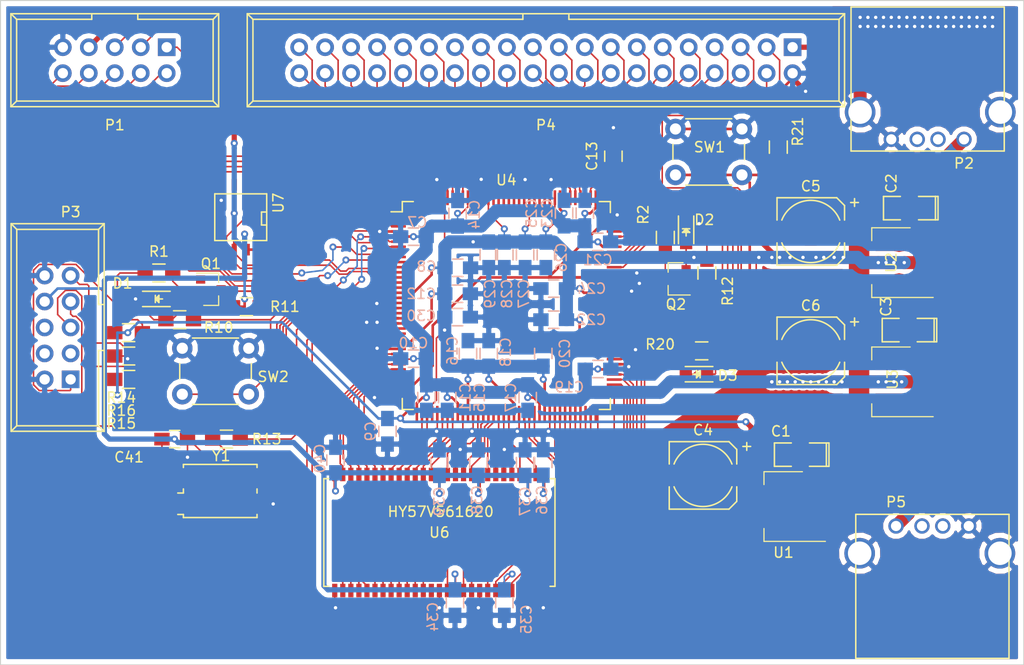
<source format=kicad_pcb>
(kicad_pcb (version 4) (host pcbnew 4.0.5+dfsg1-4)
  (layers (0 F.Cu signal) (31 B.Cu signal) (34 B.Paste user) (35 F.Paste user) (36 B.SilkS user) (37 F.SilkS user) (38 B.Mask user) (39 F.Mask user) (44 Edge.Cuts user))
  (net 0 "")
  (net 1 VCC)
  (net 2 GND)
  (net 3 VCC2p5)
  (net 4 VCC3p3)
  (net 5 VCC1p2)
  (net 6 "/FPGA IO Circuitry/SDRAM1")
  (net 7 "/FPGA IO Circuitry/SDRAM2")
  (net 8 "/FPGA IO Circuitry/SDRAM3")
  (net 9 "/FPGA IO Circuitry/SDRAM4")
  (net 10 "/FPGA IO Circuitry/SDRAM5")
  (net 11 "/FPGA IO Circuitry/SDRAM6")
  (net 12 "/FPGA IO Circuitry/SDRAM7")
  (net 13 "/FPGA IO Circuitry/SDRAM8")
  (net 14 "/FPGA IO Circuitry/SDRAM9")
  (net 15 "/FPGA IO Circuitry/SDRAM10")
  (net 16 "/FPGA IO Circuitry/SDRAM11")
  (net 17 "/FPGA IO Circuitry/SDRAM12")
  (net 18 "/FPGA IO Circuitry/SDRAM13")
  (net 19 "/FPGA IO Circuitry/SDRAM14")
  (net 20 "/FPGA IO Circuitry/SDRAM15")
  (net 21 "/FPGA IO Circuitry/SDRAM16")
  (net 22 "/FPGA IO Circuitry/SDRAM17")
  (net 23 "/FPGA IO Circuitry/SDRAM18")
  (net 24 "/FPGA IO Circuitry/SDRAM19")
  (net 25 "/FPGA IO Circuitry/SDRAM20")
  (net 26 "/FPGA IO Circuitry/SDRAM21")
  (net 27 "/FPGA IO Circuitry/SDRAM22")
  (net 28 "/FPGA IO Circuitry/SDRAM23")
  (net 29 "/FPGA IO Circuitry/SDRAM24")
  (net 30 "/FPGA IO Circuitry/SDRAM25")
  (net 31 "/FPGA IO Circuitry/SDRAM26")
  (net 32 "/FPGA IO Circuitry/SDRAM27")
  (net 33 "/FPGA IO Circuitry/SDRAM28")
  (net 34 "/FPGA IO Circuitry/SDRAM29")
  (net 35 "/FPGA IO Circuitry/SDRAM30")
  (net 36 "/FPGA IO Circuitry/SDRAM31")
  (net 37 "/FPGA IO Circuitry/SDRAM32")
  (net 38 "/FPGA IO Circuitry/SDRAM33")
  (net 39 "/FPGA IO Circuitry/SDRAM34")
  (net 40 "/FPGA IO Circuitry/SDRAM35")
  (net 41 "/FPGA IO Circuitry/SDRAM36")
  (net 42 "/FPGA IO Circuitry/SDRAM37")
  (net 43 "/FPGA IO Circuitry/SDRAM38")
  (net 44 "/FPGA IO Circuitry/SDRAM39")
  (net 45 "Net-(R10-Pad1)")
  (net 46 "Net-(R13-Pad1)")
  (net 47 "/FPGA Configuration Circuitry/FLASH_MOSI")
  (net 48 "/FPGA Configuration Circuitry/FLASH_nCE")
  (net 49 "/FPGA Configuration Circuitry/FLASH_SCK")
  (net 50 "/FPGA Configuration Circuitry/FLASH_MISO")
  (net 51 "/FPGA Configuration Circuitry/JTAG_TDI")
  (net 52 "/FPGA Configuration Circuitry/JTAG_TMS")
  (net 53 "/FPGA Configuration Circuitry/JTAG_TDO")
  (net 54 "/FPGA Configuration Circuitry/JTAG_TCK")
  (net 55 "/FPGA Configuration Circuitry/F_CLK1")
  (net 56 "Net-(Q1-Pad1)")
  (net 57 "Net-(D1-Pad2)")
  (net 58 "Net-(Q1-Pad3)")
  (net 59 "Net-(Q2-Pad1)")
  (net 60 "Net-(D2-Pad2)")
  (net 61 "Net-(Q2-Pad3)")
  (net 62 "Net-(P1-Pad1)")
  (net 63 "Net-(P1-Pad2)")
  (net 64 "Net-(P1-Pad3)")
  (net 65 "Net-(P1-Pad4)")
  (net 66 F_CLK3)
  (net 67 "Net-(P1-Pad6)")
  (net 68 F_CLK2)
  (net 69 "Net-(P1-Pad5)")
  (net 70 PIN87)
  (net 71 PIN98)
  (net 72 PIN99)
  (net 73 PIN100)
  (net 74 PIN101)
  (net 75 PIN103)
  (net 76 PIN104)
  (net 77 PIN105)
  (net 78 PIN106)
  (net 79 PIN110)
  (net 80 PIN111)
  (net 81 PIN112)
  (net 82 PIN113)
  (net 83 PIN114)
  (net 84 PIN115)
  (net 85 PIN119)
  (net 86 PIN120)
  (net 87 PIN121)
  (net 88 PIN124)
  (net 89 PIN125)
  (net 90 PIN126)
  (net 91 PIN127)
  (net 92 PIN128)
  (net 93 PIN129)
  (net 94 PIN132)
  (net 95 PIN133)
  (net 96 PIN135)
  (net 97 PIN136)
  (net 98 PIN137)
  (net 99 PIN138)
  (net 100 PIN141)
  (net 101 PIN142)
  (net 102 PIN143)
  (net 103 PIN144)
  (net 104 F_CLK7)
  (net 105 F_CLK6)
  (net 106 F_CLK5)
  (net 107 F_CLK4)
  (net 108 "Net-(D3-Pad1)")
  (net 109 PIN85)
  (net 110 "Net-(R21-Pad1)")
  (module Housings_QFP:TQFP-144_20x20mm_Pitch0.5mm (layer F.Cu) (at 89.348 99.958)
    (fp_text reference U4 (at 0 -12.275) (layer F.SilkS))
    (fp_text value EP4CE10E22C8N)
    (pad 1 smd rect (at -10.55 -8.75) (size 1.45 0.25) (layers F.Cu F.Paste F.Mask) (net 69 "Net-(P1-Pad5)"))
    (pad 2 smd rect (at -10.55 -8.25) (size 1.45 0.25) (layers F.Cu F.Paste F.Mask) (net 64 "Net-(P1-Pad3)"))
    (pad 3 smd rect (at -10.55 -7.75) (size 1.45 0.25) (layers F.Cu F.Paste F.Mask) (net 62 "Net-(P1-Pad1)"))
    (pad 4 smd rect (at -10.55 -7.25) (size 1.45 0.25) (layers F.Cu F.Paste F.Mask) (net 2 GND))
    (pad 5 smd rect (at -10.55 -6.75) (size 1.45 0.25) (layers F.Cu F.Paste F.Mask) (net 5 VCC1p2))
    (pad 6 smd rect (at -10.55 -6.25) (size 1.45 0.25) (layers F.Cu F.Paste F.Mask) (net 47 "/FPGA Configuration Circuitry/FLASH_MOSI"))
    (pad 7 smd rect (at -10.55 -5.75) (size 1.45 0.25) (layers F.Cu F.Paste F.Mask) (net 67 "Net-(P1-Pad6)"))
    (pad 8 smd rect (at -10.55 -5.25) (size 1.45 0.25) (layers F.Cu F.Paste F.Mask) (net 48 "/FPGA Configuration Circuitry/FLASH_nCE"))
    (pad 9 smd rect (at -10.55 -4.75) (size 1.45 0.25) (layers F.Cu F.Paste F.Mask) (net 56 "Net-(Q1-Pad1)"))
    (pad 10 smd rect (at -10.55 -4.25) (size 1.45 0.25) (layers F.Cu F.Paste F.Mask) (net 63 "Net-(P1-Pad2)"))
    (pad 11 smd rect (at -10.55 -3.75) (size 1.45 0.25) (layers F.Cu F.Paste F.Mask) (net 65 "Net-(P1-Pad4)"))
    (pad 12 smd rect (at -10.55 -3.25) (size 1.45 0.25) (layers F.Cu F.Paste F.Mask) (net 49 "/FPGA Configuration Circuitry/FLASH_SCK"))
    (pad 13 smd rect (at -10.55 -2.75) (size 1.45 0.25) (layers F.Cu F.Paste F.Mask) (net 50 "/FPGA Configuration Circuitry/FLASH_MISO"))
    (pad 14 smd rect (at -10.55 -2.25) (size 1.45 0.25) (layers F.Cu F.Paste F.Mask) (net 45 "Net-(R10-Pad1)"))
    (pad 15 smd rect (at -10.55 -1.75) (size 1.45 0.25) (layers F.Cu F.Paste F.Mask) (net 51 "/FPGA Configuration Circuitry/JTAG_TDI"))
    (pad 16 smd rect (at -10.55 -1.25) (size 1.45 0.25) (layers F.Cu F.Paste F.Mask) (net 54 "/FPGA Configuration Circuitry/JTAG_TCK"))
    (pad 17 smd rect (at -10.55 -0.75) (size 1.45 0.25) (layers F.Cu F.Paste F.Mask) (net 4 VCC3p3))
    (pad 18 smd rect (at -10.55 -0.25) (size 1.45 0.25) (layers F.Cu F.Paste F.Mask) (net 52 "/FPGA Configuration Circuitry/JTAG_TMS"))
    (pad 19 smd rect (at -10.55 0.25) (size 1.45 0.25) (layers F.Cu F.Paste F.Mask) (net 2 GND))
    (pad 20 smd rect (at -10.55 0.75) (size 1.45 0.25) (layers F.Cu F.Paste F.Mask) (net 53 "/FPGA Configuration Circuitry/JTAG_TDO"))
    (pad 21 smd rect (at -10.55 1.25) (size 1.45 0.25) (layers F.Cu F.Paste F.Mask) (net 2 GND))
    (pad 22 smd rect (at -10.55 1.75) (size 1.45 0.25) (layers F.Cu F.Paste F.Mask) (net 2 GND))
    (pad 23 smd rect (at -10.55 2.25) (size 1.45 0.25) (layers F.Cu F.Paste F.Mask) (net 55 "/FPGA Configuration Circuitry/F_CLK1"))
    (pad 24 smd rect (at -10.55 2.75) (size 1.45 0.25) (layers F.Cu F.Paste F.Mask) (net 68 F_CLK2))
    (pad 25 smd rect (at -10.55 3.25) (size 1.45 0.25) (layers F.Cu F.Paste F.Mask) (net 66 F_CLK3))
    (pad 26 smd rect (at -10.55 3.75) (size 1.45 0.25) (layers F.Cu F.Paste F.Mask) (net 4 VCC3p3))
    (pad 27 smd rect (at -10.55 4.25) (size 1.45 0.25) (layers F.Cu F.Paste F.Mask) (net 2 GND))
    (pad 28 smd rect (at -10.55 4.75) (size 1.45 0.25) (layers F.Cu F.Paste F.Mask) (net 6 "/FPGA IO Circuitry/SDRAM1"))
    (pad 29 smd rect (at -10.55 5.25) (size 1.45 0.25) (layers F.Cu F.Paste F.Mask) (net 5 VCC1p2))
    (pad 30 smd rect (at -10.55 5.75) (size 1.45 0.25) (layers F.Cu F.Paste F.Mask) (net 7 "/FPGA IO Circuitry/SDRAM2"))
    (pad 31 smd rect (at -10.55 6.25) (size 1.45 0.25) (layers F.Cu F.Paste F.Mask) (net 8 "/FPGA IO Circuitry/SDRAM3"))
    (pad 32 smd rect (at -10.55 6.75) (size 1.45 0.25) (layers F.Cu F.Paste F.Mask) (net 9 "/FPGA IO Circuitry/SDRAM4"))
    (pad 33 smd rect (at -10.55 7.25) (size 1.45 0.25) (layers F.Cu F.Paste F.Mask) (net 10 "/FPGA IO Circuitry/SDRAM5"))
    (pad 34 smd rect (at -10.55 7.75) (size 1.45 0.25) (layers F.Cu F.Paste F.Mask) (net 11 "/FPGA IO Circuitry/SDRAM6"))
    (pad 35 smd rect (at -10.55 8.25) (size 1.45 0.25) (layers F.Cu F.Paste F.Mask) (net 3 VCC2p5))
    (pad 36 smd rect (at -10.55 8.75) (size 1.45 0.25) (layers F.Cu F.Paste F.Mask) (net 2 GND))
    (pad 37 smd rect (at -8.75 10.55 90) (size 1.45 0.25) (layers F.Cu F.Paste F.Mask) (net 5 VCC1p2))
    (pad 38 smd rect (at -8.25 10.55 90) (size 1.45 0.25) (layers F.Cu F.Paste F.Mask) (net 12 "/FPGA IO Circuitry/SDRAM7"))
    (pad 39 smd rect (at -7.75 10.55 90) (size 1.45 0.25) (layers F.Cu F.Paste F.Mask) (net 13 "/FPGA IO Circuitry/SDRAM8"))
    (pad 40 smd rect (at -7.25 10.55 90) (size 1.45 0.25) (layers F.Cu F.Paste F.Mask) (net 4 VCC3p3))
    (pad 41 smd rect (at -6.75 10.55 90) (size 1.45 0.25) (layers F.Cu F.Paste F.Mask) (net 2 GND))
    (pad 42 smd rect (at -6.25 10.55 90) (size 1.45 0.25) (layers F.Cu F.Paste F.Mask) (net 14 "/FPGA IO Circuitry/SDRAM9"))
    (pad 43 smd rect (at -5.75 10.55 90) (size 1.45 0.25) (layers F.Cu F.Paste F.Mask) (net 15 "/FPGA IO Circuitry/SDRAM10"))
    (pad 44 smd rect (at -5.25 10.55 90) (size 1.45 0.25) (layers F.Cu F.Paste F.Mask) (net 16 "/FPGA IO Circuitry/SDRAM11"))
    (pad 45 smd rect (at -4.75 10.55 90) (size 1.45 0.25) (layers F.Cu F.Paste F.Mask) (net 5 VCC1p2))
    (pad 46 smd rect (at -4.25 10.55 90) (size 1.45 0.25) (layers F.Cu F.Paste F.Mask) (net 17 "/FPGA IO Circuitry/SDRAM12"))
    (pad 47 smd rect (at -3.75 10.55 90) (size 1.45 0.25) (layers F.Cu F.Paste F.Mask) (net 4 VCC3p3))
    (pad 48 smd rect (at -3.25 10.55 90) (size 1.45 0.25) (layers F.Cu F.Paste F.Mask) (net 2 GND))
    (pad 49 smd rect (at -2.75 10.55 90) (size 1.45 0.25) (layers F.Cu F.Paste F.Mask) (net 18 "/FPGA IO Circuitry/SDRAM13"))
    (pad 50 smd rect (at -2.25 10.55 90) (size 1.45 0.25) (layers F.Cu F.Paste F.Mask) (net 19 "/FPGA IO Circuitry/SDRAM14"))
    (pad 51 smd rect (at -1.75 10.55 90) (size 1.45 0.25) (layers F.Cu F.Paste F.Mask) (net 20 "/FPGA IO Circuitry/SDRAM15"))
    (pad 52 smd rect (at -1.25 10.55 90) (size 1.45 0.25) (layers F.Cu F.Paste F.Mask) (net 21 "/FPGA IO Circuitry/SDRAM16"))
    (pad 53 smd rect (at -0.75 10.55 90) (size 1.45 0.25) (layers F.Cu F.Paste F.Mask) (net 22 "/FPGA IO Circuitry/SDRAM17"))
    (pad 54 smd rect (at -0.25 10.55 90) (size 1.45 0.25) (layers F.Cu F.Paste F.Mask) (net 23 "/FPGA IO Circuitry/SDRAM18"))
    (pad 55 smd rect (at 0.25 10.55 90) (size 1.45 0.25) (layers F.Cu F.Paste F.Mask) (net 24 "/FPGA IO Circuitry/SDRAM19"))
    (pad 56 smd rect (at 0.75 10.55 90) (size 1.45 0.25) (layers F.Cu F.Paste F.Mask) (net 4 VCC3p3))
    (pad 57 smd rect (at 1.25 10.55 90) (size 1.45 0.25) (layers F.Cu F.Paste F.Mask) (net 2 GND))
    (pad 58 smd rect (at 1.75 10.55 90) (size 1.45 0.25) (layers F.Cu F.Paste F.Mask) (net 25 "/FPGA IO Circuitry/SDRAM20"))
    (pad 59 smd rect (at 2.25 10.55 90) (size 1.45 0.25) (layers F.Cu F.Paste F.Mask) (net 26 "/FPGA IO Circuitry/SDRAM21"))
    (pad 60 smd rect (at 2.75 10.55 90) (size 1.45 0.25) (layers F.Cu F.Paste F.Mask) (net 27 "/FPGA IO Circuitry/SDRAM22"))
    (pad 61 smd rect (at 3.25 10.55 90) (size 1.45 0.25) (layers F.Cu F.Paste F.Mask) (net 5 VCC1p2))
    (pad 62 smd rect (at 3.75 10.55 90) (size 1.45 0.25) (layers F.Cu F.Paste F.Mask) (net 4 VCC3p3))
    (pad 63 smd rect (at 4.25 10.55 90) (size 1.45 0.25) (layers F.Cu F.Paste F.Mask) (net 2 GND))
    (pad 64 smd rect (at 4.75 10.55 90) (size 1.45 0.25) (layers F.Cu F.Paste F.Mask) (net 28 "/FPGA IO Circuitry/SDRAM23"))
    (pad 65 smd rect (at 5.25 10.55 90) (size 1.45 0.25) (layers F.Cu F.Paste F.Mask) (net 29 "/FPGA IO Circuitry/SDRAM24"))
    (pad 66 smd rect (at 5.75 10.55 90) (size 1.45 0.25) (layers F.Cu F.Paste F.Mask) (net 30 "/FPGA IO Circuitry/SDRAM25"))
    (pad 67 smd rect (at 6.25 10.55 90) (size 1.45 0.25) (layers F.Cu F.Paste F.Mask) (net 31 "/FPGA IO Circuitry/SDRAM26"))
    (pad 68 smd rect (at 6.75 10.55 90) (size 1.45 0.25) (layers F.Cu F.Paste F.Mask) (net 32 "/FPGA IO Circuitry/SDRAM27"))
    (pad 69 smd rect (at 7.25 10.55 90) (size 1.45 0.25) (layers F.Cu F.Paste F.Mask) (net 33 "/FPGA IO Circuitry/SDRAM28"))
    (pad 70 smd rect (at 7.75 10.55 90) (size 1.45 0.25) (layers F.Cu F.Paste F.Mask) (net 34 "/FPGA IO Circuitry/SDRAM29"))
    (pad 71 smd rect (at 8.25 10.55 90) (size 1.45 0.25) (layers F.Cu F.Paste F.Mask) (net 35 "/FPGA IO Circuitry/SDRAM30"))
    (pad 72 smd rect (at 8.75 10.55 90) (size 1.45 0.25) (layers F.Cu F.Paste F.Mask) (net 36 "/FPGA IO Circuitry/SDRAM31"))
    (pad 73 smd rect (at 10.55 8.75) (size 1.45 0.25) (layers F.Cu F.Paste F.Mask) (net 37 "/FPGA IO Circuitry/SDRAM32"))
    (pad 74 smd rect (at 10.55 8.25) (size 1.45 0.25) (layers F.Cu F.Paste F.Mask) (net 38 "/FPGA IO Circuitry/SDRAM33"))
    (pad 75 smd rect (at 10.55 7.75) (size 1.45 0.25) (layers F.Cu F.Paste F.Mask) (net 39 "/FPGA IO Circuitry/SDRAM34"))
    (pad 76 smd rect (at 10.55 7.25) (size 1.45 0.25) (layers F.Cu F.Paste F.Mask) (net 40 "/FPGA IO Circuitry/SDRAM35"))
    (pad 77 smd rect (at 10.55 6.75) (size 1.45 0.25) (layers F.Cu F.Paste F.Mask) (net 41 "/FPGA IO Circuitry/SDRAM36"))
    (pad 78 smd rect (at 10.55 6.25) (size 1.45 0.25) (layers F.Cu F.Paste F.Mask) (net 5 VCC1p2))
    (pad 79 smd rect (at 10.55 5.75) (size 1.45 0.25) (layers F.Cu F.Paste F.Mask) (net 2 GND))
    (pad 80 smd rect (at 10.55 5.25) (size 1.45 0.25) (layers F.Cu F.Paste F.Mask) (net 42 "/FPGA IO Circuitry/SDRAM37"))
    (pad 81 smd rect (at 10.55 4.75) (size 1.45 0.25) (layers F.Cu F.Paste F.Mask) (net 4 VCC3p3))
    (pad 82 smd rect (at 10.55 4.25) (size 1.45 0.25) (layers F.Cu F.Paste F.Mask) (net 2 GND))
    (pad 83 smd rect (at 10.55 3.75) (size 1.45 0.25) (layers F.Cu F.Paste F.Mask) (net 43 "/FPGA IO Circuitry/SDRAM38"))
    (pad 84 smd rect (at 10.55 3.25) (size 1.45 0.25) (layers F.Cu F.Paste F.Mask) (net 44 "/FPGA IO Circuitry/SDRAM39"))
    (pad 85 smd rect (at 10.55 2.75) (size 1.45 0.25) (layers F.Cu F.Paste F.Mask) (net 109 PIN85))
    (pad 86 smd rect (at 10.55 2.25) (size 1.45 0.25) (layers F.Cu F.Paste F.Mask) (net 110 "Net-(R21-Pad1)"))
    (pad 87 smd rect (at 10.55 1.75) (size 1.45 0.25) (layers F.Cu F.Paste F.Mask) (net 70 PIN87))
    (pad 88 smd rect (at 10.55 1.25) (size 1.45 0.25) (layers F.Cu F.Paste F.Mask) (net 104 F_CLK7))
    (pad 89 smd rect (at 10.55 0.75) (size 1.45 0.25) (layers F.Cu F.Paste F.Mask) (net 105 F_CLK6))
    (pad 90 smd rect (at 10.55 0.25) (size 1.45 0.25) (layers F.Cu F.Paste F.Mask) (net 106 F_CLK5))
    (pad 91 smd rect (at 10.55 -0.25) (size 1.45 0.25) (layers F.Cu F.Paste F.Mask) (net 107 F_CLK4))
    (pad 92 smd rect (at 10.55 -0.75) (size 1.45 0.25) (layers F.Cu F.Paste F.Mask) (net 59 "Net-(Q2-Pad1)"))
    (pad 93 smd rect (at 10.55 -1.25) (size 1.45 0.25) (layers F.Cu F.Paste F.Mask) (net 4 VCC3p3))
    (pad 94 smd rect (at 10.55 -1.75) (size 1.45 0.25) (layers F.Cu F.Paste F.Mask) (net 2 GND))
    (pad 95 smd rect (at 10.55 -2.25) (size 1.45 0.25) (layers F.Cu F.Paste F.Mask) (net 2 GND))
    (pad 96 smd rect (at 10.55 -2.75) (size 1.45 0.25) (layers F.Cu F.Paste F.Mask) (net 3 VCC2p5))
    (pad 97 smd rect (at 10.55 -3.25) (size 1.45 0.25) (layers F.Cu F.Paste F.Mask) (net 2 GND))
    (pad 98 smd rect (at 10.55 -3.75) (size 1.45 0.25) (layers F.Cu F.Paste F.Mask) (net 71 PIN98))
    (pad 99 smd rect (at 10.55 -4.25) (size 1.45 0.25) (layers F.Cu F.Paste F.Mask) (net 72 PIN99))
    (pad 100 smd rect (at 10.55 -4.75) (size 1.45 0.25) (layers F.Cu F.Paste F.Mask) (net 73 PIN100))
    (pad 101 smd rect (at 10.55 -5.25) (size 1.45 0.25) (layers F.Cu F.Paste F.Mask) (net 74 PIN101))
    (pad 102 smd rect (at 10.55 -5.75) (size 1.45 0.25) (layers F.Cu F.Paste F.Mask) (net 5 VCC1p2))
    (pad 103 smd rect (at 10.55 -6.25) (size 1.45 0.25) (layers F.Cu F.Paste F.Mask) (net 75 PIN103))
    (pad 104 smd rect (at 10.55 -6.75) (size 1.45 0.25) (layers F.Cu F.Paste F.Mask) (net 76 PIN104))
    (pad 105 smd rect (at 10.55 -7.25) (size 1.45 0.25) (layers F.Cu F.Paste F.Mask) (net 77 PIN105))
    (pad 106 smd rect (at 10.55 -7.75) (size 1.45 0.25) (layers F.Cu F.Paste F.Mask) (net 78 PIN106))
    (pad 107 smd rect (at 10.55 -8.25) (size 1.45 0.25) (layers F.Cu F.Paste F.Mask) (net 3 VCC2p5))
    (pad 108 smd rect (at 10.55 -8.75) (size 1.45 0.25) (layers F.Cu F.Paste F.Mask) (net 2 GND))
    (pad 109 smd rect (at 8.75 -10.55 90) (size 1.45 0.25) (layers F.Cu F.Paste F.Mask) (net 5 VCC1p2))
    (pad 110 smd rect (at 8.25 -10.55 90) (size 1.45 0.25) (layers F.Cu F.Paste F.Mask) (net 79 PIN110))
    (pad 111 smd rect (at 7.75 -10.55 90) (size 1.45 0.25) (layers F.Cu F.Paste F.Mask) (net 80 PIN111))
    (pad 112 smd rect (at 7.25 -10.55 90) (size 1.45 0.25) (layers F.Cu F.Paste F.Mask) (net 81 PIN112))
    (pad 113 smd rect (at 6.75 -10.55 90) (size 1.45 0.25) (layers F.Cu F.Paste F.Mask) (net 82 PIN113))
    (pad 114 smd rect (at 6.25 -10.55 90) (size 1.45 0.25) (layers F.Cu F.Paste F.Mask) (net 83 PIN114))
    (pad 115 smd rect (at 5.75 -10.55 90) (size 1.45 0.25) (layers F.Cu F.Paste F.Mask) (net 84 PIN115))
    (pad 116 smd rect (at 5.25 -10.55 90) (size 1.45 0.25) (layers F.Cu F.Paste F.Mask) (net 5 VCC1p2))
    (pad 117 smd rect (at 4.75 -10.55 90) (size 1.45 0.25) (layers F.Cu F.Paste F.Mask) (net 4 VCC3p3))
    (pad 118 smd rect (at 4.25 -10.55 90) (size 1.45 0.25) (layers F.Cu F.Paste F.Mask) (net 2 GND))
    (pad 119 smd rect (at 3.75 -10.55 90) (size 1.45 0.25) (layers F.Cu F.Paste F.Mask) (net 85 PIN119))
    (pad 120 smd rect (at 3.25 -10.55 90) (size 1.45 0.25) (layers F.Cu F.Paste F.Mask) (net 86 PIN120))
    (pad 121 smd rect (at 2.75 -10.55 90) (size 1.45 0.25) (layers F.Cu F.Paste F.Mask) (net 87 PIN121))
    (pad 122 smd rect (at 2.25 -10.55 90) (size 1.45 0.25) (layers F.Cu F.Paste F.Mask) (net 4 VCC3p3))
    (pad 123 smd rect (at 1.75 -10.55 90) (size 1.45 0.25) (layers F.Cu F.Paste F.Mask) (net 2 GND))
    (pad 124 smd rect (at 1.25 -10.55 90) (size 1.45 0.25) (layers F.Cu F.Paste F.Mask) (net 88 PIN124))
    (pad 125 smd rect (at 0.75 -10.55 90) (size 1.45 0.25) (layers F.Cu F.Paste F.Mask) (net 89 PIN125))
    (pad 126 smd rect (at 0.25 -10.55 90) (size 1.45 0.25) (layers F.Cu F.Paste F.Mask) (net 90 PIN126))
    (pad 127 smd rect (at -0.25 -10.55 90) (size 1.45 0.25) (layers F.Cu F.Paste F.Mask) (net 91 PIN127))
    (pad 128 smd rect (at -0.75 -10.55 90) (size 1.45 0.25) (layers F.Cu F.Paste F.Mask) (net 92 PIN128))
    (pad 129 smd rect (at -1.25 -10.55 90) (size 1.45 0.25) (layers F.Cu F.Paste F.Mask) (net 93 PIN129))
    (pad 130 smd rect (at -1.75 -10.55 90) (size 1.45 0.25) (layers F.Cu F.Paste F.Mask) (net 4 VCC3p3))
    (pad 131 smd rect (at -2.25 -10.55 90) (size 1.45 0.25) (layers F.Cu F.Paste F.Mask) (net 2 GND))
    (pad 132 smd rect (at -2.75 -10.55 90) (size 1.45 0.25) (layers F.Cu F.Paste F.Mask) (net 94 PIN132))
    (pad 133 smd rect (at -3.25 -10.55 90) (size 1.45 0.25) (layers F.Cu F.Paste F.Mask) (net 95 PIN133))
    (pad 134 smd rect (at -3.75 -10.55 90) (size 1.45 0.25) (layers F.Cu F.Paste F.Mask) (net 5 VCC1p2))
    (pad 135 smd rect (at -4.25 -10.55 90) (size 1.45 0.25) (layers F.Cu F.Paste F.Mask) (net 96 PIN135))
    (pad 136 smd rect (at -4.75 -10.55 90) (size 1.45 0.25) (layers F.Cu F.Paste F.Mask) (net 97 PIN136))
    (pad 137 smd rect (at -5.25 -10.55 90) (size 1.45 0.25) (layers F.Cu F.Paste F.Mask) (net 98 PIN137))
    (pad 138 smd rect (at -5.75 -10.55 90) (size 1.45 0.25) (layers F.Cu F.Paste F.Mask) (net 99 PIN138))
    (pad 139 smd rect (at -6.25 -10.55 90) (size 1.45 0.25) (layers F.Cu F.Paste F.Mask) (net 4 VCC3p3))
    (pad 140 smd rect (at -6.75 -10.55 90) (size 1.45 0.25) (layers F.Cu F.Paste F.Mask) (net 2 GND))
    (pad 141 smd rect (at -7.25 -10.55 90) (size 1.45 0.25) (layers F.Cu F.Paste F.Mask) (net 100 PIN141))
    (pad 142 smd rect (at -7.75 -10.55 90) (size 1.45 0.25) (layers F.Cu F.Paste F.Mask) (net 101 PIN142))
    (pad 143 smd rect (at -8.25 -10.55 90) (size 1.45 0.25) (layers F.Cu F.Paste F.Mask) (net 102 PIN143))
    (pad 144 smd rect (at -8.75 -10.55 90) (size 1.45 0.25) (layers F.Cu F.Paste F.Mask) (net 103 PIN144))
  )
  (module Connectors:IDC_Header_Straight_10pins (layer F.Cu) (at 56.134 74.676 180)
    (fp_text reference P1 (at 5.08 -7.62 180) (layer F.SilkS))
    (fp_text value CONN_02X05)
    (pad 1 thru_hole rect (at 0 0 180) (size 1.7272 1.7272) (drill 1.016) (layers *.Cu *.Mask) (net 62 "Net-(P1-Pad1)"))
    (pad 2 thru_hole oval (at 0 -2.54 180) (size 1.7272 1.7272) (drill 1.016) (layers *.Cu *.Mask) (net 63 "Net-(P1-Pad2)"))
    (pad 3 thru_hole oval (at 2.54 0 180) (size 1.7272 1.7272) (drill 1.016) (layers *.Cu *.Mask) (net 64 "Net-(P1-Pad3)"))
    (pad 4 thru_hole oval (at 2.54 -2.54 180) (size 1.7272 1.7272) (drill 1.016) (layers *.Cu *.Mask) (net 65 "Net-(P1-Pad4)"))
    (pad 5 thru_hole oval (at 5.08 0 180) (size 1.7272 1.7272) (drill 1.016) (layers *.Cu *.Mask) (net 69 "Net-(P1-Pad5)"))
    (pad 6 thru_hole oval (at 5.08 -2.54 180) (size 1.7272 1.7272) (drill 1.016) (layers *.Cu *.Mask) (net 67 "Net-(P1-Pad6)"))
    (pad 7 thru_hole oval (at 7.62 0 180) (size 1.7272 1.7272) (drill 1.016) (layers *.Cu *.Mask) (net 4 VCC3p3))
    (pad 8 thru_hole oval (at 7.62 -2.54 180) (size 1.7272 1.7272) (drill 1.016) (layers *.Cu *.Mask) (net 68 F_CLK2))
    (pad 9 thru_hole oval (at 10.16 0 180) (size 1.7272 1.7272) (drill 1.016) (layers *.Cu *.Mask) (net 2 GND))
    (pad 10 thru_hole oval (at 10.16 -2.54 180) (size 1.7272 1.7272) (drill 1.016) (layers *.Cu *.Mask) (net 66 F_CLK3))
  )
  (module SMD_Packages:SOIC-8-N (layer F.Cu) (at 63.373 91.313 180)
    (fp_text reference U7 (at -3.683 1.397 270) (layer F.SilkS))
    (fp_text value W25Q32FVSSIQ)
    (pad 8 smd rect (at -1.905 -3.175 180) (size 0.508 1.143) (layers F.Cu F.Paste F.Mask) (net 4 VCC3p3))
    (pad 7 smd rect (at -0.635 -3.175 180) (size 0.508 1.143) (layers F.Cu F.Paste F.Mask) (net 4 VCC3p3))
    (pad 6 smd rect (at 0.635 -3.175 180) (size 0.508 1.143) (layers F.Cu F.Paste F.Mask) (net 49 "/FPGA Configuration Circuitry/FLASH_SCK"))
    (pad 5 smd rect (at 1.905 -3.175 180) (size 0.508 1.143) (layers F.Cu F.Paste F.Mask) (net 47 "/FPGA Configuration Circuitry/FLASH_MOSI"))
    (pad 4 smd rect (at 1.905 3.175 180) (size 0.508 1.143) (layers F.Cu F.Paste F.Mask) (net 2 GND))
    (pad 3 smd rect (at 0.635 3.175 180) (size 0.508 1.143) (layers F.Cu F.Paste F.Mask) (net 4 VCC3p3))
    (pad 2 smd rect (at -0.635 3.175 180) (size 0.508 1.143) (layers F.Cu F.Paste F.Mask) (net 50 "/FPGA Configuration Circuitry/FLASH_MISO"))
    (pad 1 smd rect (at -1.905 3.175 180) (size 0.508 1.143) (layers F.Cu F.Paste F.Mask) (net 48 "/FPGA Configuration Circuitry/FLASH_nCE"))
  )
  (module SMD_Packages:SMD-1206_Pol (layer F.Cu) (at 118.11 114.554 180)
    (fp_text reference C1 (at 1.905 2.286 360) (layer F.SilkS))
    (fp_text value 10uF)
    (pad 1 smd rect (at -1.651 0 180) (size 1.524 2.032) (layers F.Cu F.Paste F.Mask) (net 1 VCC))
    (pad 2 smd rect (at 1.651 0 180) (size 1.524 2.032) (layers F.Cu F.Paste F.Mask) (net 2 GND))
  )
  (module SMD_Packages:SMD-1206_Pol (layer F.Cu) (at 128.778 90.424 180)
    (fp_text reference C2 (at 1.778 2.413 270) (layer F.SilkS))
    (fp_text value 10uF)
    (pad 1 smd rect (at -1.651 0 180) (size 1.524 2.032) (layers F.Cu F.Paste F.Mask) (net 1 VCC))
    (pad 2 smd rect (at 1.651 0 180) (size 1.524 2.032) (layers F.Cu F.Paste F.Mask) (net 2 GND))
  )
  (module SMD_Packages:SMD-1206_Pol (layer F.Cu) (at 128.651 102.362 180)
    (fp_text reference C3 (at 2.159 2.286 270) (layer F.SilkS))
    (fp_text value 10uF)
    (pad 1 smd rect (at -1.651 0 180) (size 1.524 2.032) (layers F.Cu F.Paste F.Mask) (net 1 VCC))
    (pad 2 smd rect (at 1.651 0 180) (size 1.524 2.032) (layers F.Cu F.Paste F.Mask) (net 2 GND))
  )
  (module Capacitors_SMD:c_elec_6.3x7.7 (layer F.Cu) (at 108.585 116.586 180)
    (fp_text reference C4 (at 0 4.4323 180) (layer F.SilkS))
    (fp_text value 100uF)
    (fp_text user + (at -4.2799 2.9083 180) (layer F.SilkS))
    (pad 1 smd rect (at -2.7 0) (size 3.5 1.6) (layers F.Cu F.Paste F.Mask) (net 3 VCC2p5))
    (pad 2 smd rect (at 2.7 0) (size 3.5 1.6) (layers F.Cu F.Paste F.Mask) (net 2 GND))
  )
  (module Capacitors_SMD:c_elec_6.3x7.7 (layer F.Cu) (at 119.126 92.71 180)
    (fp_text reference C5 (at 0 4.4323 180) (layer F.SilkS))
    (fp_text value 100uF)
    (fp_text user + (at -4.2799 2.9083 180) (layer F.SilkS))
    (pad 1 smd rect (at -2.7 0) (size 3.5 1.6) (layers F.Cu F.Paste F.Mask) (net 4 VCC3p3))
    (pad 2 smd rect (at 2.7 0) (size 3.5 1.6) (layers F.Cu F.Paste F.Mask) (net 2 GND))
  )
  (module Capacitors_SMD:c_elec_6.3x7.7 (layer F.Cu) (at 119.126 104.394 180)
    (fp_text reference C6 (at 0 4.4323 180) (layer F.SilkS))
    (fp_text value 100uF)
    (fp_text user + (at -4.2799 2.9083 180) (layer F.SilkS))
    (pad 1 smd rect (at -2.7 0) (size 3.5 1.6) (layers F.Cu F.Paste F.Mask) (net 5 VCC1p2))
    (pad 2 smd rect (at 2.7 0) (size 3.5 1.6) (layers F.Cu F.Paste F.Mask) (net 2 GND))
  )
  (module Capacitors_SMD:C_0805_HandSoldering (layer B.Cu) (at 77.724 112.268 270)
    (fp_text reference C9 (at 0 1.651 270) (layer B.SilkS) (effects (justify mirror)))
    (fp_text value 100nF)
    (pad 1 smd rect (at -1.25 0 270) (size 1.5 1.25) (layers B.Cu B.Paste B.Mask) (net 3 VCC2p5))
    (pad 2 smd rect (at 1.25 0 270) (size 1.5 1.25) (layers B.Cu B.Paste B.Mask) (net 2 GND))
  )
  (module Capacitors_SMD:C_0805_HandSoldering (layer B.Cu) (at 80.264 105.156 180)
    (fp_text reference C10 (at 0 1.524 180) (layer B.SilkS) (effects (justify mirror)))
    (fp_text value 100nF)
    (pad 1 smd rect (at -1.25 0 180) (size 1.5 1.25) (layers B.Cu B.Paste B.Mask) (net 5 VCC1p2))
    (pad 2 smd rect (at 1.25 0 180) (size 1.5 1.25) (layers B.Cu B.Paste B.Mask) (net 2 GND))
  )
  (module Capacitors_SMD:C_0805_HandSoldering (layer B.Cu) (at 84.582 90.932 90)
    (fp_text reference C14 (at -0.127 1.651 90) (layer B.SilkS) (effects (justify mirror)))
    (fp_text value 100nF)
    (pad 1 smd rect (at -1.25 0 90) (size 1.5 1.25) (layers B.Cu B.Paste B.Mask) (net 5 VCC1p2))
    (pad 2 smd rect (at 1.25 0 90) (size 1.5 1.25) (layers B.Cu B.Paste B.Mask) (net 2 GND))
  )
  (module Capacitors_SMD:C_0805_HandSoldering (layer B.Cu) (at 98.318 106.172)
    (fp_text reference C19 (at -2.814 1.778) (layer B.SilkS) (effects (justify mirror)))
    (fp_text value 100nF)
    (pad 1 smd rect (at -1.25 0) (size 1.5 1.25) (layers B.Cu B.Paste B.Mask) (net 5 VCC1p2))
    (pad 2 smd rect (at 1.25 0) (size 1.5 1.25) (layers B.Cu B.Paste B.Mask) (net 2 GND))
  )
  (module Capacitors_SMD:C_0805_HandSoldering (layer B.Cu) (at 98.298 93.726)
    (fp_text reference C21 (at 0 1.778) (layer B.SilkS) (effects (justify mirror)))
    (fp_text value 100nF)
    (pad 1 smd rect (at -1.25 0) (size 1.5 1.25) (layers B.Cu B.Paste B.Mask) (net 5 VCC1p2))
    (pad 2 smd rect (at 1.25 0) (size 1.5 1.25) (layers B.Cu B.Paste B.Mask) (net 2 GND))
  )
  (module Capacitors_SMD:C_0805_HandSoldering (layer B.Cu) (at 93.98 101.346 180)
    (fp_text reference C22 (at -3.683 0 180) (layer B.SilkS) (effects (justify mirror)))
    (fp_text value 100nF)
    (pad 1 smd rect (at -1.25 0 180) (size 1.5 1.25) (layers B.Cu B.Paste B.Mask) (net 4 VCC3p3))
    (pad 2 smd rect (at 1.25 0 180) (size 1.5 1.25) (layers B.Cu B.Paste B.Mask) (net 2 GND))
  )
  (module Capacitors_SMD:C_0805_HandSoldering (layer B.Cu) (at 97.028 90.912 90)
    (fp_text reference C23 (at -0.02 -3.683 270) (layer B.SilkS) (effects (justify mirror)))
    (fp_text value 100nF)
    (pad 1 smd rect (at -1.25 0 90) (size 1.5 1.25) (layers B.Cu B.Paste B.Mask) (net 5 VCC1p2))
    (pad 2 smd rect (at 1.25 0 90) (size 1.5 1.25) (layers B.Cu B.Paste B.Mask) (net 2 GND))
  )
  (module Capacitors_SMD:C_0805_HandSoldering (layer B.Cu) (at 93.98 98.298 180)
    (fp_text reference C24 (at -3.683 0 180) (layer B.SilkS) (effects (justify mirror)))
    (fp_text value 100nF)
    (pad 1 smd rect (at -1.25 0 180) (size 1.5 1.25) (layers B.Cu B.Paste B.Mask) (net 4 VCC3p3))
    (pad 2 smd rect (at 1.25 0 180) (size 1.5 1.25) (layers B.Cu B.Paste B.Mask) (net 2 GND))
  )
  (module Capacitors_SMD:C_0805_HandSoldering (layer B.Cu) (at 94.996 90.912 90)
    (fp_text reference C25 (at -0.02 -3.175 90) (layer B.SilkS) (effects (justify mirror)))
    (fp_text value 100nF)
    (pad 1 smd rect (at -1.25 0 90) (size 1.5 1.25) (layers B.Cu B.Paste B.Mask) (net 5 VCC1p2))
    (pad 2 smd rect (at 1.25 0 90) (size 1.5 1.25) (layers B.Cu B.Paste B.Mask) (net 2 GND))
  )
  (module Capacitors_SMD:C_0805_HandSoldering (layer B.Cu) (at 93.218 94.996 270)
    (fp_text reference C26 (at 0.254 -1.524 270) (layer B.SilkS) (effects (justify mirror)))
    (fp_text value 100nF)
    (pad 1 smd rect (at -1.25 0 270) (size 1.5 1.25) (layers B.Cu B.Paste B.Mask) (net 4 VCC3p3))
    (pad 2 smd rect (at 1.25 0 270) (size 1.5 1.25) (layers B.Cu B.Paste B.Mask) (net 2 GND))
  )
  (module Capacitors_SMD:C_0805_HandSoldering (layer B.Cu) (at 91.186 94.996 270)
    (fp_text reference C27 (at 3.81 0.127 270) (layer B.SilkS) (effects (justify mirror)))
    (fp_text value 100nF)
    (pad 1 smd rect (at -1.25 0 270) (size 1.5 1.25) (layers B.Cu B.Paste B.Mask) (net 4 VCC3p3))
    (pad 2 smd rect (at 1.25 0 270) (size 1.5 1.25) (layers B.Cu B.Paste B.Mask) (net 2 GND))
  )
  (module Capacitors_SMD:C_0805_HandSoldering (layer B.Cu) (at 89.154 94.996 270)
    (fp_text reference C28 (at 3.81 -0.254 270) (layer B.SilkS) (effects (justify mirror)))
    (fp_text value 100nF)
    (pad 1 smd rect (at -1.25 0 270) (size 1.5 1.25) (layers B.Cu B.Paste B.Mask) (net 4 VCC3p3))
    (pad 2 smd rect (at 1.25 0 270) (size 1.5 1.25) (layers B.Cu B.Paste B.Mask) (net 2 GND))
  )
  (module Capacitors_SMD:C_0805_HandSoldering (layer B.Cu) (at 87.63 94.996 270)
    (fp_text reference C29 (at 3.81 -0.127 450) (layer B.SilkS) (effects (justify mirror)))
    (fp_text value 100nF)
    (pad 1 smd rect (at -1.25 0 270) (size 1.5 1.25) (layers B.Cu B.Paste B.Mask) (net 4 VCC3p3))
    (pad 2 smd rect (at 1.25 0 270) (size 1.5 1.25) (layers B.Cu B.Paste B.Mask) (net 2 GND))
  )
  (module Capacitors_SMD:C_0805_HandSoldering (layer B.Cu) (at 84.582 101.092)
    (fp_text reference C30 (at -3.556 -0.127) (layer B.SilkS) (effects (justify mirror)))
    (fp_text value 100nF)
    (pad 1 smd rect (at -1.25 0) (size 1.5 1.25) (layers B.Cu B.Paste B.Mask) (net 4 VCC3p3))
    (pad 2 smd rect (at 1.25 0) (size 1.5 1.25) (layers B.Cu B.Paste B.Mask) (net 2 GND))
  )
  (module Capacitors_SMD:C_0805_HandSoldering (layer B.Cu) (at 84.328 129.032 270)
    (fp_text reference C34 (at 1.397 2.159 270) (layer B.SilkS) (effects (justify mirror)))
    (fp_text value 100nF)
    (pad 1 smd rect (at -1.25 0 270) (size 1.5 1.25) (layers B.Cu B.Paste B.Mask) (net 4 VCC3p3))
    (pad 2 smd rect (at 1.25 0 270) (size 1.5 1.25) (layers B.Cu B.Paste B.Mask) (net 2 GND))
  )
  (module Capacitors_SMD:C_0805_HandSoldering (layer B.Cu) (at 89.154 129.032 270)
    (fp_text reference C35 (at 1.651 -2.159 270) (layer B.SilkS) (effects (justify mirror)))
    (fp_text value 100nF)
    (pad 1 smd rect (at -1.25 0 270) (size 1.5 1.25) (layers B.Cu B.Paste B.Mask) (net 4 VCC3p3))
    (pad 2 smd rect (at 1.25 0 270) (size 1.5 1.25) (layers B.Cu B.Paste B.Mask) (net 2 GND))
  )
  (module Capacitors_SMD:C_0805_HandSoldering (layer B.Cu) (at 92.964 115.316 90)
    (fp_text reference C36 (at -3.683 -0.127 90) (layer B.SilkS) (effects (justify mirror)))
    (fp_text value 100nF)
    (pad 1 smd rect (at -1.25 0 90) (size 1.5 1.25) (layers B.Cu B.Paste B.Mask) (net 4 VCC3p3))
    (pad 2 smd rect (at 1.25 0 90) (size 1.5 1.25) (layers B.Cu B.Paste B.Mask) (net 2 GND))
  )
  (module Capacitors_SMD:C_0805_HandSoldering (layer B.Cu) (at 91.186 115.336 90)
    (fp_text reference C37 (at -3.79 0 90) (layer B.SilkS) (effects (justify mirror)))
    (fp_text value 100nF)
    (pad 1 smd rect (at -1.25 0 90) (size 1.5 1.25) (layers B.Cu B.Paste B.Mask) (net 4 VCC3p3))
    (pad 2 smd rect (at 1.25 0 90) (size 1.5 1.25) (layers B.Cu B.Paste B.Mask) (net 2 GND))
  )
  (module Capacitors_SMD:C_0805_HandSoldering (layer B.Cu) (at 86.614 115.336 90)
    (fp_text reference C38 (at -3.663 -0.127 90) (layer B.SilkS) (effects (justify mirror)))
    (fp_text value 100nF)
    (pad 1 smd rect (at -1.25 0 90) (size 1.5 1.25) (layers B.Cu B.Paste B.Mask) (net 4 VCC3p3))
    (pad 2 smd rect (at 1.25 0 90) (size 1.5 1.25) (layers B.Cu B.Paste B.Mask) (net 2 GND))
  )
  (module Capacitors_SMD:C_0805_HandSoldering (layer B.Cu) (at 82.804 115.336 90)
    (fp_text reference C39 (at -3.79 0 90) (layer B.SilkS) (effects (justify mirror)))
    (fp_text value 100nF)
    (pad 1 smd rect (at -1.25 0 90) (size 1.5 1.25) (layers B.Cu B.Paste B.Mask) (net 4 VCC3p3))
    (pad 2 smd rect (at 1.25 0 90) (size 1.5 1.25) (layers B.Cu B.Paste B.Mask) (net 2 GND))
  )
  (module Capacitors_SMD:C_0805_HandSoldering (layer B.Cu) (at 72.644 115.082 90)
    (fp_text reference C40 (at 0.147 -1.524 90) (layer B.SilkS) (effects (justify mirror)))
    (fp_text value 100nF)
    (pad 1 smd rect (at -1.25 0 90) (size 1.5 1.25) (layers B.Cu B.Paste B.Mask) (net 4 VCC3p3))
    (pad 2 smd rect (at 1.25 0 90) (size 1.5 1.25) (layers B.Cu B.Paste B.Mask) (net 2 GND))
  )
  (module Capacitors_SMD:C_0805_HandSoldering (layer F.Cu) (at 56.916 113.03 180)
    (fp_text reference C41 (at 4.465 -1.778 180) (layer F.SilkS))
    (fp_text value 100nF)
    (pad 1 smd rect (at -1.25 0 180) (size 1.5 1.25) (layers F.Cu F.Paste F.Mask) (net 2 GND))
    (pad 2 smd rect (at 1.25 0 180) (size 1.5 1.25) (layers F.Cu F.Paste F.Mask) (net 4 VCC3p3))
  )
  (module Connectors:IDC_Header_Straight_10pins (layer F.Cu) (at 46.736 107.188 90)
    (fp_text reference P3 (at 16.383 0 180) (layer F.SilkS))
    (fp_text value CONN_02X05)
    (pad 1 thru_hole rect (at 0 0 90) (size 1.7272 1.7272) (drill 1.016) (layers *.Cu *.Mask) (net 51 "/FPGA Configuration Circuitry/JTAG_TDI"))
    (pad 2 thru_hole oval (at 0 -2.54 90) (size 1.7272 1.7272) (drill 1.016) (layers *.Cu *.Mask) (net 2 GND))
    (pad 3 thru_hole oval (at 2.54 0 90) (size 1.7272 1.7272) (drill 1.016) (layers *.Cu *.Mask))
    (pad 4 thru_hole oval (at 2.54 -2.54 90) (size 1.7272 1.7272) (drill 1.016) (layers *.Cu *.Mask))
    (pad 5 thru_hole oval (at 5.08 0 90) (size 1.7272 1.7272) (drill 1.016) (layers *.Cu *.Mask) (net 52 "/FPGA Configuration Circuitry/JTAG_TMS"))
    (pad 6 thru_hole oval (at 5.08 -2.54 90) (size 1.7272 1.7272) (drill 1.016) (layers *.Cu *.Mask))
    (pad 7 thru_hole oval (at 7.62 0 90) (size 1.7272 1.7272) (drill 1.016) (layers *.Cu *.Mask) (net 53 "/FPGA Configuration Circuitry/JTAG_TDO"))
    (pad 8 thru_hole oval (at 7.62 -2.54 90) (size 1.7272 1.7272) (drill 1.016) (layers *.Cu *.Mask) (net 4 VCC3p3))
    (pad 9 thru_hole oval (at 10.16 0 90) (size 1.7272 1.7272) (drill 1.016) (layers *.Cu *.Mask) (net 54 "/FPGA Configuration Circuitry/JTAG_TCK"))
    (pad 10 thru_hole oval (at 10.16 -2.54 90) (size 1.7272 1.7272) (drill 1.016) (layers *.Cu *.Mask) (net 2 GND))
  )
  (module Resistors_SMD:R_0805_HandSoldering (layer F.Cu) (at 57.404 101.346 180)
    (fp_text reference R10 (at -3.81 -0.762 180) (layer F.SilkS))
    (fp_text value 10K)
    (pad 1 smd rect (at -1.35 0 180) (size 1.5 1.3) (layers F.Cu F.Paste F.Mask) (net 45 "Net-(R10-Pad1)"))
    (pad 2 smd rect (at 1.35 0 180) (size 1.5 1.3) (layers F.Cu F.Paste F.Mask) (net 4 VCC3p3))
  )
  (module Resistors_SMD:R_0805_HandSoldering (layer F.Cu) (at 63.928 100.076 180)
    (fp_text reference R11 (at -3.763 0 180) (layer F.SilkS))
    (fp_text value 10K)
    (pad 1 smd rect (at -1.35 0 180) (size 1.5 1.3) (layers F.Cu F.Paste F.Mask) (net 56 "Net-(Q1-Pad1)"))
    (pad 2 smd rect (at 1.35 0 180) (size 1.5 1.3) (layers F.Cu F.Paste F.Mask) (net 4 VCC3p3))
  )
  (module Resistors_SMD:R_0805_HandSoldering (layer F.Cu) (at 108.966 96.774 90)
    (fp_text reference R12 (at -1.778 2.032 90) (layer F.SilkS))
    (fp_text value 10K)
    (pad 1 smd rect (at -1.35 0 90) (size 1.5 1.3) (layers F.Cu F.Paste F.Mask) (net 59 "Net-(Q2-Pad1)"))
    (pad 2 smd rect (at 1.35 0 90) (size 1.5 1.3) (layers F.Cu F.Paste F.Mask) (net 4 VCC3p3))
  )
  (module Resistors_SMD:R_0805_HandSoldering (layer F.Cu) (at 61.976 113.03)
    (fp_text reference R13 (at 3.937 0) (layer F.SilkS))
    (fp_text value 33)
    (pad 1 smd rect (at -1.35 0) (size 1.5 1.3) (layers F.Cu F.Paste F.Mask) (net 46 "Net-(R13-Pad1)"))
    (pad 2 smd rect (at 1.35 0) (size 1.5 1.3) (layers F.Cu F.Paste F.Mask) (net 55 "/FPGA Configuration Circuitry/F_CLK1"))
  )
  (module Resistors_SMD:R_0805_HandSoldering (layer F.Cu) (at 52.404 102.616)
    (fp_text reference R14 (at -0.715 6.35 180) (layer F.SilkS))
    (fp_text value 10K)
    (pad 1 smd rect (at -1.35 0) (size 1.5 1.3) (layers F.Cu F.Paste F.Mask) (net 3 VCC2p5))
    (pad 2 smd rect (at 1.35 0) (size 1.5 1.3) (layers F.Cu F.Paste F.Mask) (net 51 "/FPGA Configuration Circuitry/JTAG_TDI"))
  )
  (module Resistors_SMD:R_0805_HandSoldering (layer F.Cu) (at 52.404 107.188)
    (fp_text reference R15 (at -0.715 4.318) (layer F.SilkS))
    (fp_text value 10K)
    (pad 1 smd rect (at -1.35 0) (size 1.5 1.3) (layers F.Cu F.Paste F.Mask) (net 3 VCC2p5))
    (pad 2 smd rect (at 1.35 0) (size 1.5 1.3) (layers F.Cu F.Paste F.Mask) (net 52 "/FPGA Configuration Circuitry/JTAG_TMS"))
  )
  (module Resistors_SMD:R_0805_HandSoldering (layer F.Cu) (at 52.404 104.902)
    (fp_text reference R16 (at -0.715 5.334 180) (layer F.SilkS))
    (fp_text value 1K)
    (pad 1 smd rect (at -1.35 0) (size 1.5 1.3) (layers F.Cu F.Paste F.Mask) (net 2 GND))
    (pad 2 smd rect (at 1.35 0) (size 1.5 1.3) (layers F.Cu F.Paste F.Mask) (net 54 "/FPGA Configuration Circuitry/JTAG_TCK"))
  )
  (module Buttons_Switches_ThroughHole:SW_PUSH_6mm_h4.3mm (layer F.Cu) (at 57.658 104.14)
    (fp_text reference SW2 (at 8.89 2.794) (layer F.SilkS))
    (fp_text value SW_Push)
    (pad 2 thru_hole circle (at 0 4.5 90) (size 2 2) (drill 1.1) (layers *.Cu *.Mask) (net 45 "Net-(R10-Pad1)"))
    (pad 1 thru_hole circle (at 0 0 90) (size 2 2) (drill 1.1) (layers *.Cu *.Mask) (net 2 GND))
    (pad 2 thru_hole circle (at 6.5 4.5 90) (size 2 2) (drill 1.1) (layers *.Cu *.Mask) (net 45 "Net-(R10-Pad1)"))
    (pad 1 thru_hole circle (at 6.5 0 90) (size 2 2) (drill 1.1) (layers *.Cu *.Mask) (net 2 GND))
  )
  (module TO_SOT_Packages_SMD:SOT-223 (layer F.Cu) (at 116.459 119.634 180)
    (fp_text reference U1 (at 0 -4.5 180) (layer F.SilkS))
    (fp_text value AMS1117-2.5)
    (pad 4 smd rect (at 3.15 0 180) (size 2 3.8) (layers F.Cu F.Paste F.Mask) (net 3 VCC2p5))
    (pad 2 smd rect (at -3.15 0 180) (size 2 1.5) (layers F.Cu F.Paste F.Mask) (net 3 VCC2p5))
    (pad 3 smd rect (at -3.15 2.3 180) (size 2 1.5) (layers F.Cu F.Paste F.Mask) (net 1 VCC))
    (pad 1 smd rect (at -3.15 -2.3 180) (size 2 1.5) (layers F.Cu F.Paste F.Mask) (net 2 GND))
  )
  (module TO_SOT_Packages_SMD:SOT-223 (layer F.Cu) (at 127 95.758 180)
    (fp_text reference U2 (at 0 0 270) (layer F.SilkS))
    (fp_text value AMS1117-3.3)
    (pad 4 smd rect (at 3.15 0 180) (size 2 3.8) (layers F.Cu F.Paste F.Mask) (net 4 VCC3p3))
    (pad 2 smd rect (at -3.15 0 180) (size 2 1.5) (layers F.Cu F.Paste F.Mask) (net 4 VCC3p3))
    (pad 3 smd rect (at -3.15 2.3 180) (size 2 1.5) (layers F.Cu F.Paste F.Mask) (net 1 VCC))
    (pad 1 smd rect (at -3.15 -2.3 180) (size 2 1.5) (layers F.Cu F.Paste F.Mask) (net 2 GND))
  )
  (module TO_SOT_Packages_SMD:SOT-223 (layer F.Cu) (at 127 107.428 180)
    (fp_text reference U3 (at -0.127 0.24 270) (layer F.SilkS))
    (fp_text value AMS1117-1.2)
    (pad 4 smd rect (at 3.15 0 180) (size 2 3.8) (layers F.Cu F.Paste F.Mask) (net 5 VCC1p2))
    (pad 2 smd rect (at -3.15 0 180) (size 2 1.5) (layers F.Cu F.Paste F.Mask) (net 5 VCC1p2))
    (pad 3 smd rect (at -3.15 2.3 180) (size 2 1.5) (layers F.Cu F.Paste F.Mask) (net 1 VCC))
    (pad 1 smd rect (at -3.15 -2.3 180) (size 2 1.5) (layers F.Cu F.Paste F.Mask) (net 2 GND))
  )
  (module footprints:WIN_TSOP-54 (layer F.Cu) (at 82.804 122.174 270)
    (fp_text reference U6 (at 0 0 360) (layer F.SilkS))
    (fp_text value HY57V561620 (at -2.032 -0.127 360) (layer F.SilkS))
    (pad 1 smd rect (at -5.6769 -10.2362 270) (size 1.3208 0.508) (layers F.Cu F.Paste F.Mask) (net 4 VCC3p3))
    (pad 2 smd rect (at -5.6769 -9.4488 270) (size 1.3208 0.508) (layers F.Cu F.Paste F.Mask) (net 25 "/FPGA IO Circuitry/SDRAM20"))
    (pad 3 smd rect (at -5.6769 -8.6614 270) (size 1.3208 0.508) (layers F.Cu F.Paste F.Mask) (net 4 VCC3p3))
    (pad 4 smd rect (at -5.6769 -7.874 270) (size 1.3208 0.508) (layers F.Cu F.Paste F.Mask) (net 24 "/FPGA IO Circuitry/SDRAM19"))
    (pad 5 smd rect (at -5.6769 -7.0866 270) (size 1.3208 0.508) (layers F.Cu F.Paste F.Mask) (net 23 "/FPGA IO Circuitry/SDRAM18"))
    (pad 6 smd rect (at -5.6769 -6.2992 270) (size 1.3208 0.508) (layers F.Cu F.Paste F.Mask) (net 2 GND))
    (pad 7 smd rect (at -5.6769 -5.5118 270) (size 1.3208 0.508) (layers F.Cu F.Paste F.Mask) (net 22 "/FPGA IO Circuitry/SDRAM17"))
    (pad 8 smd rect (at -5.6769 -4.7244 270) (size 1.3208 0.508) (layers F.Cu F.Paste F.Mask) (net 21 "/FPGA IO Circuitry/SDRAM16"))
    (pad 9 smd rect (at -5.6769 -3.937 270) (size 1.3208 0.508) (layers F.Cu F.Paste F.Mask) (net 4 VCC3p3))
    (pad 10 smd rect (at -5.6769 -3.1496 270) (size 1.3208 0.508) (layers F.Cu F.Paste F.Mask) (net 20 "/FPGA IO Circuitry/SDRAM15"))
    (pad 11 smd rect (at -5.6769 -2.3622 270) (size 1.3208 0.508) (layers F.Cu F.Paste F.Mask) (net 19 "/FPGA IO Circuitry/SDRAM14"))
    (pad 12 smd rect (at -5.6769 -1.5748 270) (size 1.3208 0.508) (layers F.Cu F.Paste F.Mask) (net 2 GND))
    (pad 13 smd rect (at -5.6769 -0.7874 270) (size 1.3208 0.508) (layers F.Cu F.Paste F.Mask) (net 18 "/FPGA IO Circuitry/SDRAM13"))
    (pad 14 smd rect (at -5.6769 0 270) (size 1.3208 0.508) (layers F.Cu F.Paste F.Mask) (net 4 VCC3p3))
    (pad 15 smd rect (at -5.6769 0.7874 270) (size 1.3208 0.508) (layers F.Cu F.Paste F.Mask) (net 17 "/FPGA IO Circuitry/SDRAM12"))
    (pad 16 smd rect (at -5.6769 1.5748 270) (size 1.3208 0.508) (layers F.Cu F.Paste F.Mask) (net 16 "/FPGA IO Circuitry/SDRAM11"))
    (pad 17 smd rect (at -5.6769 2.3622 270) (size 1.3208 0.508) (layers F.Cu F.Paste F.Mask) (net 15 "/FPGA IO Circuitry/SDRAM10"))
    (pad 18 smd rect (at -5.6769 3.1496 270) (size 1.3208 0.508) (layers F.Cu F.Paste F.Mask) (net 14 "/FPGA IO Circuitry/SDRAM9"))
    (pad 19 smd rect (at -5.6769 3.937 270) (size 1.3208 0.508) (layers F.Cu F.Paste F.Mask) (net 13 "/FPGA IO Circuitry/SDRAM8"))
    (pad 20 smd rect (at -5.6769 4.7244 270) (size 1.3208 0.508) (layers F.Cu F.Paste F.Mask) (net 12 "/FPGA IO Circuitry/SDRAM7"))
    (pad 21 smd rect (at -5.6769 5.5118 270) (size 1.3208 0.508) (layers F.Cu F.Paste F.Mask) (net 11 "/FPGA IO Circuitry/SDRAM6"))
    (pad 22 smd rect (at -5.6769 6.2992 270) (size 1.3208 0.508) (layers F.Cu F.Paste F.Mask) (net 10 "/FPGA IO Circuitry/SDRAM5"))
    (pad 23 smd rect (at -5.6769 7.0866 270) (size 1.3208 0.508) (layers F.Cu F.Paste F.Mask) (net 9 "/FPGA IO Circuitry/SDRAM4"))
    (pad 24 smd rect (at -5.6769 7.874 270) (size 1.3208 0.508) (layers F.Cu F.Paste F.Mask) (net 8 "/FPGA IO Circuitry/SDRAM3"))
    (pad 25 smd rect (at -5.6769 8.6614 270) (size 1.3208 0.508) (layers F.Cu F.Paste F.Mask) (net 7 "/FPGA IO Circuitry/SDRAM2"))
    (pad 26 smd rect (at -5.6769 9.4488 270) (size 1.3208 0.508) (layers F.Cu F.Paste F.Mask) (net 6 "/FPGA IO Circuitry/SDRAM1"))
    (pad 27 smd rect (at -5.6769 10.2362 270) (size 1.3208 0.508) (layers F.Cu F.Paste F.Mask) (net 4 VCC3p3))
    (pad 28 smd rect (at 5.6769 10.2362 270) (size 1.3208 0.508) (layers F.Cu F.Paste F.Mask) (net 2 GND))
    (pad 29 smd rect (at 5.6769 9.4488 270) (size 1.3208 0.508) (layers F.Cu F.Paste F.Mask) (net 26 "/FPGA IO Circuitry/SDRAM21"))
    (pad 30 smd rect (at 5.6769 8.6614 270) (size 1.3208 0.508) (layers F.Cu F.Paste F.Mask) (net 27 "/FPGA IO Circuitry/SDRAM22"))
    (pad 31 smd rect (at 5.6769 7.874 270) (size 1.3208 0.508) (layers F.Cu F.Paste F.Mask) (net 28 "/FPGA IO Circuitry/SDRAM23"))
    (pad 32 smd rect (at 5.6769 7.0866 270) (size 1.3208 0.508) (layers F.Cu F.Paste F.Mask) (net 29 "/FPGA IO Circuitry/SDRAM24"))
    (pad 33 smd rect (at 5.6769 6.2992 270) (size 1.3208 0.508) (layers F.Cu F.Paste F.Mask) (net 30 "/FPGA IO Circuitry/SDRAM25"))
    (pad 34 smd rect (at 5.6769 5.5118 270) (size 1.3208 0.508) (layers F.Cu F.Paste F.Mask) (net 31 "/FPGA IO Circuitry/SDRAM26"))
    (pad 35 smd rect (at 5.6769 4.7244 270) (size 1.3208 0.508) (layers F.Cu F.Paste F.Mask) (net 32 "/FPGA IO Circuitry/SDRAM27"))
    (pad 36 smd rect (at 5.6769 3.937 270) (size 1.3208 0.508) (layers F.Cu F.Paste F.Mask) (net 33 "/FPGA IO Circuitry/SDRAM28"))
    (pad 37 smd rect (at 5.6769 3.1496 270) (size 1.3208 0.508) (layers F.Cu F.Paste F.Mask) (net 34 "/FPGA IO Circuitry/SDRAM29"))
    (pad 38 smd rect (at 5.6769 2.3622 270) (size 1.3208 0.508) (layers F.Cu F.Paste F.Mask) (net 35 "/FPGA IO Circuitry/SDRAM30"))
    (pad 39 smd rect (at 5.6769 1.5748 270) (size 1.3208 0.508) (layers F.Cu F.Paste F.Mask) (net 36 "/FPGA IO Circuitry/SDRAM31"))
    (pad 40 smd rect (at 5.6769 0.7874 270) (size 1.3208 0.508) (layers F.Cu F.Paste F.Mask))
    (pad 41 smd rect (at 5.6769 0 270) (size 1.3208 0.508) (layers F.Cu F.Paste F.Mask) (net 2 GND))
    (pad 42 smd rect (at 5.6769 -0.7874 270) (size 1.3208 0.508) (layers F.Cu F.Paste F.Mask) (net 37 "/FPGA IO Circuitry/SDRAM32"))
    (pad 43 smd rect (at 5.6769 -1.5748 270) (size 1.3208 0.508) (layers F.Cu F.Paste F.Mask) (net 4 VCC3p3))
    (pad 44 smd rect (at 5.6769 -2.3622 270) (size 1.3208 0.508) (layers F.Cu F.Paste F.Mask) (net 38 "/FPGA IO Circuitry/SDRAM33"))
    (pad 45 smd rect (at 5.6769 -3.1496 270) (size 1.3208 0.508) (layers F.Cu F.Paste F.Mask) (net 39 "/FPGA IO Circuitry/SDRAM34"))
    (pad 46 smd rect (at 5.6769 -3.937 270) (size 1.3208 0.508) (layers F.Cu F.Paste F.Mask) (net 2 GND))
    (pad 47 smd rect (at 5.6769 -4.7244 270) (size 1.3208 0.508) (layers F.Cu F.Paste F.Mask) (net 40 "/FPGA IO Circuitry/SDRAM35"))
    (pad 48 smd rect (at 5.6769 -5.5118 270) (size 1.3208 0.508) (layers F.Cu F.Paste F.Mask) (net 41 "/FPGA IO Circuitry/SDRAM36"))
    (pad 49 smd rect (at 5.6769 -6.2992 270) (size 1.3208 0.508) (layers F.Cu F.Paste F.Mask) (net 4 VCC3p3))
    (pad 50 smd rect (at 5.6769 -7.0866 270) (size 1.3208 0.508) (layers F.Cu F.Paste F.Mask) (net 42 "/FPGA IO Circuitry/SDRAM37"))
    (pad 51 smd rect (at 5.6769 -7.874 270) (size 1.3208 0.508) (layers F.Cu F.Paste F.Mask) (net 43 "/FPGA IO Circuitry/SDRAM38"))
    (pad 52 smd rect (at 5.6769 -8.6614 270) (size 1.3208 0.508) (layers F.Cu F.Paste F.Mask) (net 2 GND))
    (pad 53 smd rect (at 5.6769 -9.4488 270) (size 1.3208 0.508) (layers F.Cu F.Paste F.Mask) (net 44 "/FPGA IO Circuitry/SDRAM39"))
    (pad 54 smd rect (at 5.6769 -10.2362 270) (size 1.3208 0.508) (layers F.Cu F.Paste F.Mask) (net 2 GND))
  )
  (module footprints:Crystal_SMD_7050_4Pads_R (layer F.Cu) (at 61.366 118.11)
    (fp_text reference Y1 (at 0.102 -3.429) (layer F.SilkS))
    (fp_text value Crystal_GND23)
    (pad 1 smd rect (at -3.15 1.25) (size 2.2 1.4) (layers F.Cu F.Paste F.Mask) (net 4 VCC3p3))
    (pad 2 smd rect (at 3.15 1.25) (size 2.2 1.4) (layers F.Cu F.Paste F.Mask) (net 2 GND))
    (pad 3 smd rect (at 3.15 -1.25) (size 2.2 1.4) (layers F.Cu F.Paste F.Mask) (net 46 "Net-(R13-Pad1)"))
    (pad 4 smd rect (at -3.15 -1.25) (size 2.2 1.4) (layers F.Cu F.Paste F.Mask) (net 4 VCC3p3))
  )
  (module SOT-23 (layer F.Cu) (at 60.452 98.364)
    (fp_text reference Q1 (at 0 -2.5) (layer F.SilkS))
    (fp_text value MMBT3904)
    (pad 1 smd rect (at -1 -0.95) (size 0.9 0.8) (layers F.Cu F.Paste F.Mask) (net 56 "Net-(Q1-Pad1)"))
    (pad 2 smd rect (at -1 0.95) (size 0.9 0.8) (layers F.Cu F.Paste F.Mask) (net 57 "Net-(D1-Pad2)"))
    (pad 3 smd rect (at 1 0) (size 0.9 0.8) (layers F.Cu F.Paste F.Mask) (net 58 "Net-(Q1-Pad3)"))
  )
  (module SOT-23 (layer F.Cu) (at 105.934 97.348 180)
    (fp_text reference Q2 (at 0 -2.5 180) (layer F.SilkS))
    (fp_text value MMBT3904)
    (pad 1 smd rect (at -1 -0.95 180) (size 0.9 0.8) (layers F.Cu F.Paste F.Mask) (net 59 "Net-(Q2-Pad1)"))
    (pad 2 smd rect (at -1 0.95 180) (size 0.9 0.8) (layers F.Cu F.Paste F.Mask) (net 60 "Net-(D2-Pad2)"))
    (pad 3 smd rect (at 1 0 180) (size 0.9 0.8) (layers F.Cu F.Paste F.Mask) (net 61 "Net-(Q2-Pad3)"))
  )
  (module LEDs:LED_0805 (layer F.Cu) (at 55.372 99.314)
    (fp_text reference D1 (at -3.556 -1.524) (layer F.SilkS))
    (fp_text value LED)
    (pad 2 smd rect (at 1.04902 0 180) (size 1.19888 1.19888) (layers F.Cu F.Paste F.Mask) (net 57 "Net-(D1-Pad2)"))
    (pad 1 smd rect (at -1.04902 0 180) (size 1.19888 1.19888) (layers F.Cu F.Paste F.Mask) (net 2 GND))
  )
  (module LEDs:LED_0805 (layer F.Cu) (at 106.934 92.798 270)
    (fp_text reference D2 (at -1.231 -1.778 360) (layer F.SilkS))
    (fp_text value LED)
    (pad 2 smd rect (at 1.04902 0 90) (size 1.19888 1.19888) (layers F.Cu F.Paste F.Mask) (net 60 "Net-(D2-Pad2)"))
    (pad 1 smd rect (at -1.04902 0 90) (size 1.19888 1.19888) (layers F.Cu F.Paste F.Mask) (net 2 GND))
  )
  (module Resistors_SMD:R_0805_HandSoldering (layer F.Cu) (at 55.372 96.774)
    (fp_text reference R1 (at 0 -2.1) (layer F.SilkS))
    (fp_text value 1K)
    (pad 1 smd rect (at -1.35 0) (size 1.5 1.3) (layers F.Cu F.Paste F.Mask) (net 4 VCC3p3))
    (pad 2 smd rect (at 1.35 0) (size 1.5 1.3) (layers F.Cu F.Paste F.Mask) (net 58 "Net-(Q1-Pad3)"))
  )
  (module Resistors_SMD:R_0805_HandSoldering (layer F.Cu) (at 104.902 93.298 270)
    (fp_text reference R2 (at -2.239 2.159 270) (layer F.SilkS))
    (fp_text value 1K)
    (pad 1 smd rect (at -1.35 0 270) (size 1.5 1.3) (layers F.Cu F.Paste F.Mask) (net 4 VCC3p3))
    (pad 2 smd rect (at 1.35 0 270) (size 1.5 1.3) (layers F.Cu F.Paste F.Mask) (net 61 "Net-(Q2-Pad3)"))
  )
  (module Connectors:IDC_Header_Straight_40pins (layer F.Cu) (at 117.348 74.676 180)
    (fp_text reference P4 (at 24.13 -7.62 180) (layer F.SilkS))
    (fp_text value CONN_02X20)
    (pad 1 thru_hole rect (at 0 0 180) (size 1.7272 1.7272) (drill 1.016) (layers *.Cu *.Mask) (net 4 VCC3p3))
    (pad 2 thru_hole oval (at 0 -2.54 180) (size 1.7272 1.7272) (drill 1.016) (layers *.Cu *.Mask) (net 2 GND))
    (pad 3 thru_hole oval (at 2.54 0 180) (size 1.7272 1.7272) (drill 1.016) (layers *.Cu *.Mask) (net 70 PIN87))
    (pad 4 thru_hole oval (at 2.54 -2.54 180) (size 1.7272 1.7272) (drill 1.016) (layers *.Cu *.Mask) (net 104 F_CLK7))
    (pad 5 thru_hole oval (at 5.08 0 180) (size 1.7272 1.7272) (drill 1.016) (layers *.Cu *.Mask) (net 105 F_CLK6))
    (pad 6 thru_hole oval (at 5.08 -2.54 180) (size 1.7272 1.7272) (drill 1.016) (layers *.Cu *.Mask) (net 106 F_CLK5))
    (pad 7 thru_hole oval (at 7.62 0 180) (size 1.7272 1.7272) (drill 1.016) (layers *.Cu *.Mask) (net 107 F_CLK4))
    (pad 8 thru_hole oval (at 7.62 -2.54 180) (size 1.7272 1.7272) (drill 1.016) (layers *.Cu *.Mask) (net 71 PIN98))
    (pad 9 thru_hole oval (at 10.16 0 180) (size 1.7272 1.7272) (drill 1.016) (layers *.Cu *.Mask) (net 72 PIN99))
    (pad 10 thru_hole oval (at 10.16 -2.54 180) (size 1.7272 1.7272) (drill 1.016) (layers *.Cu *.Mask) (net 73 PIN100))
    (pad 11 thru_hole oval (at 12.7 0 180) (size 1.7272 1.7272) (drill 1.016) (layers *.Cu *.Mask) (net 74 PIN101))
    (pad 12 thru_hole oval (at 12.7 -2.54 180) (size 1.7272 1.7272) (drill 1.016) (layers *.Cu *.Mask) (net 75 PIN103))
    (pad 13 thru_hole oval (at 15.24 0 180) (size 1.7272 1.7272) (drill 1.016) (layers *.Cu *.Mask) (net 76 PIN104))
    (pad 14 thru_hole oval (at 15.24 -2.54 180) (size 1.7272 1.7272) (drill 1.016) (layers *.Cu *.Mask) (net 77 PIN105))
    (pad 15 thru_hole oval (at 17.78 0 180) (size 1.7272 1.7272) (drill 1.016) (layers *.Cu *.Mask) (net 78 PIN106))
    (pad 16 thru_hole oval (at 17.78 -2.54 180) (size 1.7272 1.7272) (drill 1.016) (layers *.Cu *.Mask) (net 79 PIN110))
    (pad 17 thru_hole oval (at 20.32 0 180) (size 1.7272 1.7272) (drill 1.016) (layers *.Cu *.Mask) (net 80 PIN111))
    (pad 18 thru_hole oval (at 20.32 -2.54 180) (size 1.7272 1.7272) (drill 1.016) (layers *.Cu *.Mask) (net 81 PIN112))
    (pad 19 thru_hole oval (at 22.86 0 180) (size 1.7272 1.7272) (drill 1.016) (layers *.Cu *.Mask) (net 82 PIN113))
    (pad 20 thru_hole oval (at 22.86 -2.54 180) (size 1.7272 1.7272) (drill 1.016) (layers *.Cu *.Mask) (net 83 PIN114))
    (pad 21 thru_hole oval (at 25.4 0 180) (size 1.7272 1.7272) (drill 1.016) (layers *.Cu *.Mask) (net 84 PIN115))
    (pad 22 thru_hole oval (at 25.4 -2.54 180) (size 1.7272 1.7272) (drill 1.016) (layers *.Cu *.Mask) (net 85 PIN119))
    (pad 23 thru_hole oval (at 27.94 0 180) (size 1.7272 1.7272) (drill 1.016) (layers *.Cu *.Mask) (net 86 PIN120))
    (pad 24 thru_hole oval (at 27.94 -2.54 180) (size 1.7272 1.7272) (drill 1.016) (layers *.Cu *.Mask) (net 87 PIN121))
    (pad 25 thru_hole oval (at 30.48 0 180) (size 1.7272 1.7272) (drill 1.016) (layers *.Cu *.Mask) (net 88 PIN124))
    (pad 26 thru_hole oval (at 30.48 -2.54 180) (size 1.7272 1.7272) (drill 1.016) (layers *.Cu *.Mask) (net 89 PIN125))
    (pad 27 thru_hole oval (at 33.02 0 180) (size 1.7272 1.7272) (drill 1.016) (layers *.Cu *.Mask) (net 90 PIN126))
    (pad 28 thru_hole oval (at 33.02 -2.54 180) (size 1.7272 1.7272) (drill 1.016) (layers *.Cu *.Mask) (net 91 PIN127))
    (pad 29 thru_hole oval (at 35.56 0 180) (size 1.7272 1.7272) (drill 1.016) (layers *.Cu *.Mask) (net 92 PIN128))
    (pad 30 thru_hole oval (at 35.56 -2.54 180) (size 1.7272 1.7272) (drill 1.016) (layers *.Cu *.Mask) (net 93 PIN129))
    (pad 31 thru_hole oval (at 38.1 0 180) (size 1.7272 1.7272) (drill 1.016) (layers *.Cu *.Mask) (net 94 PIN132))
    (pad 32 thru_hole oval (at 38.1 -2.54 180) (size 1.7272 1.7272) (drill 1.016) (layers *.Cu *.Mask) (net 95 PIN133))
    (pad 33 thru_hole oval (at 40.64 0 180) (size 1.7272 1.7272) (drill 1.016) (layers *.Cu *.Mask) (net 96 PIN135))
    (pad 34 thru_hole oval (at 40.64 -2.54 180) (size 1.7272 1.7272) (drill 1.016) (layers *.Cu *.Mask) (net 97 PIN136))
    (pad 35 thru_hole oval (at 43.18 0 180) (size 1.7272 1.7272) (drill 1.016) (layers *.Cu *.Mask) (net 98 PIN137))
    (pad 36 thru_hole oval (at 43.18 -2.54 180) (size 1.7272 1.7272) (drill 1.016) (layers *.Cu *.Mask) (net 99 PIN138))
    (pad 37 thru_hole oval (at 45.72 0 180) (size 1.7272 1.7272) (drill 1.016) (layers *.Cu *.Mask) (net 100 PIN141))
    (pad 38 thru_hole oval (at 45.72 -2.54 180) (size 1.7272 1.7272) (drill 1.016) (layers *.Cu *.Mask) (net 101 PIN142))
    (pad 39 thru_hole oval (at 48.26 0 180) (size 1.7272 1.7272) (drill 1.016) (layers *.Cu *.Mask) (net 102 PIN143))
    (pad 40 thru_hole oval (at 48.26 -2.54 180) (size 1.7272 1.7272) (drill 1.016) (layers *.Cu *.Mask) (net 103 PIN144))
  )
  (module LEDs:LED_0805 (layer F.Cu) (at 107.95 106.68 180)
    (fp_text reference D3 (at -3.048 -0.127 180) (layer F.SilkS))
    (fp_text value LED)
    (pad 2 smd rect (at 1.04902 0) (size 1.19888 1.19888) (layers F.Cu F.Paste F.Mask) (net 4 VCC3p3))
    (pad 1 smd rect (at -1.04902 0) (size 1.19888 1.19888) (layers F.Cu F.Paste F.Mask) (net 108 "Net-(D3-Pad1)"))
  )
  (module Resistors_SMD:R_0805_HandSoldering (layer F.Cu) (at 108.458 104.394)
    (fp_text reference R20 (at -4.064 -0.635) (layer F.SilkS))
    (fp_text value 1K)
    (pad 1 smd rect (at -1.35 0) (size 1.5 1.3) (layers F.Cu F.Paste F.Mask) (net 109 PIN85))
    (pad 2 smd rect (at 1.35 0) (size 1.5 1.3) (layers F.Cu F.Paste F.Mask) (net 108 "Net-(D3-Pad1)"))
  )
  (module Capacitors_SMD:C_0805_HandSoldering (layer F.Cu) (at 99.822 85.344 90)
    (fp_text reference C13 (at 0 -2.1 90) (layer F.SilkS))
    (fp_text value 100nF)
    (pad 1 smd rect (at -1.25 0 90) (size 1.5 1.25) (layers F.Cu F.Paste F.Mask) (net 3 VCC2p5))
    (pad 2 smd rect (at 1.25 0 90) (size 1.5 1.25) (layers F.Cu F.Paste F.Mask) (net 2 GND))
  )
  (module Capacitors_SMD:C_0805_HandSoldering (layer B.Cu) (at 80.264 93.218 180)
    (fp_text reference C7 (at -0.381 1.397 180) (layer B.SilkS) (effects (justify mirror)))
    (fp_text value 100nF)
    (pad 1 smd rect (at -1.25 0 180) (size 1.5 1.25) (layers B.Cu B.Paste B.Mask) (net 5 VCC1p2))
    (pad 2 smd rect (at 1.25 0 180) (size 1.5 1.25) (layers B.Cu B.Paste B.Mask) (net 2 GND))
  )
  (module Capacitors_SMD:C_0805_HandSoldering (layer B.Cu) (at 84.602 96.266)
    (fp_text reference C8 (at -3.068 -0.127) (layer B.SilkS) (effects (justify mirror)))
    (fp_text value 100nF)
    (pad 1 smd rect (at -1.25 0) (size 1.5 1.25) (layers B.Cu B.Paste B.Mask) (net 4 VCC3p3))
    (pad 2 smd rect (at 1.25 0) (size 1.5 1.25) (layers B.Cu B.Paste B.Mask) (net 2 GND))
  )
  (module Capacitors_SMD:C_0805_HandSoldering (layer B.Cu) (at 81.534 108.966 270)
    (fp_text reference C11 (at 0 -3.81 270) (layer B.SilkS) (effects (justify mirror)))
    (fp_text value 100nF)
    (pad 1 smd rect (at -1.25 0 270) (size 1.5 1.25) (layers B.Cu B.Paste B.Mask) (net 5 VCC1p2))
    (pad 2 smd rect (at 1.25 0 270) (size 1.5 1.25) (layers B.Cu B.Paste B.Mask) (net 2 GND))
  )
  (module Capacitors_SMD:C_0805_HandSoldering (layer B.Cu) (at 84.582 98.806)
    (fp_text reference C12 (at -3.556 0) (layer B.SilkS) (effects (justify mirror)))
    (fp_text value 100nF)
    (pad 1 smd rect (at -1.25 0) (size 1.5 1.25) (layers B.Cu B.Paste B.Mask) (net 4 VCC3p3))
    (pad 2 smd rect (at 1.25 0) (size 1.5 1.25) (layers B.Cu B.Paste B.Mask) (net 2 GND))
  )
  (module Capacitors_SMD:C_0805_HandSoldering (layer B.Cu) (at 83.566 108.966 270)
    (fp_text reference C15 (at 0 -3.175 270) (layer B.SilkS) (effects (justify mirror)))
    (fp_text value 100nF)
    (pad 1 smd rect (at -1.25 0 270) (size 1.5 1.25) (layers B.Cu B.Paste B.Mask) (net 5 VCC1p2))
    (pad 2 smd rect (at 1.25 0 270) (size 1.5 1.25) (layers B.Cu B.Paste B.Mask) (net 2 GND))
  )
  (module Capacitors_SMD:C_0805_HandSoldering (layer B.Cu) (at 85.598 104.648 90)
    (fp_text reference C16 (at 0.254 -1.524 90) (layer B.SilkS) (effects (justify mirror)))
    (fp_text value 100nF)
    (pad 1 smd rect (at -1.25 0 90) (size 1.5 1.25) (layers B.Cu B.Paste B.Mask) (net 4 VCC3p3))
    (pad 2 smd rect (at 1.25 0 90) (size 1.5 1.25) (layers B.Cu B.Paste B.Mask) (net 2 GND))
  )
  (module Capacitors_SMD:C_0805_HandSoldering (layer B.Cu) (at 91.44 108.966 270)
    (fp_text reference C17 (at 0 1.651 270) (layer B.SilkS) (effects (justify mirror)))
    (fp_text value 100nF)
    (pad 1 smd rect (at -1.25 0 270) (size 1.5 1.25) (layers B.Cu B.Paste B.Mask) (net 5 VCC1p2))
    (pad 2 smd rect (at 1.25 0 270) (size 1.5 1.25) (layers B.Cu B.Paste B.Mask) (net 2 GND))
  )
  (module Capacitors_SMD:C_0805_HandSoldering (layer B.Cu) (at 87.63 104.648 90)
    (fp_text reference C18 (at 0.127 1.651 90) (layer B.SilkS) (effects (justify mirror)))
    (fp_text value 100nF)
    (pad 1 smd rect (at -1.25 0 90) (size 1.5 1.25) (layers B.Cu B.Paste B.Mask) (net 4 VCC3p3))
    (pad 2 smd rect (at 1.25 0 90) (size 1.5 1.25) (layers B.Cu B.Paste B.Mask) (net 2 GND))
  )
  (module Capacitors_SMD:C_0805_HandSoldering (layer B.Cu) (at 92.964 104.648 90)
    (fp_text reference C20 (at 0 2.1 90) (layer B.SilkS) (effects (justify mirror)))
    (fp_text value 100nF)
    (pad 1 smd rect (at -1.25 0 90) (size 1.5 1.25) (layers B.Cu B.Paste B.Mask) (net 4 VCC3p3))
    (pad 2 smd rect (at 1.25 0 90) (size 1.5 1.25) (layers B.Cu B.Paste B.Mask) (net 2 GND))
  )
  (module Connectors:USB_A (layer F.Cu) (at 127.46286 121.54112)
    (fp_text reference P5 (at 0 -2.35) (layer F.SilkS))
    (fp_text value USB_A)
    (pad 4 thru_hole circle (at 7.11286 -0.00212 270) (size 1.50114 1.50114) (drill 1.00076) (layers *.Cu *.Mask) (net 2 GND))
    (pad 3 thru_hole circle (at 4.57286 -0.00212 270) (size 1.50114 1.50114) (drill 1.00076) (layers *.Cu *.Mask))
    (pad 2 thru_hole circle (at 2.54086 -0.00212 270) (size 1.50114 1.50114) (drill 1.00076) (layers *.Cu *.Mask))
    (pad 1 thru_hole circle (at 0.00086 -0.00212 270) (size 1.50114 1.50114) (drill 1.00076) (layers *.Cu *.Mask) (net 1 VCC))
    (pad 5 thru_hole circle (at 10.16086 2.66488 270) (size 2.99974 2.99974) (drill 2.30124) (layers *.Cu *.Mask) (net 2 GND))
    (pad 5 thru_hole circle (at -3.55514 2.66488 270) (size 2.99974 2.99974) (drill 2.30124) (layers *.Cu *.Mask) (net 2 GND))
  )
  (module Connectors:USB_A (layer F.Cu) (at 134.11286 83.69088 180)
    (fp_text reference P2 (at 0 -2.35 180) (layer F.SilkS))
    (fp_text value USB_A)
    (pad 4 thru_hole circle (at 7.11286 -0.00212 90) (size 1.50114 1.50114) (drill 1.00076) (layers *.Cu *.Mask) (net 2 GND))
    (pad 3 thru_hole circle (at 4.57286 -0.00212 90) (size 1.50114 1.50114) (drill 1.00076) (layers *.Cu *.Mask))
    (pad 2 thru_hole circle (at 2.54086 -0.00212 90) (size 1.50114 1.50114) (drill 1.00076) (layers *.Cu *.Mask))
    (pad 1 thru_hole circle (at 0.00086 -0.00212 90) (size 1.50114 1.50114) (drill 1.00076) (layers *.Cu *.Mask) (net 1 VCC))
    (pad 5 thru_hole circle (at 10.16086 2.66488 90) (size 2.99974 2.99974) (drill 2.30124) (layers *.Cu *.Mask) (net 2 GND))
    (pad 5 thru_hole circle (at -3.55514 2.66488 90) (size 2.99974 2.99974) (drill 2.30124) (layers *.Cu *.Mask) (net 2 GND))
  )
  (module Resistors_SMD:R_0805_HandSoldering (layer F.Cu) (at 115.951 84.455 90)
    (fp_text reference R21 (at 1.524 1.905 90) (layer F.SilkS))
    (fp_text value 1k)
    (pad 1 smd rect (at -1.35 0 90) (size 1.5 1.3) (layers F.Cu F.Paste F.Mask) (net 110 "Net-(R21-Pad1)"))
    (pad 2 smd rect (at 1.35 0 90) (size 1.5 1.3) (layers F.Cu F.Paste F.Mask) (net 4 VCC3p3))
  )
  (module Buttons_Switches_ThroughHole:SW_PUSH_6mm_h4.3mm (layer F.Cu) (at 105.895 82.677)
    (fp_text reference SW1 (at 3.325 1.778) (layer F.SilkS))
    (fp_text value SW_Push)
    (pad 2 thru_hole circle (at 0 4.5 90) (size 2 2) (drill 1.1) (layers *.Cu *.Mask) (net 110 "Net-(R21-Pad1)"))
    (pad 1 thru_hole circle (at 0 0 90) (size 2 2) (drill 1.1) (layers *.Cu *.Mask) (net 2 GND))
    (pad 2 thru_hole circle (at 6.5 4.5 90) (size 2 2) (drill 1.1) (layers *.Cu *.Mask) (net 110 "Net-(R21-Pad1)"))
    (pad 1 thru_hole circle (at 6.5 0 90) (size 2 2) (drill 1.1) (layers *.Cu *.Mask) (net 2 GND))
  )
  (gr_line (start 139.954 70.104) (end 139.954 135.128) (layer Edge.Cuts) (width 0.1))
  (gr_line (start 39.878 70.104) (end 139.954 70.104) (layer Edge.Cuts) (width 0.1))
  (gr_line (start 39.878 70.104) (end 39.878 135.128) (layer Edge.Cuts) (width 0.1))
  (gr_line (start 39.878 135.128) (end 139.954 135.128) (layer Edge.Cuts) (width 0.1))
  (segment (start 128.665 117.334) (end 128.665 120.33772) (width 1.27) (layer F.Cu) (net 1))
  (segment (start 128.665 120.33772) (end 127.46372 121.539) (width 1.27) (layer F.Cu) (net 1))
  (segment (start 128.778 117.334) (end 119.609 117.334) (width 1.27) (layer F.Cu) (net 1))
  (segment (start 130.15 117.334) (end 128.778 117.334) (width 1.27) (layer F.Cu) (net 1))
  (segment (start 128.778 117.334) (end 128.665 117.334) (width 1.27) (layer F.Cu) (net 1))
  (segment (start 119.609 117.334) (end 119.609 114.706) (width 1.27) (layer F.Cu) (net 1))
  (segment (start 119.609 114.706) (end 119.761 114.554) (width 1.27) (layer F.Cu) (net 1))
  (segment (start 130.429 90.424) (end 130.429 87.376) (width 1.27) (layer F.Cu) (net 1))
  (segment (start 130.429 87.376) (end 134.112 83.693) (width 1.27) (layer F.Cu) (net 1))
  (segment (start 133.604 117.334) (end 130.15 117.334) (width 1.27) (layer F.Cu) (net 1))
  (segment (start 133.858 105.128) (end 133.858 117.08) (width 1.27) (layer F.Cu) (net 1))
  (segment (start 133.858 117.08) (end 133.604 117.334) (width 1.27) (layer F.Cu) (net 1))
  (segment (start 133.858 105.128) (end 130.15 105.128) (width 1.27) (layer F.Cu) (net 1))
  (segment (start 133.858 91.44) (end 133.858 105.128) (width 1.27) (layer F.Cu) (net 1))
  (segment (start 130.429 90.424) (end 132.08 90.424) (width 1.27) (layer F.Cu) (net 1))
  (segment (start 130.302 102.362) (end 130.302 104.976) (width 1.27) (layer F.Cu) (net 1))
  (segment (start 130.302 104.976) (end 130.15 105.128) (width 1.27) (layer F.Cu) (net 1))
  (segment (start 130.429 90.424) (end 130.429 93.179) (width 1.27) (layer F.Cu) (net 1))
  (segment (start 130.429 93.179) (end 130.15 93.458) (width 1.27) (layer F.Cu) (net 1))
  (segment (start 130.45948 90.39352) (end 130.429 90.424) (width 1.27) (layer F.Cu) (net 1))
  (segment (start 130.175 93.433) (end 130.15 93.458) (width 1.27) (layer F.Cu) (net 1))
  (segment (start 132.842 90.424) (end 133.858 91.44) (width 1.27) (layer F.Cu) (net 1))
  (segment (start 132.08 90.424) (end 132.842 90.424) (width 1.27) (layer F.Cu) (net 1))
  (segment (start 136.144 72.644) (end 136.906 72.644) (width 0.1524) (layer B.Cu) (net 2))
  (via (at 136.906 72.644) (size 0.6858) (drill 0.3302) (layers F.Cu B.Cu) (net 2))
  (segment (start 135.382 72.644) (end 136.144 72.644) (width 0.1524) (layer F.Cu) (net 2))
  (via (at 136.144 72.644) (size 0.6858) (drill 0.3302) (layers F.Cu B.Cu) (net 2))
  (segment (start 134.62 72.644) (end 135.382 72.644) (width 0.1524) (layer B.Cu) (net 2))
  (via (at 135.382 72.644) (size 0.6858) (drill 0.3302) (layers F.Cu B.Cu) (net 2))
  (segment (start 133.858 72.644) (end 134.62 72.644) (width 0.1524) (layer F.Cu) (net 2))
  (via (at 134.62 72.644) (size 0.6858) (drill 0.3302) (layers F.Cu B.Cu) (net 2))
  (segment (start 133.096 72.644) (end 133.858 72.644) (width 0.1524) (layer B.Cu) (net 2))
  (via (at 133.858 72.644) (size 0.6858) (drill 0.3302) (layers F.Cu B.Cu) (net 2))
  (segment (start 132.334 72.644) (end 133.096 72.644) (width 0.1524) (layer F.Cu) (net 2))
  (via (at 133.096 72.644) (size 0.6858) (drill 0.3302) (layers F.Cu B.Cu) (net 2))
  (segment (start 131.572 72.644) (end 132.334 72.644) (width 0.1524) (layer B.Cu) (net 2))
  (via (at 132.334 72.644) (size 0.6858) (drill 0.3302) (layers F.Cu B.Cu) (net 2))
  (segment (start 130.81 72.644) (end 131.572 72.644) (width 0.1524) (layer F.Cu) (net 2))
  (via (at 131.572 72.644) (size 0.6858) (drill 0.3302) (layers F.Cu B.Cu) (net 2))
  (segment (start 130.048 72.644) (end 130.81 72.644) (width 0.1524) (layer B.Cu) (net 2))
  (via (at 130.81 72.644) (size 0.6858) (drill 0.3302) (layers F.Cu B.Cu) (net 2))
  (segment (start 129.286 72.644) (end 130.048 72.644) (width 0.1524) (layer F.Cu) (net 2))
  (via (at 130.048 72.644) (size 0.6858) (drill 0.3302) (layers F.Cu B.Cu) (net 2))
  (segment (start 128.524 72.644) (end 129.286 72.644) (width 0.1524) (layer B.Cu) (net 2))
  (via (at 129.286 72.644) (size 0.6858) (drill 0.3302) (layers F.Cu B.Cu) (net 2))
  (segment (start 127.762 72.644) (end 128.524 72.644) (width 0.1524) (layer F.Cu) (net 2))
  (via (at 128.524 72.644) (size 0.6858) (drill 0.3302) (layers F.Cu B.Cu) (net 2))
  (segment (start 127 72.644) (end 127.762 72.644) (width 0.1524) (layer B.Cu) (net 2))
  (via (at 127.762 72.644) (size 0.6858) (drill 0.3302) (layers F.Cu B.Cu) (net 2))
  (segment (start 126.238 72.644) (end 127 72.644) (width 0.1524) (layer F.Cu) (net 2))
  (via (at 127 72.644) (size 0.6858) (drill 0.3302) (layers F.Cu B.Cu) (net 2))
  (segment (start 125.476 72.644) (end 126.238 72.644) (width 0.1524) (layer B.Cu) (net 2))
  (via (at 126.238 72.644) (size 0.6858) (drill 0.3302) (layers F.Cu B.Cu) (net 2))
  (segment (start 124.714 72.644) (end 125.476 72.644) (width 0.1524) (layer F.Cu) (net 2))
  (via (at 125.476 72.644) (size 0.6858) (drill 0.3302) (layers F.Cu B.Cu) (net 2))
  (segment (start 123.952 72.644) (end 124.714 72.644) (width 0.1524) (layer B.Cu) (net 2))
  (via (at 124.714 72.644) (size 0.6858) (drill 0.3302) (layers F.Cu B.Cu) (net 2))
  (segment (start 123.952 72.644) (end 123.952 71.755) (width 1.27) (layer F.Cu) (net 2))
  (segment (start 123.952 81.026) (end 123.952 72.644) (width 1.27) (layer F.Cu) (net 2))
  (via (at 123.952 72.644) (size 0.6858) (drill 0.3302) (layers F.Cu B.Cu) (net 2))
  (segment (start 136.144 71.755) (end 136.906 71.755) (width 0.1524) (layer F.Cu) (net 2))
  (via (at 136.906 71.755) (size 0.6858) (drill 0.3302) (layers F.Cu B.Cu) (net 2))
  (segment (start 135.382 71.755) (end 136.144 71.755) (width 0.1524) (layer B.Cu) (net 2))
  (via (at 136.144 71.755) (size 0.6858) (drill 0.3302) (layers F.Cu B.Cu) (net 2))
  (segment (start 134.62 71.755) (end 135.382 71.755) (width 0.1524) (layer F.Cu) (net 2))
  (via (at 135.382 71.755) (size 0.6858) (drill 0.3302) (layers F.Cu B.Cu) (net 2))
  (segment (start 133.858 71.755) (end 134.62 71.755) (width 0.1524) (layer B.Cu) (net 2))
  (via (at 134.62 71.755) (size 0.6858) (drill 0.3302) (layers F.Cu B.Cu) (net 2))
  (segment (start 133.096 71.755) (end 133.858 71.755) (width 0.1524) (layer F.Cu) (net 2))
  (via (at 133.858 71.755) (size 0.6858) (drill 0.3302) (layers F.Cu B.Cu) (net 2))
  (segment (start 132.334 71.755) (end 133.096 71.755) (width 0.1524) (layer B.Cu) (net 2))
  (via (at 133.096 71.755) (size 0.6858) (drill 0.3302) (layers F.Cu B.Cu) (net 2))
  (segment (start 131.572 71.755) (end 132.334 71.755) (width 0.1524) (layer F.Cu) (net 2))
  (via (at 132.334 71.755) (size 0.6858) (drill 0.3302) (layers F.Cu B.Cu) (net 2))
  (segment (start 130.81 71.755) (end 131.572 71.755) (width 0.1524) (layer B.Cu) (net 2))
  (via (at 131.572 71.755) (size 0.6858) (drill 0.3302) (layers F.Cu B.Cu) (net 2))
  (segment (start 130.048 71.755) (end 130.81 71.755) (width 0.1524) (layer F.Cu) (net 2))
  (via (at 130.81 71.755) (size 0.6858) (drill 0.3302) (layers F.Cu B.Cu) (net 2))
  (segment (start 129.286 71.755) (end 130.048 71.755) (width 0.1524) (layer B.Cu) (net 2))
  (via (at 130.048 71.755) (size 0.6858) (drill 0.3302) (layers F.Cu B.Cu) (net 2))
  (segment (start 128.524 71.755) (end 129.286 71.755) (width 0.1524) (layer F.Cu) (net 2))
  (via (at 129.286 71.755) (size 0.6858) (drill 0.3302) (layers F.Cu B.Cu) (net 2))
  (segment (start 127.762 71.755) (end 128.524 71.755) (width 0.1524) (layer B.Cu) (net 2))
  (via (at 128.524 71.755) (size 0.6858) (drill 0.3302) (layers F.Cu B.Cu) (net 2))
  (segment (start 127 71.755) (end 127.762 71.755) (width 0.1524) (layer F.Cu) (net 2))
  (via (at 127.762 71.755) (size 0.6858) (drill 0.3302) (layers F.Cu B.Cu) (net 2))
  (segment (start 126.238 71.755) (end 127 71.755) (width 0.1524) (layer B.Cu) (net 2))
  (via (at 127 71.755) (size 0.6858) (drill 0.3302) (layers F.Cu B.Cu) (net 2))
  (segment (start 125.476 71.755) (end 126.238 71.755) (width 0.1524) (layer F.Cu) (net 2))
  (via (at 126.238 71.755) (size 0.6858) (drill 0.3302) (layers F.Cu B.Cu) (net 2))
  (segment (start 124.714 71.755) (end 125.476 71.755) (width 0.1524) (layer B.Cu) (net 2))
  (via (at 125.476 71.755) (size 0.6858) (drill 0.3302) (layers F.Cu B.Cu) (net 2))
  (segment (start 123.952 71.755) (end 124.714 71.755) (width 0.1524) (layer F.Cu) (net 2))
  (via (at 124.714 71.755) (size 0.6858) (drill 0.3302) (layers F.Cu B.Cu) (net 2))
  (segment (start 112.395 82.677) (end 117.348 77.724) (width 0.254) (layer F.Cu) (net 2))
  (segment (start 117.348 77.724) (end 117.348 77.216) (width 0.254) (layer F.Cu) (net 2))
  (segment (start 105.895 82.677) (end 107.309213 82.677) (width 0.254) (layer F.Cu) (net 2))
  (segment (start 107.309213 82.677) (end 112.395 82.677) (width 0.254) (layer F.Cu) (net 2))
  (via (at 123.952 71.755) (size 0.6858) (drill 0.3302) (layers F.Cu B.Cu) (net 2))
  (segment (start 117.348 77.724) (end 118.618 78.994) (width 0.508) (layer F.Cu) (net 2))
  (via (at 118.618 78.994) (size 0.6858) (drill 0.3302) (layers F.Cu B.Cu) (net 2))
  (segment (start 99.822 84.094) (end 99.822 82.55) (width 0.254) (layer F.Cu) (net 2))
  (via (at 99.822 82.55) (size 0.6858) (drill 0.3302) (layers F.Cu B.Cu) (net 2))
  (segment (start 99.898 97.708) (end 102.28 97.708) (width 0.254) (layer F.Cu) (net 2))
  (segment (start 102.28 97.708) (end 102.362 97.79) (width 0.254) (layer F.Cu) (net 2))
  (via (at 102.362 97.79) (size 0.6858) (drill 0.3302) (layers F.Cu B.Cu) (net 2))
  (segment (start 99.898 96.708) (end 102.042 96.708) (width 0.254) (layer F.Cu) (net 2))
  (segment (start 102.042 96.708) (end 102.108 96.774) (width 0.254) (layer F.Cu) (net 2))
  (via (at 102.108 96.774) (size 0.6858) (drill 0.3302) (layers F.Cu B.Cu) (net 2))
  (segment (start 64.516 119.36) (end 66.528 119.36) (width 0.1524) (layer F.Cu) (net 2))
  (segment (start 66.528 119.36) (end 66.548 119.38) (width 0.1524) (layer F.Cu) (net 2))
  (via (at 66.548 119.38) (size 0.6858) (drill 0.3302) (layers F.Cu B.Cu) (net 2))
  (segment (start 58.166 113.03) (end 58.166 114.808) (width 0.1524) (layer F.Cu) (net 2))
  (via (at 58.166 114.808) (size 0.6858) (drill 0.3302) (layers F.Cu B.Cu) (net 2))
  (segment (start 101.257101 98.209101) (end 101.6 98.552) (width 0.254) (layer F.Cu) (net 2))
  (segment (start 101.256 98.208) (end 101.257101 98.209101) (width 0.254) (layer F.Cu) (net 2))
  (segment (start 99.898 98.208) (end 101.256 98.208) (width 0.254) (layer F.Cu) (net 2))
  (via (at 101.6 98.552) (size 0.6858) (drill 0.3302) (layers F.Cu B.Cu) (net 2))
  (segment (start 61.468 88.138) (end 61.468 89.662) (width 0.1524) (layer F.Cu) (net 2))
  (via (at 61.468 89.662) (size 0.6858) (drill 0.3302) (layers F.Cu B.Cu) (net 2))
  (segment (start 51.054 104.902) (end 52.043376 104.902) (width 0.1524) (layer F.Cu) (net 2))
  (segment (start 52.043376 104.902) (end 52.310688 105.169312) (width 0.1524) (layer F.Cu) (net 2))
  (via (at 52.310688 105.169312) (size 0.6858) (drill 0.3302) (layers F.Cu B.Cu) (net 2))
  (segment (start 54.32298 99.314) (end 53.086 99.314) (width 0.1524) (layer F.Cu) (net 2))
  (via (at 53.086 99.314) (size 0.6858) (drill 0.3302) (layers F.Cu B.Cu) (net 2))
  (segment (start 106.934 91.74898) (end 108.00498 91.74898) (width 0.1524) (layer F.Cu) (net 2))
  (segment (start 108.00498 91.74898) (end 108.204 91.948) (width 0.1524) (layer F.Cu) (net 2))
  (via (at 108.204 91.948) (size 0.6858) (drill 0.3302) (layers F.Cu B.Cu) (net 2))
  (via (at 84.836 114.046) (size 0.6858) (drill 0.3302) (layers F.Cu B.Cu) (net 2))
  (segment (start 84.3788 116.4971) (end 84.3788 114.5032) (width 0.1524) (layer F.Cu) (net 2))
  (segment (start 84.3788 114.5032) (end 84.836 114.046) (width 0.1524) (layer F.Cu) (net 2))
  (segment (start 89.1032 114.0968) (end 89.154 114.046) (width 0.1524) (layer F.Cu) (net 2))
  (via (at 89.154 114.046) (size 0.6858) (drill 0.3302) (layers F.Cu B.Cu) (net 2))
  (segment (start 89.1032 116.4971) (end 89.1032 114.0968) (width 0.1524) (layer F.Cu) (net 2))
  (segment (start 93.0402 127.8509) (end 93.0402 129.4638) (width 0.1524) (layer F.Cu) (net 2))
  (segment (start 93.0402 129.4638) (end 92.964 129.54) (width 0.1524) (layer F.Cu) (net 2))
  (via (at 92.964 129.54) (size 0.6858) (drill 0.3302) (layers F.Cu B.Cu) (net 2))
  (segment (start 91.4654 127.8509) (end 91.4654 129.5146) (width 0.1524) (layer F.Cu) (net 2))
  (segment (start 91.4654 129.5146) (end 91.44 129.54) (width 0.1524) (layer F.Cu) (net 2))
  (via (at 91.44 129.54) (size 0.6858) (drill 0.3302) (layers F.Cu B.Cu) (net 2))
  (segment (start 86.741 127.8509) (end 86.741 129.413) (width 0.1524) (layer F.Cu) (net 2))
  (segment (start 86.741 129.413) (end 86.614 129.54) (width 0.1524) (layer F.Cu) (net 2))
  (via (at 86.614 129.54) (size 0.6858) (drill 0.3302) (layers F.Cu B.Cu) (net 2))
  (segment (start 82.804 127.8509) (end 82.804 129.54) (width 0.1524) (layer F.Cu) (net 2))
  (via (at 82.804 129.54) (size 0.6858) (drill 0.3302) (layers F.Cu B.Cu) (net 2))
  (segment (start 72.5678 127.8509) (end 72.5678 129.4638) (width 0.1524) (layer F.Cu) (net 2))
  (segment (start 72.5678 129.4638) (end 72.644 129.54) (width 0.1524) (layer F.Cu) (net 2))
  (via (at 72.644 129.54) (size 0.6858) (drill 0.3302) (layers F.Cu B.Cu) (net 2))
  (segment (start 101.911962 104.208) (end 101.983472 104.27951) (width 0.254) (layer F.Cu) (net 2))
  (segment (start 99.898 104.208) (end 101.911962 104.208) (width 0.254) (layer F.Cu) (net 2))
  (via (at 101.983472 104.27951) (size 0.6858) (drill 0.3302) (layers F.Cu B.Cu) (net 2))
  (segment (start 99.898 105.708) (end 101.089762 105.708) (width 0.254) (layer F.Cu) (net 2))
  (segment (start 101.089762 105.708) (end 101.324728 105.942966) (width 0.254) (layer F.Cu) (net 2))
  (via (at 101.324728 105.942966) (size 0.6858) (drill 0.3302) (layers F.Cu B.Cu) (net 2))
  (segment (start 86.098 112.161679) (end 85.991679 112.268) (width 0.1524) (layer F.Cu) (net 2))
  (segment (start 86.098 110.508) (end 86.098 112.161679) (width 0.1524) (layer F.Cu) (net 2))
  (via (at 85.991679 112.268) (size 0.6858) (drill 0.3302) (layers F.Cu B.Cu) (net 2))
  (segment (start 82.598 112.19649) (end 82.52649 112.268) (width 0.1524) (layer F.Cu) (net 2))
  (segment (start 82.598 110.508) (end 82.598 112.19649) (width 0.1524) (layer F.Cu) (net 2))
  (via (at 82.52649 112.268) (size 0.6858) (drill 0.3302) (layers F.Cu B.Cu) (net 2))
  (segment (start 76.711996 108.708) (end 76.453996 108.966) (width 0.254) (layer F.Cu) (net 2))
  (segment (start 78.798 108.708) (end 76.711996 108.708) (width 0.254) (layer F.Cu) (net 2))
  (via (at 76.453996 108.966) (size 0.6858) (drill 0.3302) (layers F.Cu B.Cu) (net 2))
  (segment (start 99.898 91.208) (end 100.018304 91.087696) (width 0.254) (layer F.Cu) (net 2))
  (via (at 100.192788 91.087696) (size 0.6858) (drill 0.3302) (layers F.Cu B.Cu) (net 2))
  (segment (start 100.018304 91.087696) (end 100.192788 91.087696) (width 0.254) (layer F.Cu) (net 2))
  (segment (start 87.098 89.408) (end 87.098 87.813762) (width 0.1524) (layer F.Cu) (net 2))
  (via (at 86.891913 87.607675) (size 0.6858) (drill 0.3302) (layers F.Cu B.Cu) (net 2))
  (segment (start 87.098 87.813762) (end 86.891913 87.607675) (width 0.1524) (layer F.Cu) (net 2))
  (via (at 82.55 87.63) (size 0.6858) (drill 0.3302) (layers F.Cu B.Cu) (net 2))
  (segment (start 82.598 89.408) (end 82.598 87.678) (width 0.1524) (layer F.Cu) (net 2))
  (segment (start 82.598 87.678) (end 82.55 87.63) (width 0.1524) (layer F.Cu) (net 2))
  (segment (start 91.098 89.408) (end 91.098 87.718) (width 0.1524) (layer F.Cu) (net 2))
  (segment (start 91.098 87.718) (end 91.186 87.63) (width 0.1524) (layer F.Cu) (net 2))
  (via (at 91.186 87.63) (size 0.6858) (drill 0.3302) (layers F.Cu B.Cu) (net 2))
  (segment (start 93.598 89.408) (end 93.598 87.758) (width 0.1524) (layer F.Cu) (net 2))
  (segment (start 93.598 87.758) (end 93.726 87.63) (width 0.1524) (layer F.Cu) (net 2))
  (via (at 93.726 87.63) (size 0.6858) (drill 0.3302) (layers F.Cu B.Cu) (net 2))
  (segment (start 78.798 104.208) (end 76.776 104.208) (width 0.254) (layer F.Cu) (net 2))
  (segment (start 76.776 104.208) (end 76.708 104.14) (width 0.254) (layer F.Cu) (net 2))
  (via (at 76.708 104.14) (size 0.6858) (drill 0.3302) (layers F.Cu B.Cu) (net 2))
  (segment (start 78.798 101.208) (end 76.084 101.208) (width 0.254) (layer F.Cu) (net 2))
  (segment (start 77.934733 100.208) (end 77.483987 99.757254) (width 0.254) (layer F.Cu) (net 2))
  (segment (start 78.798 100.208) (end 77.934733 100.208) (width 0.254) (layer F.Cu) (net 2))
  (segment (start 77.483987 99.757254) (end 77.167197 99.757254) (width 0.254) (layer F.Cu) (net 2))
  (via (at 76.682264 99.757254) (size 0.6858) (drill 0.3302) (layers F.Cu B.Cu) (net 2))
  (segment (start 77.167197 99.757254) (end 76.682264 99.757254) (width 0.254) (layer F.Cu) (net 2))
  (segment (start 76.084 101.208) (end 75.692 101.6) (width 0.254) (layer F.Cu) (net 2))
  (via (at 75.692 101.6) (size 0.6858) (drill 0.3302) (layers F.Cu B.Cu) (net 2))
  (segment (start 78.798 101.708) (end 76.816 101.708) (width 0.254) (layer F.Cu) (net 2))
  (segment (start 76.816 101.708) (end 76.708 101.6) (width 0.254) (layer F.Cu) (net 2))
  (via (at 76.708 101.6) (size 0.6858) (drill 0.3302) (layers F.Cu B.Cu) (net 2))
  (segment (start 78.506 92.71) (end 79.014 93.218) (width 0.254) (layer B.Cu) (net 2))
  (segment (start 78.798 92.708) (end 76.964 92.708) (width 0.254) (layer F.Cu) (net 2))
  (segment (start 76.964 92.708) (end 76.962 92.71) (width 0.254) (layer F.Cu) (net 2))
  (via (at 76.962 92.71) (size 0.6858) (drill 0.3302) (layers F.Cu B.Cu) (net 2))
  (segment (start 93.598 110.508) (end 93.598 112.142) (width 0.1524) (layer F.Cu) (net 2))
  (segment (start 93.598 112.142) (end 93.472 112.268) (width 0.1524) (layer F.Cu) (net 2))
  (via (at 93.472 112.268) (size 0.6858) (drill 0.3302) (layers F.Cu B.Cu) (net 2))
  (segment (start 90.598 110.508) (end 90.598 112.094) (width 0.1524) (layer F.Cu) (net 2))
  (segment (start 90.598 112.094) (end 90.424 112.268) (width 0.1524) (layer F.Cu) (net 2))
  (via (at 90.424 112.268) (size 0.6858) (drill 0.3302) (layers F.Cu B.Cu) (net 2))
  (segment (start 58.291 113.03) (end 64.516 119.255) (width 0.1524) (layer F.Cu) (net 2))
  (segment (start 79.336899 111.340899) (end 112.776 111.340899) (width 0.254) (layer B.Cu) (net 3))
  (via (at 112.776 111.340899) (size 0.6858) (drill 0.3302) (layers F.Cu B.Cu) (net 3))
  (segment (start 113.284 116.586) (end 113.284 111.848899) (width 0.508) (layer F.Cu) (net 3))
  (segment (start 113.284 111.848899) (end 112.776 111.340899) (width 0.508) (layer F.Cu) (net 3))
  (segment (start 113.309 116.611) (end 113.284 116.586) (width 1.27) (layer F.Cu) (net 3))
  (segment (start 113.284 116.586) (end 111.285 116.586) (width 1.27) (layer F.Cu) (net 3))
  (segment (start 113.309 119.634) (end 113.309 116.611) (width 1.27) (layer F.Cu) (net 3))
  (segment (start 119.609 119.634) (end 113.309 119.634) (width 1.27) (layer F.Cu) (net 3))
  (segment (start 98.552 90.932) (end 98.552 90.033) (width 0.254) (layer F.Cu) (net 3))
  (segment (start 98.552 90.033) (end 98.943 89.642) (width 0.254) (layer F.Cu) (net 3))
  (segment (start 98.943 89.642) (end 99.588 89.642) (width 0.254) (layer F.Cu) (net 3))
  (segment (start 99.588 89.642) (end 99.822 89.408) (width 0.254) (layer F.Cu) (net 3))
  (segment (start 99.822 89.408) (end 99.822 86.594) (width 0.254) (layer F.Cu) (net 3))
  (segment (start 52.324 102.616) (end 51.054 102.616) (width 0.254) (layer F.Cu) (net 3))
  (segment (start 51.308 108.712) (end 51.308 107.442) (width 0.254) (layer F.Cu) (net 3))
  (segment (start 51.308 107.442) (end 51.054 107.188) (width 0.254) (layer F.Cu) (net 3))
  (segment (start 51.308 102.616) (end 51.308 108.712) (width 0.254) (layer B.Cu) (net 3))
  (via (at 51.308 108.712) (size 0.6858) (drill 0.3302) (layers F.Cu B.Cu) (net 3))
  (segment (start 52.324 102.616) (end 51.308 102.616) (width 0.254) (layer B.Cu) (net 3))
  (segment (start 78.994 110.998) (end 79.336899 111.340899) (width 0.254) (layer B.Cu) (net 3))
  (segment (start 86.85175 97.208) (end 93.472 97.208) (width 0.254) (layer F.Cu) (net 3))
  (segment (start 93.472 97.208) (end 95.758 97.208) (width 0.254) (layer F.Cu) (net 3))
  (segment (start 98.552 90.932) (end 98.552 92.128) (width 0.254) (layer F.Cu) (net 3))
  (segment (start 98.552 91.341) (end 98.552 90.932) (width 0.254) (layer F.Cu) (net 3))
  (segment (start 98.552 92.128) (end 93.472 97.208) (width 0.254) (layer F.Cu) (net 3))
  (segment (start 95.758 97.208) (end 98.919 97.208) (width 0.254) (layer F.Cu) (net 3))
  (segment (start 95.758 97.208) (end 97.864 97.208) (width 0.254) (layer F.Cu) (net 3))
  (segment (start 67.427 101.6) (end 53.34 101.6) (width 0.254) (layer B.Cu) (net 3))
  (segment (start 53.34 101.6) (end 52.324 102.616) (width 0.254) (layer B.Cu) (net 3))
  (segment (start 77.724 111.018) (end 76.845 111.018) (width 0.254) (layer B.Cu) (net 3))
  (segment (start 76.845 111.018) (end 67.427 101.6) (width 0.254) (layer B.Cu) (net 3))
  (via (at 52.324 102.616) (size 0.6858) (drill 0.3302) (layers F.Cu B.Cu) (net 3))
  (segment (start 99.898 91.708) (end 98.919 91.708) (width 0.254) (layer F.Cu) (net 3))
  (segment (start 98.919 91.708) (end 98.552 91.341) (width 0.254) (layer F.Cu) (net 3))
  (segment (start 78.994 110.998) (end 77.744 110.998) (width 0.254) (layer B.Cu) (net 3))
  (segment (start 77.744 110.998) (end 77.724 111.018) (width 0.254) (layer B.Cu) (net 3))
  (segment (start 79.777 108.208) (end 79.802401 108.233401) (width 0.254) (layer F.Cu) (net 3))
  (segment (start 79.802401 108.233401) (end 79.802401 110.189599) (width 0.254) (layer F.Cu) (net 3))
  (segment (start 79.802401 110.189599) (end 78.994 110.998) (width 0.254) (layer F.Cu) (net 3))
  (via (at 78.994 110.998) (size 0.6858) (drill 0.3302) (layers F.Cu B.Cu) (net 3))
  (segment (start 78.798 108.208) (end 79.777 108.208) (width 0.254) (layer F.Cu) (net 3))
  (segment (start 79.777 108.208) (end 82.15299 105.83201) (width 0.254) (layer F.Cu) (net 3))
  (segment (start 82.15299 105.83201) (end 82.15299 101.90676) (width 0.254) (layer F.Cu) (net 3))
  (segment (start 82.15299 101.90676) (end 86.85175 97.208) (width 0.254) (layer F.Cu) (net 3))
  (segment (start 98.919 97.208) (end 99.898 97.208) (width 0.254) (layer F.Cu) (net 3))
  (segment (start 114.046 95.25) (end 123.698 95.25) (width 1.27) (layer B.Cu) (net 4))
  (segment (start 115.316 95.25) (end 114.046 95.25) (width 0.1524) (layer B.Cu) (net 4))
  (via (at 114.046 95.25) (size 0.6858) (drill 0.3302) (layers F.Cu B.Cu) (net 4))
  (segment (start 117.094 95.25) (end 116.078 95.25) (width 0.1524) (layer B.Cu) (net 4))
  (via (at 116.078 95.25) (size 0.6858) (drill 0.3302) (layers F.Cu B.Cu) (net 4))
  (segment (start 118.364 95.25) (end 117.094 95.25) (width 0.1524) (layer B.Cu) (net 4))
  (via (at 117.094 95.25) (size 0.6858) (drill 0.3302) (layers F.Cu B.Cu) (net 4))
  (segment (start 119.634 95.25) (end 118.364 95.25) (width 0.1524) (layer B.Cu) (net 4))
  (via (at 118.364 95.25) (size 0.6858) (drill 0.3302) (layers F.Cu B.Cu) (net 4))
  (segment (start 120.396 95.25) (end 119.634 95.25) (width 0.1524) (layer B.Cu) (net 4))
  (via (at 119.634 95.25) (size 0.6858) (drill 0.3302) (layers F.Cu B.Cu) (net 4))
  (segment (start 121.412 95.25) (end 120.396 95.25) (width 0.1524) (layer B.Cu) (net 4))
  (via (at 120.396 95.25) (size 0.6858) (drill 0.3302) (layers F.Cu B.Cu) (net 4))
  (segment (start 122.301 95.25) (end 121.412 95.25) (width 0.1524) (layer B.Cu) (net 4))
  (via (at 121.412 95.25) (size 0.6858) (drill 0.3302) (layers F.Cu B.Cu) (net 4))
  (segment (start 122.301 95.25) (end 123.698 95.25) (width 1.27) (layer B.Cu) (net 4))
  (via (at 122.301 95.25) (size 0.6858) (drill 0.3302) (layers F.Cu B.Cu) (net 4))
  (segment (start 124.206 95.758) (end 125.73 95.758) (width 1.27) (layer B.Cu) (net 4))
  (segment (start 125.73 95.758) (end 128.27 95.758) (width 1.27) (layer B.Cu) (net 4))
  (segment (start 126.492 95.758) (end 125.73 95.758) (width 0.1524) (layer B.Cu) (net 4))
  (via (at 125.73 95.758) (size 0.6858) (drill 0.3302) (layers F.Cu B.Cu) (net 4))
  (segment (start 127.254 95.758) (end 126.492 95.758) (width 0.1524) (layer F.Cu) (net 4))
  (via (at 126.492 95.758) (size 0.6858) (drill 0.3302) (layers F.Cu B.Cu) (net 4))
  (segment (start 128.27 95.758) (end 127.254 95.758) (width 0.1524) (layer F.Cu) (net 4))
  (via (at 127.254 95.758) (size 0.6858) (drill 0.3302) (layers F.Cu B.Cu) (net 4))
  (via (at 128.27 95.758) (size 0.6858) (drill 0.3302) (layers F.Cu B.Cu) (net 4))
  (segment (start 120.65 83.058) (end 120.603 83.105) (width 0.254) (layer F.Cu) (net 4))
  (segment (start 120.603 83.105) (end 115.951 83.105) (width 0.254) (layer F.Cu) (net 4))
  (segment (start 120.65 84.201) (end 120.65 83.058) (width 0.508) (layer F.Cu) (net 4))
  (segment (start 120.65 83.058) (end 120.65 74.422) (width 0.508) (layer F.Cu) (net 4))
  (segment (start 120.65 74.422) (end 120.65 71.374) (width 0.508) (layer F.Cu) (net 4))
  (segment (start 120.396 74.676) (end 117.348 74.676) (width 0.508) (layer F.Cu) (net 4))
  (segment (start 120.65 74.422) (end 120.396 74.676) (width 0.508) (layer F.Cu) (net 4))
  (segment (start 115.316 95.25) (end 115.316 94.765067) (width 0.508) (layer F.Cu) (net 4))
  (segment (start 115.316 94.765067) (end 114.173 93.622067) (width 0.508) (layer F.Cu) (net 4))
  (segment (start 114.173 93.622067) (end 114.173 90.678) (width 0.508) (layer F.Cu) (net 4))
  (segment (start 114.173 90.678) (end 120.65 84.201) (width 0.508) (layer F.Cu) (net 4))
  (segment (start 120.65 71.374) (end 67.31 71.374) (width 0.508) (layer F.Cu) (net 4))
  (segment (start 72.644 118.11) (end 72.644 116.332) (width 0.254) (layer B.Cu) (net 4))
  (segment (start 72.5678 116.4971) (end 72.5678 118.0338) (width 0.254) (layer F.Cu) (net 4))
  (segment (start 72.5678 118.0338) (end 72.644 118.11) (width 0.254) (layer F.Cu) (net 4))
  (via (at 72.644 118.11) (size 0.6858) (drill 0.3302) (layers F.Cu B.Cu) (net 4))
  (segment (start 87.63 93.746) (end 89.154 93.746) (width 1.27) (layer B.Cu) (net 4))
  (segment (start 86.106 93.726) (end 87.61 93.726) (width 1.27) (layer B.Cu) (net 4))
  (segment (start 87.61 93.726) (end 87.63 93.746) (width 1.27) (layer B.Cu) (net 4))
  (segment (start 82.804 118.364) (end 82.804 116.586) (width 0.254) (layer B.Cu) (net 4))
  (segment (start 82.804 116.4971) (end 82.804 118.364) (width 0.254) (layer F.Cu) (net 4))
  (via (at 82.804 118.364) (size 0.6858) (drill 0.3302) (layers F.Cu B.Cu) (net 4))
  (segment (start 92.964 118.364) (end 92.964 116.566) (width 0.254) (layer B.Cu) (net 4))
  (segment (start 93.0402 116.4971) (end 93.0402 118.2878) (width 0.254) (layer F.Cu) (net 4))
  (segment (start 93.0402 118.2878) (end 92.964 118.364) (width 0.254) (layer F.Cu) (net 4))
  (via (at 92.964 118.364) (size 0.6858) (drill 0.3302) (layers F.Cu B.Cu) (net 4))
  (segment (start 91.44 118.364) (end 91.44 116.84) (width 0.254) (layer B.Cu) (net 4))
  (segment (start 91.44 116.84) (end 91.186 116.586) (width 0.254) (layer B.Cu) (net 4))
  (segment (start 91.4654 116.4971) (end 91.4654 118.3386) (width 0.254) (layer F.Cu) (net 4))
  (segment (start 91.4654 118.3386) (end 91.44 118.364) (width 0.254) (layer F.Cu) (net 4))
  (via (at 91.44 118.364) (size 0.6858) (drill 0.3302) (layers F.Cu B.Cu) (net 4))
  (segment (start 86.614 118.364) (end 86.614 116.586) (width 0.254) (layer B.Cu) (net 4))
  (segment (start 86.741 116.4971) (end 86.741 118.237) (width 0.254) (layer F.Cu) (net 4))
  (segment (start 86.741 118.237) (end 86.614 118.364) (width 0.254) (layer F.Cu) (net 4))
  (via (at 86.614 118.364) (size 0.6858) (drill 0.3302) (layers F.Cu B.Cu) (net 4))
  (segment (start 86.614 116.586) (end 91.186 116.586) (width 0.508) (layer B.Cu) (net 4))
  (segment (start 63.754 99.314) (end 63.754 98.829067) (width 0.254) (layer B.Cu) (net 4))
  (segment (start 63.754 98.829067) (end 63.754 97.282) (width 0.254) (layer B.Cu) (net 4))
  (segment (start 63.754 100.076) (end 63.754 99.314) (width 0.254) (layer F.Cu) (net 4))
  (segment (start 87.63 105.898) (end 92.964 105.898) (width 1.27) (layer B.Cu) (net 4))
  (segment (start 85.598 105.898) (end 87.63 105.898) (width 1.27) (layer B.Cu) (net 4))
  (segment (start 83.332 101.092) (end 83.332 102.987) (width 1.27) (layer B.Cu) (net 4))
  (segment (start 83.332 102.987) (end 83.566 103.221) (width 1.27) (layer B.Cu) (net 4))
  (segment (start 83.566 103.221) (end 83.566 105.761) (width 1.27) (layer B.Cu) (net 4))
  (segment (start 83.566 105.761) (end 83.703 105.898) (width 1.27) (layer B.Cu) (net 4))
  (segment (start 83.703 105.898) (end 85.598 105.898) (width 1.27) (layer B.Cu) (net 4))
  (segment (start 83.332 98.806) (end 83.332 96.286) (width 1.27) (layer B.Cu) (net 4))
  (segment (start 83.332 96.286) (end 83.352 96.266) (width 1.27) (layer B.Cu) (net 4))
  (segment (start 83.332 98.806) (end 83.332 101.092) (width 1.27) (layer B.Cu) (net 4))
  (segment (start 83.82 93.726) (end 83.332 94.214) (width 1.27) (layer B.Cu) (net 4))
  (segment (start 83.332 94.214) (end 83.332 101.092) (width 1.27) (layer B.Cu) (net 4))
  (segment (start 86.106 93.726) (end 83.82 93.726) (width 1.27) (layer B.Cu) (net 4))
  (segment (start 44.196 99.568) (end 45.466 98.298) (width 0.254) (layer B.Cu) (net 4))
  (segment (start 45.466 98.298) (end 50.038 98.298) (width 0.254) (layer B.Cu) (net 4))
  (segment (start 50.038 97.536) (end 50.038 98.298) (width 0.508) (layer B.Cu) (net 4))
  (segment (start 50.038 98.298) (end 50.038 112.522) (width 0.508) (layer B.Cu) (net 4))
  (segment (start 50.038 112.522) (end 50.546 113.03) (width 0.508) (layer B.Cu) (net 4))
  (segment (start 50.546 113.03) (end 56.896 113.03) (width 0.508) (layer B.Cu) (net 4))
  (segment (start 50.292 97.282) (end 50.038 97.536) (width 0.508) (layer B.Cu) (net 4))
  (segment (start 63.754 93.448933) (end 63.754 97.282) (width 0.508) (layer B.Cu) (net 4))
  (segment (start 63.754 97.282) (end 50.292 97.282) (width 0.508) (layer B.Cu) (net 4))
  (segment (start 91.186 116.586) (end 92.944 116.586) (width 0.508) (layer B.Cu) (net 4))
  (segment (start 92.944 116.586) (end 92.964 116.566) (width 0.508) (layer B.Cu) (net 4))
  (segment (start 82.804 116.586) (end 86.614 116.586) (width 0.508) (layer B.Cu) (net 4))
  (segment (start 72.644 116.332) (end 82.55 116.332) (width 0.508) (layer B.Cu) (net 4))
  (segment (start 82.55 116.332) (end 82.804 116.586) (width 0.508) (layer B.Cu) (net 4))
  (segment (start 84.328 127.782) (end 89.154 127.782) (width 0.508) (layer B.Cu) (net 4))
  (segment (start 71.511 127.391) (end 71.902 127.782) (width 0.508) (layer B.Cu) (net 4))
  (segment (start 71.902 127.782) (end 84.328 127.782) (width 0.508) (layer B.Cu) (net 4))
  (segment (start 71.511 116.332) (end 71.511 127.391) (width 0.508) (layer B.Cu) (net 4))
  (segment (start 56.896 113.03) (end 57.238899 113.372899) (width 0.508) (layer B.Cu) (net 4))
  (segment (start 57.238899 113.372899) (end 68.551899 113.372899) (width 0.508) (layer B.Cu) (net 4))
  (segment (start 68.551899 113.372899) (end 71.511 116.332) (width 0.508) (layer B.Cu) (net 4))
  (segment (start 71.511 116.332) (end 72.644 116.332) (width 0.508) (layer B.Cu) (net 4))
  (segment (start 63.754 92.964) (end 63.754 93.448933) (width 0.508) (layer B.Cu) (net 4))
  (segment (start 62.738 90.932) (end 62.738 93.421198) (width 0.508) (layer B.Cu) (net 4))
  (segment (start 62.738 93.421198) (end 63.754 94.437198) (width 0.508) (layer B.Cu) (net 4))
  (segment (start 62.738 84.074) (end 62.738 84.558933) (width 0.508) (layer B.Cu) (net 4))
  (segment (start 62.738 84.558933) (end 62.738 90.932) (width 0.508) (layer B.Cu) (net 4))
  (segment (start 56.896 113.03) (end 55.666 113.03) (width 0.1524) (layer F.Cu) (net 4))
  (via (at 56.896 113.03) (size 0.6858) (drill 0.3302) (layers F.Cu B.Cu) (net 4))
  (segment (start 64.008 94.488) (end 65.278 94.488) (width 0.254) (layer F.Cu) (net 4))
  (segment (start 63.754 92.964) (end 63.754 94.234) (width 0.254) (layer F.Cu) (net 4))
  (segment (start 63.754 94.234) (end 64.008 94.488) (width 0.254) (layer F.Cu) (net 4))
  (segment (start 63.754 95.504) (end 63.754 94.437198) (width 0.254) (layer B.Cu) (net 4))
  (segment (start 63.754 95.504) (end 63.754 92.964) (width 0.254) (layer B.Cu) (net 4))
  (via (at 63.754 92.964) (size 0.6858) (drill 0.3302) (layers F.Cu B.Cu) (net 4))
  (segment (start 62.578 100.076) (end 63.754 100.076) (width 0.254) (layer F.Cu) (net 4))
  (via (at 63.754 99.314) (size 0.6858) (drill 0.3302) (layers F.Cu B.Cu) (net 4))
  (segment (start 62.738 90.932) (end 62.738 88.138) (width 0.254) (layer F.Cu) (net 4))
  (via (at 62.738 90.932) (size 0.6858) (drill 0.3302) (layers F.Cu B.Cu) (net 4))
  (segment (start 63.5 71.374) (end 62.738 72.136) (width 0.508) (layer F.Cu) (net 4))
  (segment (start 62.738 72.136) (end 62.738 84.074) (width 0.508) (layer F.Cu) (net 4))
  (via (at 62.738 84.074) (size 0.6858) (drill 0.3302) (layers F.Cu B.Cu) (net 4))
  (segment (start 67.31 71.374) (end 51.816 71.374) (width 0.508) (layer F.Cu) (net 4))
  (segment (start 67.31 71.374) (end 63.5 71.374) (width 0.508) (layer F.Cu) (net 4))
  (segment (start 51.816 71.374) (end 48.514 74.676) (width 0.508) (layer F.Cu) (net 4))
  (segment (start 113.792 95.504) (end 113.792 99.999066) (width 0.1524) (layer F.Cu) (net 4))
  (segment (start 115.316 95.25) (end 114.046 95.25) (width 0.1524) (layer F.Cu) (net 4))
  (segment (start 114.046 95.25) (end 113.792 95.504) (width 0.1524) (layer F.Cu) (net 4))
  (segment (start 113.792 99.999066) (end 110.778257 103.012809) (width 0.1524) (layer F.Cu) (net 4))
  (segment (start 107.65282 106.68) (end 106.90098 106.68) (width 0.1524) (layer F.Cu) (net 4))
  (segment (start 110.778257 103.012809) (end 109.07719 103.01281) (width 0.1524) (layer F.Cu) (net 4))
  (segment (start 109.07719 103.01281) (end 108.086601 104.003399) (width 0.1524) (layer F.Cu) (net 4))
  (segment (start 108.086601 104.003399) (end 108.086601 106.246219) (width 0.1524) (layer F.Cu) (net 4))
  (segment (start 108.086601 106.246219) (end 107.65282 106.68) (width 0.1524) (layer F.Cu) (net 4))
  (segment (start 91.186 93.746) (end 93.218 93.746) (width 1.27) (layer B.Cu) (net 4))
  (segment (start 87.63 93.746) (end 93.218 93.746) (width 1.27) (layer B.Cu) (net 4))
  (segment (start 95.23 101.346) (end 95.23 98.298) (width 1.27) (layer B.Cu) (net 4))
  (segment (start 95.504 95.25) (end 95.504 98.024) (width 1.27) (layer B.Cu) (net 4))
  (segment (start 95.504 98.024) (end 95.23 98.298) (width 1.27) (layer B.Cu) (net 4))
  (segment (start 95.504 95.25) (end 107.696 95.25) (width 1.27) (layer B.Cu) (net 4))
  (segment (start 107.696 95.25) (end 114.046 95.25) (width 1.27) (layer B.Cu) (net 4))
  (segment (start 108.966 95.424) (end 107.87 95.424) (width 0.1524) (layer F.Cu) (net 4))
  (segment (start 107.87 95.424) (end 107.696 95.25) (width 0.1524) (layer F.Cu) (net 4))
  (via (at 107.696 95.25) (size 0.6858) (drill 0.3302) (layers F.Cu B.Cu) (net 4))
  (segment (start 115.316 95.25) (end 123.342 95.25) (width 1.27) (layer F.Cu) (net 4))
  (segment (start 123.342 95.25) (end 123.85 95.758) (width 1.27) (layer F.Cu) (net 4))
  (segment (start 114.046 95.25) (end 116.078 95.25) (width 1.27) (layer B.Cu) (net 4))
  (segment (start 116.078 95.25) (end 115.316 95.25) (width 1.27) (layer B.Cu) (net 4))
  (via (at 115.316 95.25) (size 0.6858) (drill 0.3302) (layers F.Cu B.Cu) (net 4))
  (segment (start 118.364 95.25) (end 120.396 95.25) (width 1.27) (layer B.Cu) (net 4))
  (segment (start 127.254 95.758) (end 123.85 95.758) (width 1.27) (layer F.Cu) (net 4))
  (segment (start 130.15 95.758) (end 128.27 95.758) (width 1.27) (layer F.Cu) (net 4))
  (segment (start 123.698 95.25) (end 124.206 95.758) (width 1.27) (layer B.Cu) (net 4))
  (segment (start 94 93.746) (end 95.504 95.25) (width 1.27) (layer B.Cu) (net 4))
  (segment (start 93.218 93.746) (end 94 93.746) (width 1.27) (layer B.Cu) (net 4))
  (segment (start 108.966 90.424) (end 108.966 95.424) (width 0.1524) (layer F.Cu) (net 4))
  (segment (start 108.712 90.17) (end 108.966 90.424) (width 0.1524) (layer F.Cu) (net 4))
  (segment (start 105.156 90.17) (end 108.712 90.17) (width 0.1524) (layer F.Cu) (net 4))
  (segment (start 104.902 90.424) (end 105.156 90.17) (width 0.1524) (layer F.Cu) (net 4))
  (segment (start 104.902 91.948) (end 104.902 90.424) (width 0.1524) (layer F.Cu) (net 4))
  (segment (start 57.912 100.076) (end 56.642 101.346) (width 0.1524) (layer F.Cu) (net 4))
  (segment (start 56.642 101.346) (end 56.054 101.346) (width 0.1524) (layer F.Cu) (net 4))
  (segment (start 62.578 100.076) (end 57.912 100.076) (width 0.1524) (layer F.Cu) (net 4))
  (segment (start 54.356 100.838) (end 54.864 101.346) (width 0.1524) (layer F.Cu) (net 4))
  (segment (start 54.864 101.346) (end 56.054 101.346) (width 0.1524) (layer F.Cu) (net 4))
  (segment (start 52.832 100.838) (end 54.356 100.838) (width 0.1524) (layer F.Cu) (net 4))
  (segment (start 51.308 99.314) (end 52.832 100.838) (width 0.1524) (layer F.Cu) (net 4))
  (segment (start 51.308 97.028) (end 51.308 99.314) (width 0.1524) (layer F.Cu) (net 4))
  (segment (start 51.562 96.774) (end 51.308 97.028) (width 0.1524) (layer F.Cu) (net 4))
  (segment (start 54.022 96.774) (end 51.562 96.774) (width 0.1524) (layer F.Cu) (net 4))
  (segment (start 89.916 126.238) (end 89.431067 126.238) (width 0.1524) (layer B.Cu) (net 4))
  (segment (start 89.431067 126.238) (end 89.154 126.515067) (width 0.1524) (layer B.Cu) (net 4))
  (segment (start 89.154 126.515067) (end 89.154 126.8796) (width 0.1524) (layer B.Cu) (net 4))
  (segment (start 89.154 126.8796) (end 89.154 127.782) (width 0.1524) (layer B.Cu) (net 4))
  (segment (start 89.1032 127.0381) (end 89.9033 126.238) (width 0.1524) (layer F.Cu) (net 4))
  (via (at 89.916 126.238) (size 0.6858) (drill 0.3302) (layers F.Cu B.Cu) (net 4))
  (segment (start 89.1032 127.8509) (end 89.1032 127.0381) (width 0.1524) (layer F.Cu) (net 4))
  (segment (start 89.9033 126.238) (end 89.916 126.238) (width 0.1524) (layer F.Cu) (net 4))
  (segment (start 84.328 126.238) (end 84.328 127.782) (width 0.1524) (layer B.Cu) (net 4))
  (segment (start 84.3788 127.8509) (end 84.3788 126.2888) (width 0.1524) (layer F.Cu) (net 4))
  (segment (start 84.3788 126.2888) (end 84.328 126.238) (width 0.1524) (layer F.Cu) (net 4))
  (via (at 84.328 126.238) (size 0.6858) (drill 0.3302) (layers F.Cu B.Cu) (net 4))
  (segment (start 83.566 93.726) (end 86.106 93.726) (width 0.1524) (layer F.Cu) (net 4))
  (via (at 86.106 93.726) (size 0.6858) (drill 0.3302) (layers F.Cu B.Cu) (net 4))
  (segment (start 83.312 93.472) (end 83.566 93.726) (width 0.1524) (layer F.Cu) (net 4))
  (segment (start 83.312 90.4994) (end 83.312 93.472) (width 0.1524) (layer F.Cu) (net 4))
  (segment (start 83.098 89.408) (end 83.098 90.2854) (width 0.1524) (layer F.Cu) (net 4))
  (segment (start 83.098 90.2854) (end 83.312 90.4994) (width 0.1524) (layer F.Cu) (net 4))
  (segment (start 83.312 102.362) (end 83.312 101.112) (width 0.1524) (layer B.Cu) (net 4))
  (segment (start 83.312 101.112) (end 83.332 101.092) (width 0.1524) (layer B.Cu) (net 4))
  (segment (start 82.5086 109.22) (end 82.5086 103.1654) (width 0.1524) (layer F.Cu) (net 4))
  (segment (start 82.5086 103.1654) (end 83.312 102.362) (width 0.1524) (layer F.Cu) (net 4))
  (via (at 83.312 102.362) (size 0.6858) (drill 0.3302) (layers F.Cu B.Cu) (net 4))
  (segment (start 82.098 110.508) (end 82.098 109.6306) (width 0.1524) (layer F.Cu) (net 4))
  (segment (start 82.098 109.6306) (end 82.5086 109.22) (width 0.1524) (layer F.Cu) (net 4))
  (segment (start 89.154 92.456) (end 89.154 93.746) (width 0.1524) (layer B.Cu) (net 4))
  (segment (start 87.598 89.408) (end 87.598 90.9) (width 0.1524) (layer F.Cu) (net 4))
  (segment (start 87.598 90.9) (end 89.154 92.456) (width 0.1524) (layer F.Cu) (net 4))
  (via (at 89.154 92.456) (size 0.6858) (drill 0.3302) (layers F.Cu B.Cu) (net 4))
  (segment (start 91.186 92.456) (end 91.186 93.746) (width 0.1524) (layer B.Cu) (net 4))
  (segment (start 91.598 89.408) (end 91.598 92.044) (width 0.1524) (layer F.Cu) (net 4))
  (segment (start 91.598 92.044) (end 91.186 92.456) (width 0.1524) (layer F.Cu) (net 4))
  (via (at 91.186 92.456) (size 0.6858) (drill 0.3302) (layers F.Cu B.Cu) (net 4))
  (segment (start 93.218 92.456) (end 93.218 93.746) (width 0.1524) (layer B.Cu) (net 4))
  (segment (start 94.098 91.83) (end 93.472 92.456) (width 0.1524) (layer F.Cu) (net 4))
  (segment (start 93.472 92.456) (end 93.218 92.456) (width 0.1524) (layer F.Cu) (net 4))
  (via (at 93.218 92.456) (size 0.6858) (drill 0.3302) (layers F.Cu B.Cu) (net 4))
  (segment (start 94.098 89.408) (end 94.098 91.83) (width 0.1524) (layer F.Cu) (net 4))
  (segment (start 96.52 98.298) (end 95.23 98.298) (width 0.254) (layer B.Cu) (net 4))
  (segment (start 99.898 98.708) (end 96.93 98.708) (width 0.254) (layer F.Cu) (net 4))
  (segment (start 96.93 98.708) (end 96.52 98.298) (width 0.254) (layer F.Cu) (net 4))
  (via (at 96.52 98.298) (size 0.6858) (drill 0.3302) (layers F.Cu B.Cu) (net 4))
  (segment (start 96.52 101.346) (end 95.23 101.346) (width 0.254) (layer B.Cu) (net 4))
  (segment (start 99.898 104.708) (end 98.919 104.708) (width 0.254) (layer F.Cu) (net 4))
  (segment (start 98.919 104.708) (end 96.52 102.309) (width 0.254) (layer F.Cu) (net 4))
  (segment (start 96.52 102.309) (end 96.52 101.346) (width 0.254) (layer F.Cu) (net 4))
  (via (at 96.52 101.346) (size 0.6858) (drill 0.3302) (layers F.Cu B.Cu) (net 4))
  (segment (start 92.964 107.188) (end 92.964 105.898) (width 0.254) (layer B.Cu) (net 4))
  (segment (start 93.098 110.508) (end 93.098 107.322) (width 0.254) (layer F.Cu) (net 4))
  (segment (start 93.098 107.322) (end 92.964 107.188) (width 0.254) (layer F.Cu) (net 4))
  (via (at 92.964 107.188) (size 0.6858) (drill 0.3302) (layers F.Cu B.Cu) (net 4))
  (segment (start 87.63 107.188) (end 87.63 105.898) (width 0.254) (layer B.Cu) (net 4))
  (segment (start 90.098 110.508) (end 90.098 109.529) (width 0.254) (layer F.Cu) (net 4))
  (segment (start 90.098 109.529) (end 87.757 107.188) (width 0.254) (layer F.Cu) (net 4))
  (segment (start 87.757 107.188) (end 87.63 107.188) (width 0.254) (layer F.Cu) (net 4))
  (via (at 87.63 107.188) (size 0.6858) (drill 0.3302) (layers F.Cu B.Cu) (net 4))
  (segment (start 85.598 107.188) (end 85.598 105.898) (width 0.254) (layer B.Cu) (net 4))
  (segment (start 85.598 110.508) (end 85.598 107.188) (width 0.254) (layer F.Cu) (net 4))
  (via (at 85.598 107.188) (size 0.6858) (drill 0.3302) (layers F.Cu B.Cu) (net 4))
  (segment (start 82.042 98.806) (end 83.332 98.806) (width 0.254) (layer B.Cu) (net 4))
  (segment (start 78.798 103.708) (end 79.777 103.708) (width 0.254) (layer F.Cu) (net 4))
  (segment (start 79.777 103.708) (end 82.042 101.443) (width 0.254) (layer F.Cu) (net 4))
  (segment (start 82.042 101.443) (end 82.042 98.806) (width 0.254) (layer F.Cu) (net 4))
  (via (at 82.042 98.806) (size 0.6858) (drill 0.3302) (layers F.Cu B.Cu) (net 4))
  (segment (start 82.042 96.266) (end 83.352 96.266) (width 0.254) (layer B.Cu) (net 4))
  (segment (start 78.798 99.208) (end 79.777 99.208) (width 0.254) (layer F.Cu) (net 4))
  (segment (start 79.777 99.208) (end 82.042 96.943) (width 0.254) (layer F.Cu) (net 4))
  (segment (start 82.042 96.943) (end 82.042 96.266) (width 0.254) (layer F.Cu) (net 4))
  (via (at 82.042 96.266) (size 0.6858) (drill 0.3302) (layers F.Cu B.Cu) (net 4))
  (segment (start 123.444 92.71) (end 123.85 93.116) (width 1.27) (layer F.Cu) (net 4))
  (segment (start 123.85 93.116) (end 123.85 95.758) (width 1.27) (layer F.Cu) (net 4))
  (segment (start 121.826 92.71) (end 123.444 92.71) (width 1.27) (layer F.Cu) (net 4))
  (segment (start 58.216 119.36) (end 58.216 116.86) (width 0.1524) (layer F.Cu) (net 4))
  (segment (start 55.666 113.03) (end 55.666 114.71) (width 0.1524) (layer F.Cu) (net 4))
  (segment (start 55.666 114.71) (end 57.816 116.86) (width 0.1524) (layer F.Cu) (net 4))
  (segment (start 57.816 116.86) (end 58.216 116.86) (width 0.1524) (layer F.Cu) (net 4))
  (via (at 115.316 107.428) (size 0.6858) (drill 0.3302) (layers F.Cu B.Cu) (net 5))
  (segment (start 115.316 107.428) (end 105.424 107.428) (width 1.27) (layer B.Cu) (net 5))
  (segment (start 116.078 107.428) (end 115.316 107.428) (width 1.27) (layer B.Cu) (net 5))
  (via (at 115.316 107.428) (size 0.6858) (drill 0.3302) (layers F.Cu B.Cu) (net 5))
  (via (at 116.078 107.428) (size 0.6858) (drill 0.3302) (layers F.Cu B.Cu) (net 5))
  (segment (start 116.84 107.428) (end 116.078 107.428) (width 1.27) (layer B.Cu) (net 5))
  (segment (start 117.602 107.428) (end 116.84 107.428) (width 1.27) (layer B.Cu) (net 5))
  (via (at 116.84 107.428) (size 0.6858) (drill 0.3302) (layers F.Cu B.Cu) (net 5))
  (segment (start 118.364 107.428) (end 117.602 107.428) (width 1.27) (layer B.Cu) (net 5))
  (via (at 117.602 107.428) (size 0.6858) (drill 0.3302) (layers F.Cu B.Cu) (net 5))
  (segment (start 119.126 107.428) (end 118.364 107.428) (width 1.27) (layer B.Cu) (net 5))
  (via (at 118.364 107.428) (size 0.6858) (drill 0.3302) (layers F.Cu B.Cu) (net 5))
  (segment (start 119.888 107.428) (end 119.126 107.428) (width 1.27) (layer B.Cu) (net 5))
  (via (at 119.126 107.428) (size 0.6858) (drill 0.3302) (layers F.Cu B.Cu) (net 5))
  (segment (start 120.65 107.428) (end 119.888 107.428) (width 1.27) (layer B.Cu) (net 5))
  (via (at 119.888 107.428) (size 0.6858) (drill 0.3302) (layers F.Cu B.Cu) (net 5))
  (segment (start 121.412 107.428) (end 120.65 107.428) (width 1.27) (layer B.Cu) (net 5))
  (via (at 120.65 107.428) (size 0.6858) (drill 0.3302) (layers F.Cu B.Cu) (net 5))
  (segment (start 122.174 107.428) (end 121.412 107.428) (width 1.27) (layer B.Cu) (net 5))
  (segment (start 122.174 107.428) (end 121.412 107.428) (width 1.27) (layer F.Cu) (net 5))
  (via (at 121.412 107.428) (size 0.6858) (drill 0.3302) (layers F.Cu B.Cu) (net 5))
  (segment (start 124.968 107.428) (end 122.174 107.428) (width 1.27) (layer B.Cu) (net 5))
  (via (at 122.174 107.428) (size 0.6858) (drill 0.3302) (layers F.Cu B.Cu) (net 5))
  (segment (start 125.73 107.428) (end 124.968 107.428) (width 1.27) (layer B.Cu) (net 5))
  (segment (start 126.492 107.428) (end 125.73 107.428) (width 1.27) (layer B.Cu) (net 5))
  (via (at 125.73 107.428) (size 0.6858) (drill 0.3302) (layers F.Cu B.Cu) (net 5))
  (segment (start 127.254 107.428) (end 126.492 107.428) (width 1.27) (layer B.Cu) (net 5))
  (via (at 126.492 107.428) (size 0.6858) (drill 0.3302) (layers F.Cu B.Cu) (net 5))
  (segment (start 128.016 107.428) (end 127.254 107.428) (width 1.27) (layer B.Cu) (net 5))
  (via (at 127.254 107.428) (size 0.6858) (drill 0.3302) (layers F.Cu B.Cu) (net 5))
  (segment (start 83.566 107.716) (end 84.348 107.716) (width 1.27) (layer B.Cu) (net 5))
  (segment (start 99.568 108.458) (end 98.044 108.458) (width 1.27) (layer B.Cu) (net 5))
  (segment (start 104.394 108.458) (end 99.568 108.458) (width 1.27) (layer B.Cu) (net 5))
  (segment (start 99.568 108.458) (end 97.282 108.458) (width 1.27) (layer B.Cu) (net 5))
  (segment (start 97.282 108.458) (end 96.52 109.22) (width 1.27) (layer B.Cu) (net 5))
  (segment (start 97.028 92.162) (end 97.028 93.706) (width 1.27) (layer B.Cu) (net 5))
  (segment (start 97.028 93.706) (end 97.048 93.726) (width 1.27) (layer B.Cu) (net 5))
  (segment (start 94.996 92.162) (end 97.028 92.162) (width 1.27) (layer B.Cu) (net 5))
  (segment (start 88.392 90.678) (end 93.512 90.678) (width 1.27) (layer B.Cu) (net 5))
  (segment (start 93.512 90.678) (end 94.996 92.162) (width 1.27) (layer B.Cu) (net 5))
  (segment (start 86.888 92.182) (end 88.392 90.678) (width 1.27) (layer B.Cu) (net 5))
  (segment (start 84.582 92.182) (end 86.888 92.182) (width 1.27) (layer B.Cu) (net 5))
  (segment (start 81.514 92.73) (end 82.062 92.182) (width 1.27) (layer B.Cu) (net 5))
  (segment (start 82.062 92.182) (end 84.582 92.182) (width 1.27) (layer B.Cu) (net 5))
  (segment (start 81.514 93.218) (end 81.514 92.73) (width 1.27) (layer B.Cu) (net 5))
  (segment (start 79.756 96.266) (end 81.514 94.508) (width 1.27) (layer B.Cu) (net 5))
  (segment (start 81.514 94.508) (end 81.514 93.218) (width 1.27) (layer B.Cu) (net 5))
  (segment (start 79.756 101.6) (end 79.756 96.266) (width 1.27) (layer B.Cu) (net 5))
  (segment (start 81.514 103.358) (end 79.756 101.6) (width 1.27) (layer B.Cu) (net 5))
  (segment (start 81.514 105.156) (end 81.514 103.358) (width 1.27) (layer B.Cu) (net 5))
  (segment (start 81.514 105.156) (end 81.514 107.696) (width 1.27) (layer B.Cu) (net 5))
  (segment (start 81.514 107.696) (end 81.534 107.716) (width 1.27) (layer B.Cu) (net 5))
  (segment (start 89.662 108.458) (end 90.404 107.716) (width 1.27) (layer B.Cu) (net 5))
  (segment (start 90.404 107.716) (end 91.44 107.716) (width 1.27) (layer B.Cu) (net 5))
  (segment (start 85.09 108.458) (end 89.662 108.458) (width 1.27) (layer B.Cu) (net 5))
  (segment (start 84.348 107.716) (end 85.09 108.458) (width 1.27) (layer B.Cu) (net 5))
  (segment (start 81.534 107.716) (end 84.348 107.716) (width 1.27) (layer B.Cu) (net 5))
  (segment (start 96.52 109.22) (end 97.068 108.672) (width 1.27) (layer B.Cu) (net 5))
  (segment (start 97.068 108.672) (end 97.068 106.172) (width 1.27) (layer B.Cu) (net 5))
  (segment (start 93.218 109.22) (end 96.52 109.22) (width 1.27) (layer B.Cu) (net 5))
  (segment (start 91.714 107.716) (end 93.218 109.22) (width 1.27) (layer B.Cu) (net 5))
  (segment (start 91.44 107.716) (end 91.714 107.716) (width 1.27) (layer B.Cu) (net 5))
  (segment (start 105.424 107.428) (end 104.394 108.458) (width 1.27) (layer B.Cu) (net 5))
  (segment (start 128.778 107.428) (end 130.15 107.428) (width 1.27) (layer F.Cu) (net 5))
  (segment (start 123.85 107.428) (end 128.778 107.428) (width 1.27) (layer F.Cu) (net 5))
  (segment (start 128.778 107.428) (end 128.016 107.428) (width 1.27) (layer F.Cu) (net 5))
  (via (at 128.016 107.428) (size 0.6858) (drill 0.3302) (layers F.Cu B.Cu) (net 5))
  (segment (start 84.582 90.932) (end 84.582 92.182) (width 0.1524) (layer B.Cu) (net 5))
  (segment (start 85.598 89.408) (end 85.598 90.2854) (width 0.1524) (layer F.Cu) (net 5))
  (segment (start 84.9514 90.932) (end 84.582 90.932) (width 0.1524) (layer F.Cu) (net 5))
  (segment (start 85.598 90.2854) (end 84.9514 90.932) (width 0.1524) (layer F.Cu) (net 5))
  (via (at 84.582 90.932) (size 0.6858) (drill 0.3302) (layers F.Cu B.Cu) (net 5))
  (segment (start 80.264 105.156) (end 81.514 105.156) (width 0.1524) (layer B.Cu) (net 5))
  (segment (start 78.798 105.208) (end 80.212 105.208) (width 0.1524) (layer F.Cu) (net 5))
  (segment (start 80.212 105.208) (end 80.264 105.156) (width 0.1524) (layer F.Cu) (net 5))
  (via (at 80.264 105.156) (size 0.6858) (drill 0.3302) (layers F.Cu B.Cu) (net 5))
  (segment (start 94.996 90.932) (end 94.996 92.162) (width 0.254) (layer B.Cu) (net 5))
  (segment (start 94.598 89.408) (end 94.598 90.534) (width 0.254) (layer F.Cu) (net 5))
  (segment (start 94.598 90.534) (end 94.996 90.932) (width 0.254) (layer F.Cu) (net 5))
  (via (at 94.996 90.932) (size 0.6858) (drill 0.3302) (layers F.Cu B.Cu) (net 5))
  (segment (start 97.028 90.932) (end 97.028 92.162) (width 0.254) (layer B.Cu) (net 5))
  (segment (start 98.098 89.408) (end 98.098 90.387) (width 0.254) (layer F.Cu) (net 5))
  (segment (start 98.098 90.387) (end 97.553 90.932) (width 0.254) (layer F.Cu) (net 5))
  (segment (start 97.553 90.932) (end 97.028 90.932) (width 0.254) (layer F.Cu) (net 5))
  (via (at 97.028 90.932) (size 0.6858) (drill 0.3302) (layers F.Cu B.Cu) (net 5))
  (segment (start 98.298 93.726) (end 97.048 93.726) (width 0.254) (layer B.Cu) (net 5))
  (segment (start 99.898 94.208) (end 98.78 94.208) (width 0.254) (layer F.Cu) (net 5))
  (segment (start 98.78 94.208) (end 98.298 93.726) (width 0.254) (layer F.Cu) (net 5))
  (via (at 98.298 93.726) (size 0.6858) (drill 0.3302) (layers F.Cu B.Cu) (net 5))
  (segment (start 98.298 106.172) (end 97.068 106.172) (width 0.254) (layer B.Cu) (net 5))
  (segment (start 99.898 106.208) (end 98.334 106.208) (width 0.254) (layer F.Cu) (net 5))
  (via (at 98.298 106.172) (size 0.6858) (drill 0.3302) (layers F.Cu B.Cu) (net 5))
  (segment (start 98.334 106.208) (end 98.298 106.172) (width 0.254) (layer F.Cu) (net 5))
  (segment (start 91.44 108.966) (end 91.44 107.716) (width 0.254) (layer B.Cu) (net 5))
  (segment (start 92.598 110.508) (end 92.598 109.529) (width 0.254) (layer F.Cu) (net 5))
  (segment (start 92.035 108.966) (end 91.44 108.966) (width 0.254) (layer F.Cu) (net 5))
  (segment (start 92.598 109.529) (end 92.035 108.966) (width 0.254) (layer F.Cu) (net 5))
  (via (at 91.44 108.966) (size 0.6858) (drill 0.3302) (layers F.Cu B.Cu) (net 5))
  (segment (start 83.566 108.966) (end 83.566 107.716) (width 0.254) (layer B.Cu) (net 5))
  (segment (start 84.598 110.508) (end 84.598 109.529) (width 0.254) (layer F.Cu) (net 5))
  (segment (start 84.598 109.529) (end 84.035 108.966) (width 0.254) (layer F.Cu) (net 5))
  (segment (start 84.035 108.966) (end 83.566 108.966) (width 0.254) (layer F.Cu) (net 5))
  (via (at 83.566 108.966) (size 0.6858) (drill 0.3302) (layers F.Cu B.Cu) (net 5))
  (segment (start 81.534 108.966) (end 81.534 107.716) (width 0.254) (layer B.Cu) (net 5))
  (segment (start 80.598 110.508) (end 80.598 109.529) (width 0.254) (layer F.Cu) (net 5))
  (segment (start 80.598 109.529) (end 81.161 108.966) (width 0.254) (layer F.Cu) (net 5))
  (segment (start 81.161 108.966) (end 81.534 108.966) (width 0.254) (layer F.Cu) (net 5))
  (via (at 81.534 108.966) (size 0.6858) (drill 0.3302) (layers F.Cu B.Cu) (net 5))
  (segment (start 80.264 93.218) (end 81.514 93.218) (width 0.254) (layer B.Cu) (net 5))
  (segment (start 78.798 93.208) (end 80.254 93.208) (width 0.254) (layer F.Cu) (net 5))
  (segment (start 80.254 93.208) (end 80.264 93.218) (width 0.254) (layer F.Cu) (net 5))
  (via (at 80.264 93.218) (size 0.6858) (drill 0.3302) (layers F.Cu B.Cu) (net 5))
  (segment (start 123.444 104.394) (end 123.85 104.8) (width 1.27) (layer F.Cu) (net 5))
  (segment (start 123.85 104.8) (end 123.85 107.428) (width 1.27) (layer F.Cu) (net 5))
  (segment (start 121.826 104.394) (end 123.444 104.394) (width 1.27) (layer F.Cu) (net 5))
  (segment (start 73.3552 115.6843) (end 73.3552 116.4971) (width 0.1524) (layer F.Cu) (net 6))
  (segment (start 73.101189 115.430289) (end 73.3552 115.6843) (width 0.1524) (layer F.Cu) (net 6))
  (segment (start 77.456841 104.708) (end 73.101189 109.063652) (width 0.1524) (layer F.Cu) (net 6))
  (segment (start 73.101189 109.063652) (end 73.101189 115.430289) (width 0.1524) (layer F.Cu) (net 6))
  (segment (start 78.798 104.708) (end 77.456841 104.708) (width 0.1524) (layer F.Cu) (net 6))
  (segment (start 73.406 109.189908) (end 73.406 114.9477) (width 0.1524) (layer F.Cu) (net 7))
  (segment (start 78.798 105.708) (end 76.887908 105.708) (width 0.1524) (layer F.Cu) (net 7))
  (segment (start 76.887908 105.708) (end 73.406 109.189908) (width 0.1524) (layer F.Cu) (net 7))
  (segment (start 73.406 114.9477) (end 74.1426 115.6843) (width 0.1524) (layer F.Cu) (net 7))
  (segment (start 74.1426 115.6843) (end 74.1426 116.4971) (width 0.1524) (layer F.Cu) (net 7))
  (segment (start 78.798 106.208) (end 76.818975 106.208) (width 0.1524) (layer F.Cu) (net 8))
  (segment (start 76.818975 106.208) (end 73.914 109.112975) (width 0.1524) (layer F.Cu) (net 8))
  (segment (start 73.914 109.112975) (end 73.914 114.6683) (width 0.1524) (layer F.Cu) (net 8))
  (segment (start 73.914 114.6683) (end 74.93 115.6843) (width 0.1524) (layer F.Cu) (net 8))
  (segment (start 74.93 115.6843) (end 74.93 116.4971) (width 0.1524) (layer F.Cu) (net 8))
  (segment (start 78.798 106.708) (end 76.750042 106.708) (width 0.1524) (layer F.Cu) (net 9))
  (segment (start 76.750042 106.708) (end 74.422 109.036042) (width 0.1524) (layer F.Cu) (net 9))
  (segment (start 74.422 109.036042) (end 74.422 114.3889) (width 0.1524) (layer F.Cu) (net 9))
  (segment (start 74.422 114.3889) (end 75.7174 115.6843) (width 0.1524) (layer F.Cu) (net 9))
  (segment (start 75.7174 115.6843) (end 75.7174 116.4971) (width 0.1524) (layer F.Cu) (net 9))
  (segment (start 78.798 107.208) (end 76.681109 107.208) (width 0.1524) (layer F.Cu) (net 10))
  (segment (start 76.681109 107.208) (end 74.93 108.959109) (width 0.1524) (layer F.Cu) (net 10))
  (segment (start 74.93 108.959109) (end 74.93 114.1095) (width 0.1524) (layer F.Cu) (net 10))
  (segment (start 74.93 114.1095) (end 76.5048 115.6843) (width 0.1524) (layer F.Cu) (net 10))
  (segment (start 76.5048 115.6843) (end 76.5048 116.4971) (width 0.1524) (layer F.Cu) (net 10))
  (segment (start 78.798 107.708) (end 76.612176 107.708) (width 0.1524) (layer F.Cu) (net 11))
  (segment (start 76.612176 107.708) (end 75.438 108.882176) (width 0.1524) (layer F.Cu) (net 11))
  (segment (start 75.438 108.882176) (end 75.438 113.8301) (width 0.1524) (layer F.Cu) (net 11))
  (segment (start 75.438 113.8301) (end 77.2922 115.6843) (width 0.1524) (layer F.Cu) (net 11))
  (segment (start 77.2922 115.6843) (end 77.2922 116.4971) (width 0.1524) (layer F.Cu) (net 11))
  (segment (start 81.098 110.508) (end 81.098 112.940218) (width 0.1524) (layer F.Cu) (net 12))
  (segment (start 81.098 112.940218) (end 78.0796 115.958618) (width 0.1524) (layer F.Cu) (net 12))
  (segment (start 78.0796 115.958618) (end 78.0796 116.4971) (width 0.1524) (layer F.Cu) (net 12))
  (segment (start 81.598 110.508) (end 81.598 113.227618) (width 0.1524) (layer F.Cu) (net 13))
  (segment (start 81.598 113.227618) (end 78.867 115.958618) (width 0.1524) (layer F.Cu) (net 13))
  (segment (start 78.867 115.958618) (end 78.867 116.4971) (width 0.1524) (layer F.Cu) (net 13))
  (segment (start 83.098 110.508) (end 83.098 112.515018) (width 0.1524) (layer F.Cu) (net 14))
  (segment (start 83.098 112.515018) (end 79.6544 115.958618) (width 0.1524) (layer F.Cu) (net 14))
  (segment (start 79.6544 115.958618) (end 79.6544 116.4971) (width 0.1524) (layer F.Cu) (net 14))
  (segment (start 83.598 110.508) (end 83.598 112.802418) (width 0.1524) (layer F.Cu) (net 15))
  (segment (start 83.598 112.802418) (end 80.4418 115.958618) (width 0.1524) (layer F.Cu) (net 15))
  (segment (start 80.4418 115.958618) (end 80.4418 116.4971) (width 0.1524) (layer F.Cu) (net 15))
  (segment (start 81.2292 115.6843) (end 81.2292 116.4971) (width 0.1524) (layer F.Cu) (net 16))
  (segment (start 84.098 112.8155) (end 81.2292 115.6843) (width 0.1524) (layer F.Cu) (net 16))
  (segment (start 84.098 110.508) (end 84.098 112.8155) (width 0.1524) (layer F.Cu) (net 16))
  (segment (start 82.0166 115.6843) (end 82.0166 116.4971) (width 0.1524) (layer F.Cu) (net 17))
  (segment (start 82.0166 115.588509) (end 82.0166 115.6843) (width 0.1524) (layer F.Cu) (net 17))
  (segment (start 85.098 110.508) (end 85.098 112.507109) (width 0.1524) (layer F.Cu) (net 17))
  (segment (start 85.098 112.507109) (end 82.0166 115.588509) (width 0.1524) (layer F.Cu) (net 17))
  (segment (start 83.5914 115.6843) (end 83.5914 116.4971) (width 0.1524) (layer F.Cu) (net 18))
  (segment (start 83.5914 114.444776) (end 83.5914 115.6843) (width 0.1524) (layer F.Cu) (net 18))
  (segment (start 84.561678 113.474498) (end 83.5914 114.444776) (width 0.1524) (layer F.Cu) (net 18))
  (segment (start 85.801202 113.474498) (end 84.561678 113.474498) (width 0.1524) (layer F.Cu) (net 18))
  (segment (start 86.563189 112.712511) (end 85.801202 113.474498) (width 0.1524) (layer F.Cu) (net 18))
  (segment (start 86.598 111.3854) (end 86.563189 111.420211) (width 0.1524) (layer F.Cu) (net 18))
  (segment (start 86.598 110.508) (end 86.598 111.3854) (width 0.1524) (layer F.Cu) (net 18))
  (segment (start 86.563189 111.420211) (end 86.563189 112.712511) (width 0.1524) (layer F.Cu) (net 18))
  (segment (start 86.868 113.792) (end 85.1662 115.4938) (width 0.1524) (layer F.Cu) (net 19))
  (segment (start 85.1662 115.4938) (end 85.1662 116.4971) (width 0.1524) (layer F.Cu) (net 19))
  (segment (start 86.868 111.6154) (end 86.868 113.792) (width 0.1524) (layer F.Cu) (net 19))
  (segment (start 87.098 110.508) (end 87.098 111.3854) (width 0.1524) (layer F.Cu) (net 19))
  (segment (start 87.098 111.3854) (end 86.868 111.6154) (width 0.1524) (layer F.Cu) (net 19))
  (segment (start 85.9536 115.6843) (end 85.9536 116.4971) (width 0.1524) (layer F.Cu) (net 20))
  (segment (start 87.223589 114.414311) (end 85.9536 115.6843) (width 0.1524) (layer F.Cu) (net 20))
  (segment (start 87.223589 111.828744) (end 87.223589 114.414311) (width 0.1524) (layer F.Cu) (net 20))
  (segment (start 87.598 111.454333) (end 87.223589 111.828744) (width 0.1524) (layer F.Cu) (net 20))
  (segment (start 87.598 110.508) (end 87.598 111.454333) (width 0.1524) (layer F.Cu) (net 20))
  (segment (start 87.5284 111.955) (end 87.5284 115.6843) (width 0.1524) (layer F.Cu) (net 21))
  (segment (start 88.098 110.508) (end 88.098 111.3854) (width 0.1524) (layer F.Cu) (net 21))
  (segment (start 88.098 111.3854) (end 87.5284 111.955) (width 0.1524) (layer F.Cu) (net 21))
  (segment (start 87.5284 115.6843) (end 87.5284 116.4971) (width 0.1524) (layer F.Cu) (net 21))
  (segment (start 88.3158 115.6843) (end 88.3158 116.4971) (width 0.1524) (layer F.Cu) (net 22))
  (segment (start 88.3158 114.038376) (end 88.3158 115.6843) (width 0.1524) (layer F.Cu) (net 22))
  (segment (start 88.598 113.756176) (end 88.3158 114.038376) (width 0.1524) (layer F.Cu) (net 22))
  (segment (start 88.598 110.508) (end 88.598 113.756176) (width 0.1524) (layer F.Cu) (net 22))
  (segment (start 89.8906 113.936776) (end 89.8906 115.6843) (width 0.1524) (layer F.Cu) (net 23))
  (segment (start 89.8906 115.6843) (end 89.8906 116.4971) (width 0.1524) (layer F.Cu) (net 23))
  (segment (start 89.098 110.508) (end 89.098 113.144176) (width 0.1524) (layer F.Cu) (net 23))
  (segment (start 89.098 113.144176) (end 89.8906 113.936776) (width 0.1524) (layer F.Cu) (net 23))
  (segment (start 90.678 115.6843) (end 90.678 116.4971) (width 0.1524) (layer F.Cu) (net 24))
  (segment (start 90.678 114.293109) (end 90.678 115.6843) (width 0.1524) (layer F.Cu) (net 24))
  (segment (start 89.598 113.213109) (end 90.678 114.293109) (width 0.1524) (layer F.Cu) (net 24))
  (segment (start 89.598 110.508) (end 89.598 113.213109) (width 0.1524) (layer F.Cu) (net 24))
  (segment (start 91.098 110.508) (end 91.098 111.3854) (width 0.1524) (layer F.Cu) (net 25))
  (segment (start 91.098 111.3854) (end 91.186 111.4734) (width 0.1524) (layer F.Cu) (net 25))
  (segment (start 91.186 111.4734) (end 91.186 114.6175) (width 0.1524) (layer F.Cu) (net 25))
  (segment (start 91.186 114.6175) (end 92.2528 115.6843) (width 0.1524) (layer F.Cu) (net 25))
  (segment (start 92.2528 115.6843) (end 92.2528 116.4971) (width 0.1524) (layer F.Cu) (net 25))
  (segment (start 91.598 110.508) (end 91.598 112.934014) (width 0.1524) (layer F.Cu) (net 26))
  (segment (start 91.598 112.934014) (end 95.249967 116.585981) (width 0.1524) (layer F.Cu) (net 26))
  (segment (start 73.152 121.158) (end 73.152 126.8349) (width 0.1524) (layer F.Cu) (net 26))
  (segment (start 95.249967 116.585981) (end 95.249967 119.380033) (width 0.1524) (layer F.Cu) (net 26))
  (segment (start 95.249967 119.380033) (end 93.979999 120.65) (width 0.1524) (layer F.Cu) (net 26))
  (segment (start 93.979999 120.65) (end 73.66 120.65) (width 0.1524) (layer F.Cu) (net 26))
  (segment (start 73.66 120.65) (end 73.152 121.158) (width 0.1524) (layer F.Cu) (net 26))
  (segment (start 73.152 126.8349) (end 73.3552 127.0381) (width 0.1524) (layer F.Cu) (net 26))
  (segment (start 73.3552 127.0381) (end 73.3552 127.8509) (width 0.1524) (layer F.Cu) (net 26))
  (segment (start 92.098 110.508) (end 92.098 113.002947) (width 0.1524) (layer F.Cu) (net 27))
  (segment (start 92.098 113.002947) (end 95.554778 116.459725) (width 0.1524) (layer F.Cu) (net 27))
  (segment (start 74.1426 127.0381) (end 74.1426 127.8509) (width 0.1524) (layer F.Cu) (net 27))
  (segment (start 95.554778 116.459725) (end 95.554778 119.506288) (width 0.1524) (layer F.Cu) (net 27))
  (segment (start 73.66 121.335066) (end 73.66 126.492) (width 0.1524) (layer F.Cu) (net 27))
  (segment (start 95.554778 119.506288) (end 94.106255 120.95481) (width 0.1524) (layer F.Cu) (net 27))
  (segment (start 94.106255 120.95481) (end 74.040255 120.954811) (width 0.1524) (layer F.Cu) (net 27))
  (segment (start 74.040255 120.954811) (end 73.66 121.335066) (width 0.1524) (layer F.Cu) (net 27))
  (segment (start 74.1426 126.9746) (end 74.1426 127.0381) (width 0.1524) (layer F.Cu) (net 27))
  (segment (start 73.66 126.492) (end 74.1426 126.9746) (width 0.1524) (layer F.Cu) (net 27))
  (segment (start 95.859589 119.632543) (end 94.232512 121.259619) (width 0.1524) (layer F.Cu) (net 28))
  (segment (start 73.96481 126.07291) (end 74.93 127.0381) (width 0.1524) (layer F.Cu) (net 28))
  (segment (start 95.859589 116.333469) (end 95.859589 119.632543) (width 0.1524) (layer F.Cu) (net 28))
  (segment (start 94.098 110.508) (end 94.098 114.57188) (width 0.1524) (layer F.Cu) (net 28))
  (segment (start 73.96481 121.461322) (end 73.96481 126.07291) (width 0.1524) (layer F.Cu) (net 28))
  (segment (start 74.166512 121.25962) (end 73.96481 121.461322) (width 0.1524) (layer F.Cu) (net 28))
  (segment (start 74.93 127.0381) (end 74.93 127.8509) (width 0.1524) (layer F.Cu) (net 28))
  (segment (start 94.232512 121.259619) (end 74.166512 121.25962) (width 0.1524) (layer F.Cu) (net 28))
  (segment (start 94.098 114.57188) (end 95.859589 116.333469) (width 0.1524) (layer F.Cu) (net 28))
  (segment (start 75.7174 127.394436) (end 75.7174 127.8509) (width 0.1524) (layer F.Cu) (net 29))
  (segment (start 74.26962 121.742985) (end 74.26962 125.946656) (width 0.1524) (layer F.Cu) (net 29))
  (segment (start 96.1644 116.207213) (end 96.1644 119.758798) (width 0.1524) (layer F.Cu) (net 29))
  (segment (start 74.448175 121.56443) (end 74.26962 121.742985) (width 0.1524) (layer F.Cu) (net 29))
  (segment (start 96.1644 119.758798) (end 94.358767 121.56443) (width 0.1524) (layer F.Cu) (net 29))
  (segment (start 94.598 110.508) (end 94.598 114.640813) (width 0.1524) (layer F.Cu) (net 29))
  (segment (start 74.26962 125.946656) (end 75.7174 127.394436) (width 0.1524) (layer F.Cu) (net 29))
  (segment (start 94.598 114.640813) (end 96.1644 116.207213) (width 0.1524) (layer F.Cu) (net 29))
  (segment (start 94.358767 121.56443) (end 74.448175 121.56443) (width 0.1524) (layer F.Cu) (net 29))
  (segment (start 74.57443 121.86924) (end 74.574429 125.820398) (width 0.1524) (layer F.Cu) (net 30))
  (segment (start 96.469211 119.885053) (end 94.485024 121.869239) (width 0.1524) (layer F.Cu) (net 30))
  (segment (start 96.469211 116.080957) (end 96.469211 119.885053) (width 0.1524) (layer F.Cu) (net 30))
  (segment (start 76.5048 127.0381) (end 76.5048 127.8509) (width 0.1524) (layer F.Cu) (net 30))
  (segment (start 75.907894 126.441194) (end 76.5048 127.0381) (width 0.1524) (layer F.Cu) (net 30))
  (segment (start 94.485024 121.869239) (end 74.57443 121.86924) (width 0.1524) (layer F.Cu) (net 30))
  (segment (start 75.195222 126.44119) (end 75.907894 126.441194) (width 0.1524) (layer F.Cu) (net 30))
  (segment (start 95.098 114.709746) (end 96.469211 116.080957) (width 0.1524) (layer F.Cu) (net 30))
  (segment (start 95.098 110.508) (end 95.098 114.709746) (width 0.1524) (layer F.Cu) (net 30))
  (segment (start 74.574429 125.820398) (end 75.195222 126.44119) (width 0.1524) (layer F.Cu) (net 30))
  (segment (start 74.92995 122.17405) (end 74.87924 122.22476) (width 0.1524) (layer F.Cu) (net 31))
  (segment (start 75.321478 126.13638) (end 75.822725 126.136383) (width 0.1524) (layer F.Cu) (net 31))
  (segment (start 96.774022 115.954701) (end 96.774022 120.011308) (width 0.1524) (layer F.Cu) (net 31))
  (segment (start 96.774022 120.011308) (end 94.611279 122.17405) (width 0.1524) (layer F.Cu) (net 31))
  (segment (start 74.87924 122.22476) (end 74.87924 125.694142) (width 0.1524) (layer F.Cu) (net 31))
  (segment (start 75.822725 126.136383) (end 76.390483 126.136383) (width 0.1524) (layer F.Cu) (net 31))
  (segment (start 94.611279 122.17405) (end 74.92995 122.17405) (width 0.1524) (layer F.Cu) (net 31))
  (segment (start 77.2922 127.0381) (end 77.2922 127.8509) (width 0.1524) (layer F.Cu) (net 31))
  (segment (start 95.79319 114.973867) (end 96.774022 115.954701) (width 0.1524) (layer F.Cu) (net 31))
  (segment (start 95.598 114.778676) (end 95.79319 114.973867) (width 0.1524) (layer F.Cu) (net 31))
  (segment (start 95.598 110.508) (end 95.598 114.778676) (width 0.1524) (layer F.Cu) (net 31))
  (segment (start 76.390483 126.136383) (end 77.2922 127.0381) (width 0.1524) (layer F.Cu) (net 31))
  (segment (start 74.87924 125.694142) (end 75.321478 126.13638) (width 0.1524) (layer F.Cu) (net 31))
  (segment (start 97.078833 120.137563) (end 94.737536 122.478859) (width 0.1524) (layer F.Cu) (net 32))
  (segment (start 75.18405 122.68195) (end 75.184051 125.567887) (width 0.1524) (layer F.Cu) (net 32))
  (segment (start 97.078833 115.828445) (end 97.078833 120.137563) (width 0.1524) (layer F.Cu) (net 32))
  (segment (start 75.184051 125.567887) (end 75.447734 125.83157) (width 0.1524) (layer F.Cu) (net 32))
  (segment (start 94.737536 122.478859) (end 75.38714 122.47886) (width 0.1524) (layer F.Cu) (net 32))
  (segment (start 96.098 114.84761) (end 97.078833 115.828445) (width 0.1524) (layer F.Cu) (net 32))
  (segment (start 78.0796 127.0381) (end 78.0796 127.8509) (width 0.1524) (layer F.Cu) (net 32))
  (segment (start 76.873073 125.831573) (end 78.0796 127.0381) (width 0.1524) (layer F.Cu) (net 32))
  (segment (start 75.447734 125.83157) (end 75.94898 125.831573) (width 0.1524) (layer F.Cu) (net 32))
  (segment (start 75.94898 125.831573) (end 76.873073 125.831573) (width 0.1524) (layer F.Cu) (net 32))
  (segment (start 75.38714 122.47886) (end 75.18405 122.68195) (width 0.1524) (layer F.Cu) (net 32))
  (segment (start 96.098 110.508) (end 96.098 114.84761) (width 0.1524) (layer F.Cu) (net 32))
  (segment (start 94.863792 122.78367) (end 75.667414 122.783669) (width 0.1524) (layer F.Cu) (net 33))
  (segment (start 75.667414 122.783669) (end 75.488859 122.962224) (width 0.1524) (layer F.Cu) (net 33))
  (segment (start 75.48886 125.44163) (end 75.57399 125.52676) (width 0.1524) (layer F.Cu) (net 33))
  (segment (start 76.075235 125.526763) (end 77.44383 125.526764) (width 0.1524) (layer F.Cu) (net 33))
  (segment (start 75.57399 125.52676) (end 76.075235 125.526763) (width 0.1524) (layer F.Cu) (net 33))
  (segment (start 75.488859 122.962224) (end 75.48886 125.44163) (width 0.1524) (layer F.Cu) (net 33))
  (segment (start 78.867 127.0381) (end 78.867 127.8509) (width 0.1524) (layer F.Cu) (net 33))
  (segment (start 77.44383 125.526764) (end 78.867 126.949934) (width 0.1524) (layer F.Cu) (net 33))
  (segment (start 78.867 126.949934) (end 78.867 127.0381) (width 0.1524) (layer F.Cu) (net 33))
  (segment (start 96.598 110.508) (end 96.598 114.886019) (width 0.1524) (layer F.Cu) (net 33))
  (segment (start 97.383644 115.671663) (end 97.383644 120.263818) (width 0.1524) (layer F.Cu) (net 33))
  (segment (start 97.383644 120.263818) (end 94.863792 122.78367) (width 0.1524) (layer F.Cu) (net 33))
  (segment (start 96.598 114.886019) (end 97.383644 115.671663) (width 0.1524) (layer F.Cu) (net 33))
  (segment (start 75.79367 125.06967) (end 75.945951 125.221951) (width 0.1524) (layer F.Cu) (net 34))
  (segment (start 97.688455 120.390073) (end 94.990049 123.088479) (width 0.1524) (layer F.Cu) (net 34))
  (segment (start 76.20149 125.221953) (end 77.838254 125.221954) (width 0.1524) (layer F.Cu) (net 34))
  (segment (start 97.688455 115.545407) (end 97.688455 120.390073) (width 0.1524) (layer F.Cu) (net 34))
  (segment (start 75.79367 123.08848) (end 75.79367 125.06967) (width 0.1524) (layer F.Cu) (net 34))
  (segment (start 77.838254 125.221954) (end 79.6544 127.0381) (width 0.1524) (layer F.Cu) (net 34))
  (segment (start 97.098 110.508) (end 97.098 114.954952) (width 0.1524) (layer F.Cu) (net 34))
  (segment (start 75.945951 125.221951) (end 76.20149 125.221953) (width 0.1524) (layer F.Cu) (net 34))
  (segment (start 79.6544 127.0381) (end 79.6544 127.8509) (width 0.1524) (layer F.Cu) (net 34))
  (segment (start 94.990049 123.088479) (end 75.79367 123.08848) (width 0.1524) (layer F.Cu) (net 34))
  (segment (start 97.098 114.954952) (end 97.688455 115.545407) (width 0.1524) (layer F.Cu) (net 34))
  (segment (start 97.598 115.023885) (end 97.993266 115.419151) (width 0.1524) (layer F.Cu) (net 35))
  (segment (start 97.598 110.508) (end 97.598 115.023885) (width 0.1524) (layer F.Cu) (net 35))
  (segment (start 76.327745 124.917143) (end 78.320844 124.917144) (width 0.1524) (layer F.Cu) (net 35))
  (segment (start 80.4418 127.0381) (end 80.4418 127.8509) (width 0.1524) (layer F.Cu) (net 35))
  (segment (start 76.149142 124.917142) (end 76.327745 124.917143) (width 0.1524) (layer F.Cu) (net 35))
  (segment (start 97.993266 120.516328) (end 95.116304 123.39329) (width 0.1524) (layer F.Cu) (net 35))
  (segment (start 78.320844 124.917144) (end 80.4418 127.0381) (width 0.1524) (layer F.Cu) (net 35))
  (segment (start 76.09848 124.86648) (end 76.149142 124.917142) (width 0.1524) (layer F.Cu) (net 35))
  (segment (start 76.09848 123.54552) (end 76.09848 124.86648) (width 0.1524) (layer F.Cu) (net 35))
  (segment (start 95.116304 123.39329) (end 76.25071 123.39329) (width 0.1524) (layer F.Cu) (net 35))
  (segment (start 97.993266 115.419151) (end 97.993266 120.516328) (width 0.1524) (layer F.Cu) (net 35))
  (segment (start 76.25071 123.39329) (end 76.09848 123.54552) (width 0.1524) (layer F.Cu) (net 35))
  (segment (start 98.098 110.508) (end 98.298077 110.708077) (width 0.1524) (layer F.Cu) (net 36))
  (segment (start 98.298077 120.642583) (end 95.242561 123.698099) (width 0.1524) (layer F.Cu) (net 36))
  (segment (start 95.242561 123.698099) (end 81.533901 123.698099) (width 0.1524) (layer F.Cu) (net 36))
  (segment (start 98.298077 110.708077) (end 98.298077 120.642583) (width 0.1524) (layer F.Cu) (net 36))
  (segment (start 81.533901 123.698099) (end 81.2292 124.0028) (width 0.1524) (layer F.Cu) (net 36))
  (segment (start 81.2292 124.0028) (end 81.2292 127.8509) (width 0.1524) (layer F.Cu) (net 36))
  (segment (start 83.5914 127.0381) (end 83.5914 127.8509) (width 0.1524) (layer F.Cu) (net 37))
  (segment (start 83.5914 124.6886) (end 83.5914 127.0381) (width 0.1524) (layer F.Cu) (net 37))
  (segment (start 99.898 119.473726) (end 95.368816 124.00291) (width 0.1524) (layer F.Cu) (net 37))
  (segment (start 84.27709 124.00291) (end 83.5914 124.6886) (width 0.1524) (layer F.Cu) (net 37))
  (segment (start 95.368816 124.00291) (end 84.27709 124.00291) (width 0.1524) (layer F.Cu) (net 37))
  (segment (start 99.898 108.708) (end 99.898 119.473726) (width 0.1524) (layer F.Cu) (net 37))
  (segment (start 99.898 108.208) (end 100.659482 108.208) (width 0.1524) (layer F.Cu) (net 38))
  (segment (start 100.851601 108.400119) (end 100.851601 118.951191) (width 0.1524) (layer F.Cu) (net 38))
  (segment (start 100.659482 108.208) (end 100.851601 108.400119) (width 0.1524) (layer F.Cu) (net 38))
  (segment (start 85.1662 127.0381) (end 85.1662 127.8509) (width 0.1524) (layer F.Cu) (net 38))
  (segment (start 100.851601 118.951191) (end 95.495073 124.307719) (width 0.1524) (layer F.Cu) (net 38))
  (segment (start 95.495073 124.307719) (end 85.24228 124.30772) (width 0.1524) (layer F.Cu) (net 38))
  (segment (start 85.24228 124.30772) (end 85.1662 124.3838) (width 0.1524) (layer F.Cu) (net 38))
  (segment (start 85.1662 124.3838) (end 85.1662 127.0381) (width 0.1524) (layer F.Cu) (net 38))
  (segment (start 101.156412 108.273863) (end 101.156412 119.077447) (width 0.1524) (layer F.Cu) (net 39))
  (segment (start 86.20747 124.61253) (end 85.9536 124.8664) (width 0.1524) (layer F.Cu) (net 39))
  (segment (start 85.9536 124.8664) (end 85.9536 127.0381) (width 0.1524) (layer F.Cu) (net 39))
  (segment (start 85.9536 127.0381) (end 85.9536 127.8509) (width 0.1524) (layer F.Cu) (net 39))
  (segment (start 95.621328 124.61253) (end 86.20747 124.61253) (width 0.1524) (layer F.Cu) (net 39))
  (segment (start 99.898 107.708) (end 100.590549 107.708) (width 0.1524) (layer F.Cu) (net 39))
  (segment (start 100.590549 107.708) (end 101.156412 108.273863) (width 0.1524) (layer F.Cu) (net 39))
  (segment (start 101.156412 119.077447) (end 95.621328 124.61253) (width 0.1524) (layer F.Cu) (net 39))
  (segment (start 95.747584 124.917341) (end 87.934659 124.917341) (width 0.1524) (layer F.Cu) (net 40))
  (segment (start 101.461223 119.203703) (end 95.747584 124.917341) (width 0.1524) (layer F.Cu) (net 40))
  (segment (start 87.5284 125.3236) (end 87.5284 127.0381) (width 0.1524) (layer F.Cu) (net 40))
  (segment (start 100.7754 107.208) (end 101.461223 107.893823) (width 0.1524) (layer F.Cu) (net 40))
  (segment (start 99.898 107.208) (end 100.7754 107.208) (width 0.1524) (layer F.Cu) (net 40))
  (segment (start 87.5284 127.0381) (end 87.5284 127.8509) (width 0.1524) (layer F.Cu) (net 40))
  (segment (start 101.461223 107.893823) (end 101.461223 119.203703) (width 0.1524) (layer F.Cu) (net 40))
  (segment (start 87.934659 124.917341) (end 87.5284 125.3236) (width 0.1524) (layer F.Cu) (net 40))
  (segment (start 101.766034 119.329959) (end 95.87384 125.222152) (width 0.1524) (layer F.Cu) (net 41))
  (segment (start 100.7754 106.708) (end 101.766034 107.698634) (width 0.1524) (layer F.Cu) (net 41))
  (segment (start 88.3158 126.992376) (end 88.3158 127.0381) (width 0.1524) (layer F.Cu) (net 41))
  (segment (start 95.87384 125.222152) (end 90.086024 125.222152) (width 0.1524) (layer F.Cu) (net 41))
  (segment (start 99.898 106.708) (end 100.7754 106.708) (width 0.1524) (layer F.Cu) (net 41))
  (segment (start 88.3158 127.0381) (end 88.3158 127.8509) (width 0.1524) (layer F.Cu) (net 41))
  (segment (start 101.766034 107.698634) (end 101.766034 119.329959) (width 0.1524) (layer F.Cu) (net 41))
  (segment (start 90.086024 125.222152) (end 88.3158 126.992376) (width 0.1524) (layer F.Cu) (net 41))
  (segment (start 89.8906 127.109224) (end 89.8906 127.8509) (width 0.1524) (layer F.Cu) (net 42))
  (segment (start 102.108 105.41) (end 102.108 119.41906) (width 0.1524) (layer F.Cu) (net 42))
  (segment (start 102.108 119.41906) (end 96.000096 125.526963) (width 0.1524) (layer F.Cu) (net 42))
  (segment (start 91.472861 125.526963) (end 89.8906 127.109224) (width 0.1524) (layer F.Cu) (net 42))
  (segment (start 101.854 105.156) (end 102.108 105.41) (width 0.1524) (layer F.Cu) (net 42))
  (segment (start 100.7754 105.208) (end 100.8274 105.156) (width 0.1524) (layer F.Cu) (net 42))
  (segment (start 100.8274 105.156) (end 101.854 105.156) (width 0.1524) (layer F.Cu) (net 42))
  (segment (start 99.898 105.208) (end 100.7754 105.208) (width 0.1524) (layer F.Cu) (net 42))
  (segment (start 96.000096 125.526963) (end 91.472861 125.526963) (width 0.1524) (layer F.Cu) (net 42))
  (segment (start 96.126352 125.831774) (end 91.884326 125.831774) (width 0.1524) (layer F.Cu) (net 43))
  (segment (start 99.898 103.708) (end 102.31406 103.708) (width 0.1524) (layer F.Cu) (net 43))
  (segment (start 102.31406 103.708) (end 102.554982 103.948922) (width 0.1524) (layer F.Cu) (net 43))
  (segment (start 102.554982 103.948922) (end 102.554982 119.403144) (width 0.1524) (layer F.Cu) (net 43))
  (segment (start 102.554982 119.403144) (end 96.126352 125.831774) (width 0.1524) (layer F.Cu) (net 43))
  (segment (start 91.884326 125.831774) (end 90.678 127.0381) (width 0.1524) (layer F.Cu) (net 43))
  (segment (start 90.678 127.0381) (end 90.678 127.8509) (width 0.1524) (layer F.Cu) (net 43))
  (segment (start 99.898 103.208) (end 102.446 103.208) (width 0.1524) (layer F.Cu) (net 44))
  (segment (start 102.446 103.208) (end 102.87 103.632) (width 0.1524) (layer F.Cu) (net 44))
  (segment (start 102.87 103.632) (end 102.87 119.634) (width 0.1524) (layer F.Cu) (net 44))
  (segment (start 102.87 119.634) (end 96.266 126.238) (width 0.1524) (layer F.Cu) (net 44))
  (segment (start 96.266 126.238) (end 92.456 126.238) (width 0.1524) (layer F.Cu) (net 44))
  (segment (start 92.456 126.238) (end 92.2528 126.4412) (width 0.1524) (layer F.Cu) (net 44))
  (segment (start 92.2528 126.4412) (end 92.2528 127.8509) (width 0.1524) (layer F.Cu) (net 44))
  (segment (start 57.658 108.64) (end 64.158 108.64) (width 0.1524) (layer F.Cu) (net 45))
  (segment (start 66.04 106.758) (end 65.864 106.934) (width 0.1524) (layer F.Cu) (net 45))
  (segment (start 65.864 106.934) (end 64.158 108.64) (width 0.1524) (layer F.Cu) (net 45))
  (segment (start 66.294 101.346) (end 66.294 106.504) (width 0.1524) (layer F.Cu) (net 45))
  (segment (start 66.294 106.504) (end 65.864 106.934) (width 0.1524) (layer F.Cu) (net 45))
  (segment (start 68.326 99.314) (end 66.294 101.346) (width 0.1524) (layer F.Cu) (net 45))
  (segment (start 66.294 101.346) (end 58.754 101.346) (width 0.1524) (layer F.Cu) (net 45))
  (segment (start 74.986493 99.314) (end 68.834 99.314) (width 0.1524) (layer F.Cu) (net 45))
  (segment (start 68.834 99.314) (end 68.326 99.314) (width 0.1524) (layer F.Cu) (net 45))
  (segment (start 78.798 97.708) (end 76.592493 97.708) (width 0.1524) (layer F.Cu) (net 45))
  (segment (start 76.592493 97.708) (end 74.986493 99.314) (width 0.1524) (layer F.Cu) (net 45))
  (segment (start 60.726 113.03) (end 64.516 116.82) (width 0.1524) (layer F.Cu) (net 46))
  (segment (start 78.798 93.708) (end 77.9206 93.708) (width 0.1524) (layer F.Cu) (net 47))
  (segment (start 59.436 95.504) (end 60.7695 95.504) (width 0.1524) (layer F.Cu) (net 47))
  (segment (start 76.065365 92.659189) (end 66.294 92.659189) (width 0.1524) (layer F.Cu) (net 47))
  (segment (start 59.436 86.868) (end 59.182 87.122) (width 0.1524) (layer F.Cu) (net 47))
  (segment (start 66.04 86.868) (end 59.436 86.868) (width 0.1524) (layer F.Cu) (net 47))
  (segment (start 66.294 87.122) (end 66.04 86.868) (width 0.1524) (layer F.Cu) (net 47))
  (segment (start 66.294 92.659189) (end 66.294 87.122) (width 0.1524) (layer F.Cu) (net 47))
  (segment (start 77.9206 93.708) (end 77.494102 93.281502) (width 0.1524) (layer F.Cu) (net 47))
  (segment (start 77.494102 93.281502) (end 76.687678 93.281502) (width 0.1524) (layer F.Cu) (net 47))
  (segment (start 60.7695 95.504) (end 61.468 94.8055) (width 0.1524) (layer F.Cu) (net 47))
  (segment (start 59.182 95.25) (end 59.436 95.504) (width 0.1524) (layer F.Cu) (net 47))
  (segment (start 59.182 87.122) (end 59.182 95.25) (width 0.1524) (layer F.Cu) (net 47))
  (segment (start 61.468 94.8055) (end 61.468 94.488) (width 0.1524) (layer F.Cu) (net 47))
  (segment (start 76.687678 93.281502) (end 76.065365 92.659189) (width 0.1524) (layer F.Cu) (net 47))
  (segment (start 77.9206 94.708) (end 77.103724 93.891124) (width 0.1524) (layer F.Cu) (net 48))
  (segment (start 65.278 88.8619) (end 65.278 88.138) (width 0.1524) (layer F.Cu) (net 48))
  (segment (start 65.278 92.71) (end 65.278 88.8619) (width 0.1524) (layer F.Cu) (net 48))
  (segment (start 74.852117 93.804127) (end 74.01199 92.964) (width 0.1524) (layer F.Cu) (net 48))
  (segment (start 76.346219 93.802177) (end 75.377086 93.802177) (width 0.1524) (layer F.Cu) (net 48))
  (segment (start 78.798 94.708) (end 77.9206 94.708) (width 0.1524) (layer F.Cu) (net 48))
  (segment (start 65.532 92.964) (end 65.278 92.71) (width 0.1524) (layer F.Cu) (net 48))
  (segment (start 76.435166 93.891124) (end 76.346219 93.802177) (width 0.1524) (layer F.Cu) (net 48))
  (segment (start 77.103724 93.891124) (end 76.435166 93.891124) (width 0.1524) (layer F.Cu) (net 48))
  (segment (start 75.377086 93.802177) (end 75.375136 93.804127) (width 0.1524) (layer F.Cu) (net 48))
  (segment (start 75.375136 93.804127) (end 74.852117 93.804127) (width 0.1524) (layer F.Cu) (net 48))
  (segment (start 74.01199 92.964) (end 65.532 92.964) (width 0.1524) (layer F.Cu) (net 48))
  (segment (start 62.738 94.488) (end 62.738 93.472) (width 0.254) (layer F.Cu) (net 49))
  (segment (start 76.210934 96.708) (end 77.9206 96.708) (width 0.1524) (layer F.Cu) (net 49))
  (segment (start 65.024 96.012) (end 65.532 95.504) (width 0.1524) (layer F.Cu) (net 49))
  (segment (start 72.052176 95.504) (end 73.131678 96.583502) (width 0.1524) (layer F.Cu) (net 49))
  (segment (start 73.680322 96.583502) (end 73.934322 96.329502) (width 0.1524) (layer F.Cu) (net 49))
  (segment (start 77.9206 96.708) (end 78.798 96.708) (width 0.1524) (layer F.Cu) (net 49))
  (segment (start 75.832436 96.329502) (end 76.210934 96.708) (width 0.1524) (layer F.Cu) (net 49))
  (segment (start 73.934322 96.329502) (end 75.832436 96.329502) (width 0.1524) (layer F.Cu) (net 49))
  (segment (start 73.131678 96.583502) (end 73.680322 96.583502) (width 0.1524) (layer F.Cu) (net 49))
  (segment (start 65.532 95.504) (end 72.052176 95.504) (width 0.1524) (layer F.Cu) (net 49))
  (segment (start 63.9445 96.012) (end 65.024 96.012) (width 0.1524) (layer F.Cu) (net 49))
  (segment (start 62.738 94.8055) (end 63.9445 96.012) (width 0.1524) (layer F.Cu) (net 49))
  (segment (start 62.738 94.488) (end 62.738 94.8055) (width 0.1524) (layer F.Cu) (net 49))
  (segment (start 64.008 88.138) (end 64.008 91.186) (width 0.1524) (layer F.Cu) (net 50))
  (segment (start 64.008 91.186) (end 61.976 93.218) (width 0.1524) (layer F.Cu) (net 50))
  (segment (start 61.976 93.218) (end 61.976 94.962982) (width 0.1524) (layer F.Cu) (net 50))
  (segment (start 61.976 94.962982) (end 63.329829 96.316811) (width 0.1524) (layer F.Cu) (net 50))
  (segment (start 63.329829 96.316811) (end 64.262 96.316811) (width 0.1524) (layer F.Cu) (net 50))
  (segment (start 65.227189 96.316811) (end 65.532 96.012) (width 0.1524) (layer F.Cu) (net 50))
  (segment (start 76.279867 97.208) (end 77.9206 97.208) (width 0.1524) (layer F.Cu) (net 50))
  (segment (start 73.005422 96.888313) (end 73.806578 96.888313) (width 0.1524) (layer F.Cu) (net 50))
  (segment (start 75.70618 96.634313) (end 76.279867 97.208) (width 0.1524) (layer F.Cu) (net 50))
  (segment (start 73.806578 96.888313) (end 74.060577 96.634313) (width 0.1524) (layer F.Cu) (net 50))
  (segment (start 65.532 96.012) (end 72.129109 96.012) (width 0.1524) (layer F.Cu) (net 50))
  (segment (start 77.9206 97.208) (end 78.798 97.208) (width 0.1524) (layer F.Cu) (net 50))
  (segment (start 74.060577 96.634313) (end 75.70618 96.634313) (width 0.1524) (layer F.Cu) (net 50))
  (segment (start 64.262 96.316811) (end 65.227189 96.316811) (width 0.1524) (layer F.Cu) (net 50))
  (segment (start 72.129109 96.012) (end 73.005422 96.888313) (width 0.1524) (layer F.Cu) (net 50))
  (segment (start 64.262 96.316811) (end 64.77 96.316811) (width 0.1524) (layer F.Cu) (net 50))
  (segment (start 74.928394 99.803166) (end 76.52356 98.208) (width 0.1524) (layer F.Cu) (net 51))
  (segment (start 66.294 110.84557) (end 66.903567 110.236003) (width 0.1524) (layer F.Cu) (net 51))
  (segment (start 77.9206 98.208) (end 78.798 98.208) (width 0.1524) (layer F.Cu) (net 51))
  (segment (start 68.894316 99.803166) (end 74.928394 99.803166) (width 0.1524) (layer F.Cu) (net 51))
  (segment (start 76.52356 98.208) (end 77.9206 98.208) (width 0.1524) (layer F.Cu) (net 51))
  (segment (start 66.903567 101.793915) (end 68.894316 99.803166) (width 0.1524) (layer F.Cu) (net 51))
  (segment (start 66.903567 110.236003) (end 66.903567 101.793915) (width 0.1524) (layer F.Cu) (net 51))
  (segment (start 55.21957 110.84557) (end 66.294 110.84557) (width 0.1524) (layer F.Cu) (net 51))
  (segment (start 66.294 110.84557) (end 66.44643 110.84557) (width 0.1524) (layer F.Cu) (net 51))
  (segment (start 55.16881 105.664) (end 55.16881 106.47681) (width 0.1524) (layer F.Cu) (net 51))
  (segment (start 55.16881 110.79481) (end 55.21957 110.84557) (width 0.1524) (layer F.Cu) (net 51))
  (segment (start 55.16881 103.12841) (end 55.16881 105.664) (width 0.1524) (layer F.Cu) (net 51))
  (segment (start 55.16881 105.664) (end 55.16881 110.79481) (width 0.1524) (layer F.Cu) (net 51))
  (segment (start 51.562 100.237542) (end 52.670458 101.346) (width 0.1524) (layer F.Cu) (net 51))
  (segment (start 52.670458 101.346) (end 53.2864 101.346) (width 0.1524) (layer F.Cu) (net 51))
  (segment (start 53.754 101.8136) (end 53.754 102.616) (width 0.1524) (layer F.Cu) (net 51))
  (segment (start 53.2864 101.346) (end 53.754 101.8136) (width 0.1524) (layer F.Cu) (net 51))
  (segment (start 53.754 102.616) (end 54.6564 102.616) (width 0.1524) (layer F.Cu) (net 51))
  (segment (start 54.6564 102.616) (end 55.16881 103.12841) (width 0.1524) (layer F.Cu) (net 51))
  (segment (start 47.260257 95.935799) (end 51.562 100.237542) (width 0.1524) (layer F.Cu) (net 51))
  (segment (start 51.562 100.237542) (end 52.147424 100.822966) (width 0.1524) (layer F.Cu) (net 51))
  (segment (start 46.736 107.188) (end 46.736 108.204) (width 0.1524) (layer F.Cu) (net 51))
  (segment (start 46.659799 108.280201) (end 43.671743 108.280201) (width 0.1524) (layer F.Cu) (net 51))
  (segment (start 46.736 108.204) (end 46.659799 108.280201) (width 0.1524) (layer F.Cu) (net 51))
  (segment (start 43.103799 96.503743) (end 43.671743 95.935799) (width 0.1524) (layer F.Cu) (net 51))
  (segment (start 43.671743 108.280201) (end 43.103799 107.712257) (width 0.1524) (layer F.Cu) (net 51))
  (segment (start 43.103799 107.712257) (end 43.103799 96.503743) (width 0.1524) (layer F.Cu) (net 51))
  (segment (start 43.671743 95.935799) (end 47.260257 95.935799) (width 0.1524) (layer F.Cu) (net 51))
  (segment (start 77.415394 99.185752) (end 77.937642 99.708) (width 0.1524) (layer F.Cu) (net 52))
  (segment (start 53.754 111.158) (end 54.051189 111.455189) (width 0.1524) (layer F.Cu) (net 52))
  (segment (start 67.183745 111.455189) (end 67.513189 111.125745) (width 0.1524) (layer F.Cu) (net 52))
  (segment (start 54.051189 111.455189) (end 67.183745 111.455189) (width 0.1524) (layer F.Cu) (net 52))
  (segment (start 77.937642 99.708) (end 78.798 99.708) (width 0.1524) (layer F.Cu) (net 52))
  (segment (start 67.513189 102.046427) (end 68.721616 100.838) (width 0.1524) (layer F.Cu) (net 52))
  (segment (start 68.721616 100.838) (end 74.755694 100.838) (width 0.1524) (layer F.Cu) (net 52))
  (segment (start 76.407942 99.185752) (end 77.415394 99.185752) (width 0.1524) (layer F.Cu) (net 52))
  (segment (start 53.754 107.188) (end 53.754 111.158) (width 0.1524) (layer F.Cu) (net 52))
  (segment (start 74.755694 100.838) (end 76.407942 99.185752) (width 0.1524) (layer F.Cu) (net 52))
  (segment (start 67.513189 111.125745) (end 67.513189 102.046427) (width 0.1524) (layer F.Cu) (net 52))
  (segment (start 46.736 102.108) (end 45.466 100.838) (width 0.1524) (layer F.Cu) (net 52))
  (segment (start 47.260257 98.475799) (end 47.828201 99.043743) (width 0.1524) (layer F.Cu) (net 52))
  (segment (start 48.209189 101.372123) (end 48.209189 105.613189) (width 0.1524) (layer F.Cu) (net 52))
  (segment (start 45.466 100.838) (end 45.466 99.237799) (width 0.1524) (layer F.Cu) (net 52))
  (segment (start 53.754 106.078) (end 53.754 107.188) (width 0.1524) (layer F.Cu) (net 52))
  (segment (start 45.466 99.237799) (end 46.228 98.475799) (width 0.1524) (layer F.Cu) (net 52))
  (segment (start 46.228 98.475799) (end 47.260257 98.475799) (width 0.1524) (layer F.Cu) (net 52))
  (segment (start 47.828201 99.043743) (end 47.828201 100.991135) (width 0.1524) (layer F.Cu) (net 52))
  (segment (start 48.209189 105.613189) (end 48.514 105.918) (width 0.1524) (layer F.Cu) (net 52))
  (segment (start 47.828201 100.991135) (end 48.209189 101.372123) (width 0.1524) (layer F.Cu) (net 52))
  (segment (start 48.514 105.918) (end 53.594 105.918) (width 0.1524) (layer F.Cu) (net 52))
  (segment (start 53.594 105.918) (end 53.754 106.078) (width 0.1524) (layer F.Cu) (net 52))
  (segment (start 77.9206 100.708) (end 78.798 100.708) (width 0.1524) (layer F.Cu) (net 53))
  (segment (start 68.644683 101.346) (end 75.120498 101.346) (width 0.1524) (layer F.Cu) (net 53))
  (segment (start 46.962485 101.015799) (end 47.260257 101.015799) (width 0.1524) (layer F.Cu) (net 53))
  (segment (start 67.818 102.172683) (end 68.644683 101.346) (width 0.1524) (layer F.Cu) (net 53))
  (segment (start 67.31 111.76) (end 67.818 111.252) (width 0.1524) (layer F.Cu) (net 53))
  (segment (start 67.818 111.252) (end 67.818 102.172683) (width 0.1524) (layer F.Cu) (net 53))
  (segment (start 46.736 99.568) (end 46.736 100.789314) (width 0.1524) (layer F.Cu) (net 53))
  (segment (start 75.758498 100.708) (end 77.9206 100.708) (width 0.1524) (layer F.Cu) (net 53))
  (segment (start 48.006 111.76) (end 67.31 111.76) (width 0.1524) (layer F.Cu) (net 53))
  (segment (start 47.828201 101.583743) (end 47.828201 111.582201) (width 0.1524) (layer F.Cu) (net 53))
  (segment (start 47.260257 101.015799) (end 47.828201 101.583743) (width 0.1524) (layer F.Cu) (net 53))
  (segment (start 47.828201 111.582201) (end 48.006 111.76) (width 0.1524) (layer F.Cu) (net 53))
  (segment (start 46.736 100.789314) (end 46.962485 101.015799) (width 0.1524) (layer F.Cu) (net 53))
  (segment (start 75.120498 101.346) (end 75.758498 100.708) (width 0.1524) (layer F.Cu) (net 53))
  (segment (start 54.864 110.998) (end 55.016378 111.150378) (width 0.1524) (layer F.Cu) (net 54))
  (segment (start 54.864 105.912) (end 54.864 110.998) (width 0.1524) (layer F.Cu) (net 54))
  (segment (start 76.454627 98.708) (end 77.9206 98.708) (width 0.1524) (layer F.Cu) (net 54))
  (segment (start 77.9206 98.708) (end 78.798 98.708) (width 0.1524) (layer F.Cu) (net 54))
  (segment (start 67.208378 101.920171) (end 68.798548 100.33) (width 0.1524) (layer F.Cu) (net 54))
  (segment (start 67.05749 111.150378) (end 67.208378 110.99949) (width 0.1524) (layer F.Cu) (net 54))
  (segment (start 67.208378 110.99949) (end 67.208378 101.920171) (width 0.1524) (layer F.Cu) (net 54))
  (segment (start 68.798548 100.33) (end 74.832627 100.33) (width 0.1524) (layer F.Cu) (net 54))
  (segment (start 53.754 104.902) (end 53.854 104.902) (width 0.1524) (layer F.Cu) (net 54))
  (segment (start 74.832627 100.33) (end 76.454627 98.708) (width 0.1524) (layer F.Cu) (net 54))
  (segment (start 55.016378 111.150378) (end 67.05749 111.150378) (width 0.1524) (layer F.Cu) (net 54))
  (segment (start 53.854 104.902) (end 54.864 105.912) (width 0.1524) (layer F.Cu) (net 54))
  (segment (start 46.736 97.028) (end 47.599599 97.891599) (width 0.1524) (layer F.Cu) (net 54))
  (segment (start 48.768 103.632) (end 51.5816 103.632) (width 0.1524) (layer F.Cu) (net 54))
  (segment (start 47.599599 97.891599) (end 48.361599 97.891599) (width 0.1524) (layer F.Cu) (net 54))
  (segment (start 48.361599 97.891599) (end 48.514 98.044) (width 0.1524) (layer F.Cu) (net 54))
  (segment (start 48.514 98.044) (end 48.514 103.378) (width 0.1524) (layer F.Cu) (net 54))
  (segment (start 48.514 103.378) (end 48.768 103.632) (width 0.1524) (layer F.Cu) (net 54))
  (segment (start 51.5816 103.632) (end 52.8516 104.902) (width 0.1524) (layer F.Cu) (net 54))
  (segment (start 52.8516 104.902) (end 53.754 104.902) (width 0.1524) (layer F.Cu) (net 54))
  (segment (start 78.798 102.208) (end 68.988 102.208) (width 0.1524) (layer F.Cu) (net 55))
  (segment (start 68.834 102.362) (end 68.834 112.522) (width 0.1524) (layer F.Cu) (net 55))
  (segment (start 68.988 102.208) (end 68.834 102.362) (width 0.1524) (layer F.Cu) (net 55))
  (segment (start 68.834 112.522) (end 68.326 113.03) (width 0.1524) (layer F.Cu) (net 55))
  (segment (start 68.326 113.03) (end 63.326 113.03) (width 0.1524) (layer F.Cu) (net 55))
  (segment (start 64.77 98.552) (end 65.278 99.06) (width 0.1524) (layer F.Cu) (net 56))
  (segment (start 65.278 99.06) (end 65.278 100.076) (width 0.1524) (layer F.Cu) (net 56))
  (segment (start 64.008 98.552) (end 74.03791 98.552) (width 0.1524) (layer F.Cu) (net 56))
  (segment (start 64.008 98.552) (end 64.77 98.552) (width 0.1524) (layer F.Cu) (net 56))
  (segment (start 62.891866 98.552) (end 64.008 98.552) (width 0.1524) (layer F.Cu) (net 56))
  (segment (start 75.200778 97.389132) (end 75.200778 94.595326) (width 0.1524) (layer B.Cu) (net 56))
  (via (at 75.422425 94.373679) (size 0.6858) (drill 0.3302) (layers F.Cu B.Cu) (net 56))
  (segment (start 78.798 95.208) (end 77.9206 95.208) (width 0.1524) (layer F.Cu) (net 56))
  (segment (start 75.907358 94.373679) (end 75.422425 94.373679) (width 0.1524) (layer F.Cu) (net 56))
  (segment (start 77.9206 95.208) (end 77.086279 94.373679) (width 0.1524) (layer F.Cu) (net 56))
  (segment (start 77.086279 94.373679) (end 75.907358 94.373679) (width 0.1524) (layer F.Cu) (net 56))
  (segment (start 75.200778 94.595326) (end 75.422425 94.373679) (width 0.1524) (layer B.Cu) (net 56))
  (via (at 75.200778 97.389132) (size 0.6858) (drill 0.3302) (layers F.Cu B.Cu) (net 56))
  (segment (start 61.753866 97.414) (end 62.891866 98.552) (width 0.1524) (layer F.Cu) (net 56))
  (segment (start 74.857879 97.732031) (end 75.200778 97.389132) (width 0.1524) (layer F.Cu) (net 56))
  (segment (start 74.03791 98.552) (end 74.857879 97.732031) (width 0.1524) (layer F.Cu) (net 56))
  (segment (start 59.452 97.414) (end 61.753866 97.414) (width 0.1524) (layer F.Cu) (net 56))
  (segment (start 56.42102 99.314) (end 59.452 99.314) (width 0.1524) (layer F.Cu) (net 57))
  (segment (start 56.722 96.774) (end 56.722 97.5764) (width 0.1524) (layer F.Cu) (net 58))
  (segment (start 56.722 97.5764) (end 57.5096 98.364) (width 0.1524) (layer F.Cu) (net 58))
  (segment (start 57.5096 98.364) (end 61.452 98.364) (width 0.1524) (layer F.Cu) (net 58))
  (segment (start 106.934 98.298) (end 108.792 98.298) (width 0.1524) (layer F.Cu) (net 59))
  (segment (start 108.792 98.298) (end 108.966 98.124) (width 0.1524) (layer F.Cu) (net 59))
  (segment (start 99.898 99.208) (end 106.024 99.208) (width 0.1524) (layer F.Cu) (net 59))
  (segment (start 106.024 99.208) (end 106.934 98.298) (width 0.1524) (layer F.Cu) (net 59))
  (segment (start 106.934 93.84702) (end 106.934 96.398) (width 0.1524) (layer F.Cu) (net 60))
  (segment (start 104.902 94.648) (end 104.902 97.316) (width 0.1524) (layer F.Cu) (net 61))
  (segment (start 104.902 97.316) (end 104.934 97.348) (width 0.1524) (layer F.Cu) (net 61))
  (segment (start 57.912 75.438) (end 57.15 74.676) (width 0.1524) (layer F.Cu) (net 62))
  (segment (start 57.912 80.518) (end 57.912 75.438) (width 0.1524) (layer F.Cu) (net 62))
  (segment (start 57.404 81.026) (end 57.912 80.518) (width 0.1524) (layer F.Cu) (net 62))
  (segment (start 45.212 81.026) (end 57.404 81.026) (width 0.1524) (layer F.Cu) (net 62))
  (segment (start 58.674 86.868) (end 58.674 93.726) (width 0.1524) (layer F.Cu) (net 62))
  (segment (start 58.674 93.726) (end 58.42 93.98) (width 0.1524) (layer F.Cu) (net 62))
  (segment (start 66.294 86.36) (end 59.182 86.36) (width 0.1524) (layer F.Cu) (net 62))
  (segment (start 66.802 92.354378) (end 66.802 86.868) (width 0.1524) (layer F.Cu) (net 62))
  (segment (start 73.938688 92.354378) (end 66.802 92.354378) (width 0.1524) (layer F.Cu) (net 62))
  (segment (start 78.798 92.208) (end 78.728498 92.138498) (width 0.1524) (layer F.Cu) (net 62))
  (segment (start 78.728498 92.138498) (end 74.154568 92.138498) (width 0.1524) (layer F.Cu) (net 62))
  (segment (start 66.802 86.868) (end 66.294 86.36) (width 0.1524) (layer F.Cu) (net 62))
  (segment (start 44.704 93.726) (end 44.704 81.534) (width 0.1524) (layer F.Cu) (net 62))
  (segment (start 57.15 74.676) (end 56.134 74.676) (width 0.1524) (layer F.Cu) (net 62))
  (segment (start 44.958 93.98) (end 44.704 93.726) (width 0.1524) (layer F.Cu) (net 62))
  (segment (start 59.182 86.36) (end 58.674 86.868) (width 0.1524) (layer F.Cu) (net 62))
  (segment (start 74.154568 92.138498) (end 73.938688 92.354378) (width 0.1524) (layer F.Cu) (net 62))
  (segment (start 44.704 81.534) (end 45.212 81.026) (width 0.1524) (layer F.Cu) (net 62))
  (segment (start 58.42 93.98) (end 44.958 93.98) (width 0.1524) (layer F.Cu) (net 62))
  (segment (start 74.709013 94.945189) (end 77.157789 94.945189) (width 0.1524) (layer F.Cu) (net 63))
  (segment (start 77.9206 95.708) (end 78.798 95.708) (width 0.1524) (layer F.Cu) (net 63))
  (segment (start 72.39 94.234) (end 73.997824 94.234) (width 0.1524) (layer F.Cu) (net 63))
  (segment (start 73.997824 94.234) (end 74.709013 94.945189) (width 0.1524) (layer F.Cu) (net 63))
  (segment (start 77.157789 94.945189) (end 77.9206 95.708) (width 0.1524) (layer F.Cu) (net 63))
  (segment (start 56.134 77.216) (end 55.626 77.216) (width 0.1524) (layer F.Cu) (net 63))
  (segment (start 55.626 77.216) (end 52.578 80.264) (width 0.1524) (layer F.Cu) (net 63))
  (segment (start 52.578 80.264) (end 45.212 80.264) (width 0.1524) (layer F.Cu) (net 63))
  (segment (start 62.505582 96.862899) (end 69.253101 96.862899) (width 0.1524) (layer F.Cu) (net 63))
  (segment (start 45.212 80.264) (end 44.196 81.28) (width 0.1524) (layer F.Cu) (net 63))
  (segment (start 44.196 81.28) (end 44.196 94.488) (width 0.1524) (layer F.Cu) (net 63))
  (segment (start 61.603872 95.961189) (end 62.505582 96.862899) (width 0.1524) (layer F.Cu) (net 63))
  (segment (start 44.196 94.488) (end 57.15 94.488) (width 0.1524) (layer F.Cu) (net 63))
  (segment (start 57.15 94.488) (end 58.623189 95.961189) (width 0.1524) (layer F.Cu) (net 63))
  (segment (start 58.623189 95.961189) (end 61.603872 95.961189) (width 0.1524) (layer F.Cu) (net 63))
  (segment (start 69.253101 96.862899) (end 69.342 96.774) (width 0.1524) (layer F.Cu) (net 63))
  (segment (start 69.342 96.774) (end 71.374 96.52) (width 0.1524) (layer B.Cu) (net 63))
  (segment (start 71.374 96.52) (end 72.39 95.504) (width 0.1524) (layer B.Cu) (net 63))
  (segment (start 72.39 95.504) (end 72.39 94.234) (width 0.1524) (layer B.Cu) (net 63))
  (via (at 69.342 96.774) (size 0.6858) (drill 0.3302) (layers F.Cu B.Cu) (net 63))
  (via (at 72.39 94.234) (size 0.6858) (drill 0.3302) (layers F.Cu B.Cu) (net 63))
  (segment (start 78.798 95.708) (end 77.928 95.708) (width 0.1524) (layer F.Cu) (net 63))
  (segment (start 58.42 80.772) (end 58.42 73.152) (width 0.1524) (layer F.Cu) (net 64))
  (segment (start 45.212 93.218) (end 45.212 81.788) (width 0.1524) (layer F.Cu) (net 64))
  (segment (start 54.457599 73.812401) (end 53.594 74.676) (width 0.1524) (layer F.Cu) (net 64))
  (segment (start 58.42 73.152) (end 58.166 72.898) (width 0.1524) (layer F.Cu) (net 64))
  (segment (start 58.928 85.852) (end 58.166 86.614) (width 0.1524) (layer F.Cu) (net 64))
  (segment (start 45.212 81.788) (end 45.466 81.534) (width 0.1524) (layer F.Cu) (net 64))
  (segment (start 45.466 81.534) (end 57.658 81.534) (width 0.1524) (layer F.Cu) (net 64))
  (segment (start 58.166 93.218) (end 57.912 93.472) (width 0.1524) (layer F.Cu) (net 64))
  (segment (start 45.466 93.472) (end 45.212 93.218) (width 0.1524) (layer F.Cu) (net 64))
  (segment (start 57.912 93.472) (end 45.466 93.472) (width 0.1524) (layer F.Cu) (net 64))
  (segment (start 66.294 85.852) (end 58.928 85.852) (width 0.1524) (layer F.Cu) (net 64))
  (segment (start 55.372 72.898) (end 54.457599 73.812401) (width 0.1524) (layer F.Cu) (net 64))
  (segment (start 73.812433 92.049567) (end 67.31 92.049567) (width 0.1524) (layer F.Cu) (net 64))
  (segment (start 67.31 92.049567) (end 67.31 86.868) (width 0.1524) (layer F.Cu) (net 64))
  (segment (start 67.31 86.868) (end 66.294 85.852) (width 0.1524) (layer F.Cu) (net 64))
  (segment (start 78.798 91.708) (end 74.154 91.708) (width 0.1524) (layer F.Cu) (net 64))
  (segment (start 58.166 86.614) (end 58.166 93.218) (width 0.1524) (layer F.Cu) (net 64))
  (segment (start 74.154 91.708) (end 73.812433 92.049567) (width 0.1524) (layer F.Cu) (net 64))
  (segment (start 58.166 72.898) (end 55.372 72.898) (width 0.1524) (layer F.Cu) (net 64))
  (segment (start 57.658 81.534) (end 58.42 80.772) (width 0.1524) (layer F.Cu) (net 64))
  (segment (start 73.66 95.504) (end 72.136 97.028) (width 0.1524) (layer B.Cu) (net 65))
  (segment (start 72.136 97.028) (end 71.882 97.028) (width 0.1524) (layer B.Cu) (net 65))
  (segment (start 76.454 95.504) (end 73.66 95.504) (width 0.1524) (layer F.Cu) (net 65))
  (via (at 73.66 95.504) (size 0.6858) (drill 0.3302) (layers F.Cu B.Cu) (net 65))
  (segment (start 76.962 96.012) (end 76.454 95.504) (width 0.1524) (layer F.Cu) (net 65))
  (segment (start 77.158 96.208) (end 76.962 96.012) (width 0.1524) (layer F.Cu) (net 65))
  (segment (start 78.798 96.208) (end 77.158 96.208) (width 0.1524) (layer F.Cu) (net 65))
  (via (at 71.882 97.028) (size 0.6858) (drill 0.3302) (layers F.Cu B.Cu) (net 65))
  (segment (start 71.12 97.028) (end 71.882 97.028) (width 0.1524) (layer F.Cu) (net 65))
  (segment (start 70.612 97.536) (end 71.12 97.028) (width 0.1524) (layer F.Cu) (net 65))
  (segment (start 62.747616 97.536) (end 70.612 97.536) (width 0.1524) (layer F.Cu) (net 65))
  (segment (start 43.688 94.996) (end 57.186548 94.996) (width 0.1524) (layer F.Cu) (net 65))
  (segment (start 43.688 81.28) (end 43.688 94.996) (width 0.1524) (layer F.Cu) (net 65))
  (segment (start 45.212 79.756) (end 43.688 81.28) (width 0.1524) (layer F.Cu) (net 65))
  (segment (start 58.456549 96.266) (end 61.477616 96.266) (width 0.1524) (layer F.Cu) (net 65))
  (segment (start 57.186548 94.996) (end 58.456549 96.266) (width 0.1524) (layer F.Cu) (net 65))
  (segment (start 61.477616 96.266) (end 62.747616 97.536) (width 0.1524) (layer F.Cu) (net 65))
  (segment (start 51.054 79.756) (end 45.212 79.756) (width 0.1524) (layer F.Cu) (net 65))
  (segment (start 53.594 77.216) (end 51.054 79.756) (width 0.1524) (layer F.Cu) (net 65))
  (segment (start 45.974 77.216) (end 41.148 82.041999) (width 0.1524) (layer F.Cu) (net 66))
  (segment (start 41.148 82.041999) (end 41.148 122.174) (width 0.1524) (layer F.Cu) (net 66))
  (segment (start 41.148 122.174) (end 70.358 122.174) (width 0.1524) (layer F.Cu) (net 66))
  (segment (start 70.358 122.174) (end 70.358 103.632) (width 0.1524) (layer F.Cu) (net 66))
  (segment (start 70.358 103.632) (end 70.782 103.208) (width 0.1524) (layer F.Cu) (net 66))
  (segment (start 70.782 103.208) (end 77.9206 103.208) (width 0.1524) (layer F.Cu) (net 66))
  (segment (start 77.9206 103.208) (end 78.798 103.208) (width 0.1524) (layer F.Cu) (net 66))
  (segment (start 76.207735 93.232626) (end 75.585748 93.232626) (width 0.1524) (layer F.Cu) (net 67))
  (segment (start 78.798 94.208) (end 77.851666 94.208) (width 0.1524) (layer F.Cu) (net 67))
  (segment (start 77.851666 94.208) (end 77.229979 93.586313) (width 0.1524) (layer F.Cu) (net 67))
  (segment (start 76.561422 93.586313) (end 76.207735 93.232626) (width 0.1524) (layer F.Cu) (net 67))
  (segment (start 75.585748 93.232626) (end 75.100815 93.232626) (width 0.1524) (layer F.Cu) (net 67))
  (segment (start 77.229979 93.586313) (end 76.561422 93.586313) (width 0.1524) (layer F.Cu) (net 67))
  (segment (start 49.022 79.248) (end 45.212 79.248) (width 0.1524) (layer F.Cu) (net 67))
  (segment (start 73.755931 97.116924) (end 73.413032 97.459823) (width 0.1524) (layer B.Cu) (net 67))
  (segment (start 74.757916 96.114939) (end 73.755931 97.116924) (width 0.1524) (layer B.Cu) (net 67))
  (segment (start 74.757916 93.575525) (end 74.757916 96.114939) (width 0.1524) (layer B.Cu) (net 67))
  (segment (start 62.814933 98.044) (end 72.828855 98.044) (width 0.1524) (layer F.Cu) (net 67))
  (segment (start 73.070133 97.802722) (end 73.413032 97.459823) (width 0.1524) (layer F.Cu) (net 67))
  (segment (start 72.828855 98.044) (end 73.070133 97.802722) (width 0.1524) (layer F.Cu) (net 67))
  (segment (start 58.330293 96.570811) (end 61.341744 96.570811) (width 0.1524) (layer F.Cu) (net 67))
  (segment (start 57.15 95.390518) (end 58.330293 96.570811) (width 0.1524) (layer F.Cu) (net 67))
  (segment (start 43.320518 95.390518) (end 57.15 95.390518) (width 0.1524) (layer F.Cu) (net 67))
  (segment (start 43.18 95.25) (end 43.320518 95.390518) (width 0.1524) (layer F.Cu) (net 67))
  (segment (start 43.18 81.28) (end 43.18 95.25) (width 0.1524) (layer F.Cu) (net 67))
  (segment (start 51.054 77.216) (end 49.022 79.248) (width 0.1524) (layer F.Cu) (net 67))
  (segment (start 45.212 79.248) (end 43.18 81.28) (width 0.1524) (layer F.Cu) (net 67))
  (via (at 73.413032 97.459823) (size 0.6858) (drill 0.3302) (layers F.Cu B.Cu) (net 67))
  (segment (start 61.341744 96.570811) (end 62.814933 98.044) (width 0.1524) (layer F.Cu) (net 67))
  (segment (start 75.100815 93.232626) (end 74.757916 93.575525) (width 0.1524) (layer B.Cu) (net 67))
  (via (at 75.100815 93.232626) (size 0.6858) (drill 0.3302) (layers F.Cu B.Cu) (net 67))
  (segment (start 41.905048 82.063694) (end 41.899091 82.073174) (width 0.1524) (layer F.Cu) (net 68))
  (segment (start 48.514 77.216) (end 47.244 78.486) (width 0.1524) (layer F.Cu) (net 68))
  (segment (start 41.91 83.759669) (end 41.91 121.158) (width 0.1524) (layer F.Cu) (net 68))
  (segment (start 42.385146 82.930851) (end 42.431487 82.977192) (width 0.1524) (layer F.Cu) (net 68))
  (segment (start 41.899091 82.073174) (end 41.891174 82.081091) (width 0.1524) (layer F.Cu) (net 68))
  (segment (start 41.881694 82.087048) (end 41.871126 82.090746) (width 0.1524) (layer F.Cu) (net 68))
  (segment (start 47.244 78.486) (end 45.466 78.486) (width 0.1524) (layer F.Cu) (net 68))
  (segment (start 41.811253 82.653126) (end 41.814951 82.663694) (width 0.1524) (layer F.Cu) (net 68))
  (segment (start 41.81 82.642) (end 41.811253 82.653126) (width 0.1524) (layer F.Cu) (net 68))
  (segment (start 41.81 82.142) (end 41.81 82.642) (width 0.1524) (layer F.Cu) (net 68))
  (segment (start 45.466 78.486) (end 41.91 82.042) (width 0.1524) (layer F.Cu) (net 68))
  (segment (start 41.91 82.042) (end 41.908746 82.053126) (width 0.1524) (layer F.Cu) (net 68))
  (segment (start 41.814951 82.120305) (end 41.811253 82.130873) (width 0.1524) (layer F.Cu) (net 68))
  (segment (start 42.137545 83.474337) (end 42.075685 83.495983) (width 0.1524) (layer F.Cu) (net 68))
  (segment (start 41.908746 82.053126) (end 41.905048 82.063694) (width 0.1524) (layer F.Cu) (net 68))
  (segment (start 42.202669 82.867) (end 42.267794 82.874337) (width 0.1524) (layer F.Cu) (net 68))
  (segment (start 41.838305 82.687048) (end 41.848873 82.690746) (width 0.1524) (layer F.Cu) (net 68))
  (segment (start 41.828825 82.102908) (end 41.820908 82.110825) (width 0.1524) (layer F.Cu) (net 68))
  (segment (start 41.820908 82.110825) (end 41.814951 82.120305) (width 0.1524) (layer F.Cu) (net 68))
  (segment (start 41.917338 83.694544) (end 41.91 83.759669) (width 0.1524) (layer F.Cu) (net 68))
  (segment (start 42.329654 82.895983) (end 42.385146 82.930851) (width 0.1524) (layer F.Cu) (net 68))
  (segment (start 42.267794 82.874337) (end 42.329654 82.895983) (width 0.1524) (layer F.Cu) (net 68))
  (segment (start 41.814951 82.663694) (end 41.820908 82.673174) (width 0.1524) (layer F.Cu) (net 68))
  (segment (start 41.891174 82.081091) (end 41.881694 82.087048) (width 0.1524) (layer F.Cu) (net 68))
  (segment (start 41.938984 83.632684) (end 41.917338 83.694544) (width 0.1524) (layer F.Cu) (net 68))
  (segment (start 41.871126 82.090746) (end 41.848873 82.093253) (width 0.1524) (layer F.Cu) (net 68))
  (segment (start 41.848873 82.093253) (end 41.838305 82.096951) (width 0.1524) (layer F.Cu) (net 68))
  (segment (start 41.838305 82.096951) (end 41.828825 82.102908) (width 0.1524) (layer F.Cu) (net 68))
  (segment (start 42.267794 83.459662) (end 42.137545 83.474337) (width 0.1524) (layer F.Cu) (net 68))
  (segment (start 41.811253 82.130873) (end 41.81 82.142) (width 0.1524) (layer F.Cu) (net 68))
  (segment (start 42.431487 82.977192) (end 42.466355 83.032684) (width 0.1524) (layer F.Cu) (net 68))
  (segment (start 41.828825 82.681091) (end 41.838305 82.687048) (width 0.1524) (layer F.Cu) (net 68))
  (segment (start 41.820908 82.673174) (end 41.828825 82.681091) (width 0.1524) (layer F.Cu) (net 68))
  (segment (start 70.52 102.708) (end 78.798 102.708) (width 0.1524) (layer F.Cu) (net 68))
  (segment (start 41.848873 82.690746) (end 41.86 82.692) (width 0.1524) (layer F.Cu) (net 68))
  (segment (start 42.488001 83.239455) (end 42.466355 83.301315) (width 0.1524) (layer F.Cu) (net 68))
  (segment (start 41.91 121.158) (end 69.85 121.158) (width 0.1524) (layer F.Cu) (net 68))
  (segment (start 41.86 82.692) (end 41.91 82.692) (width 0.1524) (layer F.Cu) (net 68))
  (segment (start 42.329654 83.438016) (end 42.267794 83.459662) (width 0.1524) (layer F.Cu) (net 68))
  (segment (start 41.91 82.867) (end 42.202669 82.867) (width 0.1524) (layer F.Cu) (net 68))
  (segment (start 42.488001 83.094544) (end 42.495338 83.159669) (width 0.1524) (layer F.Cu) (net 68))
  (segment (start 42.495338 83.174331) (end 42.488001 83.239455) (width 0.1524) (layer F.Cu) (net 68))
  (segment (start 41.91 82.692) (end 41.91 82.867) (width 0.1524) (layer F.Cu) (net 68))
  (segment (start 42.466355 83.032684) (end 42.488001 83.094544) (width 0.1524) (layer F.Cu) (net 68))
  (segment (start 42.495338 83.159669) (end 42.495338 83.174331) (width 0.1524) (layer F.Cu) (net 68))
  (segment (start 42.020193 83.530851) (end 41.973852 83.577192) (width 0.1524) (layer F.Cu) (net 68))
  (segment (start 41.973852 83.577192) (end 41.938984 83.632684) (width 0.1524) (layer F.Cu) (net 68))
  (segment (start 69.85 121.158) (end 69.85 103.378) (width 0.1524) (layer F.Cu) (net 68))
  (segment (start 69.85 103.378) (end 70.52 102.708) (width 0.1524) (layer F.Cu) (net 68))
  (segment (start 42.466355 83.301315) (end 42.431487 83.356807) (width 0.1524) (layer F.Cu) (net 68))
  (segment (start 42.385146 83.403148) (end 42.329654 83.438016) (width 0.1524) (layer F.Cu) (net 68))
  (segment (start 42.075685 83.495983) (end 42.020193 83.530851) (width 0.1524) (layer F.Cu) (net 68))
  (segment (start 42.431487 83.356807) (end 42.385146 83.403148) (width 0.1524) (layer F.Cu) (net 68))
  (segment (start 58.928 81.026) (end 58.928 72.644) (width 0.1524) (layer F.Cu) (net 69))
  (segment (start 57.912 82.042) (end 58.928 81.026) (width 0.1524) (layer F.Cu) (net 69))
  (segment (start 57.404 92.964) (end 45.974 92.964) (width 0.1524) (layer F.Cu) (net 69))
  (segment (start 45.974 82.042) (end 57.912 82.042) (width 0.1524) (layer F.Cu) (net 69))
  (segment (start 45.72 82.296) (end 45.974 82.042) (width 0.1524) (layer F.Cu) (net 69))
  (segment (start 45.72 92.71) (end 45.72 82.296) (width 0.1524) (layer F.Cu) (net 69))
  (segment (start 57.658 92.71) (end 57.404 92.964) (width 0.1524) (layer F.Cu) (net 69))
  (segment (start 57.658 86.36) (end 57.658 92.71) (width 0.1524) (layer F.Cu) (net 69))
  (segment (start 67.818 86.614) (end 66.548 85.344) (width 0.1524) (layer F.Cu) (net 69))
  (segment (start 73.609244 91.744756) (end 67.818 91.744756) (width 0.1524) (layer F.Cu) (net 69))
  (segment (start 74.146 91.208) (end 73.609244 91.744756) (width 0.1524) (layer F.Cu) (net 69))
  (segment (start 45.974 92.964) (end 45.72 92.71) (width 0.1524) (layer F.Cu) (net 69))
  (segment (start 58.928 72.644) (end 58.674 72.39) (width 0.1524) (layer F.Cu) (net 69))
  (segment (start 66.548 85.344) (end 58.674 85.344) (width 0.1524) (layer F.Cu) (net 69))
  (segment (start 67.818 91.744756) (end 67.818 86.614) (width 0.1524) (layer F.Cu) (net 69))
  (segment (start 78.798 91.208) (end 74.146 91.208) (width 0.1524) (layer F.Cu) (net 69))
  (segment (start 51.917599 73.812401) (end 51.054 74.676) (width 0.1524) (layer F.Cu) (net 69))
  (segment (start 58.674 85.344) (end 57.658 86.36) (width 0.1524) (layer F.Cu) (net 69))
  (segment (start 53.34 72.39) (end 51.917599 73.812401) (width 0.1524) (layer F.Cu) (net 69))
  (segment (start 58.674 72.39) (end 53.34 72.39) (width 0.1524) (layer F.Cu) (net 69))
  (segment (start 114.808 74.676) (end 116.078 75.946) (width 0.1524) (layer F.Cu) (net 70))
  (segment (start 116.078 75.946) (end 116.078 78.105) (width 0.1524) (layer F.Cu) (net 70))
  (segment (start 112.31881 88.773744) (end 112.318809 99.694257) (width 0.1524) (layer F.Cu) (net 70))
  (segment (start 116.078 78.105) (end 115.062 79.121) (width 0.1524) (layer F.Cu) (net 70))
  (segment (start 110.894892 81.35624) (end 104.621826 81.35624) (width 0.1524) (layer F.Cu) (net 70))
  (segment (start 104.59724 81.380826) (end 104.59724 88.44276) (width 0.1524) (layer F.Cu) (net 70))
  (segment (start 115.062 79.121) (end 113.130132 79.121) (width 0.1524) (layer F.Cu) (net 70))
  (segment (start 113.130132 79.121) (end 110.894892 81.35624) (width 0.1524) (layer F.Cu) (net 70))
  (segment (start 104.621826 81.35624) (end 104.59724 81.380826) (width 0.1524) (layer F.Cu) (net 70))
  (segment (start 104.59724 88.44276) (end 111.987827 88.442761) (width 0.1524) (layer F.Cu) (net 70))
  (segment (start 100.7754 101.708) (end 99.898 101.708) (width 0.1524) (layer F.Cu) (net 70))
  (segment (start 111.987827 88.442761) (end 112.31881 88.773744) (width 0.1524) (layer F.Cu) (net 70))
  (segment (start 112.318809 99.694257) (end 110.305066 101.708) (width 0.1524) (layer F.Cu) (net 70))
  (segment (start 110.305066 101.708) (end 100.7754 101.708) (width 0.1524) (layer F.Cu) (net 70))
  (segment (start 102.985278 80.710454) (end 102.985278 93.998122) (width 0.1524) (layer F.Cu) (net 71))
  (segment (start 100.7754 96.208) (end 99.898 96.208) (width 0.1524) (layer F.Cu) (net 71))
  (segment (start 102.985278 93.998122) (end 100.7754 96.208) (width 0.1524) (layer F.Cu) (net 71))
  (segment (start 109.728 77.216) (end 107.137244 79.806756) (width 0.1524) (layer F.Cu) (net 71))
  (segment (start 107.137244 79.806756) (end 103.888976 79.806756) (width 0.1524) (layer F.Cu) (net 71))
  (segment (start 103.888976 79.806756) (end 102.985278 80.710454) (width 0.1524) (layer F.Cu) (net 71))
  (segment (start 102.680467 80.584198) (end 102.680467 93.802933) (width 0.1524) (layer F.Cu) (net 72))
  (segment (start 100.7754 95.708) (end 99.898 95.708) (width 0.1524) (layer F.Cu) (net 72))
  (segment (start 106.55672 79.501945) (end 103.76272 79.501945) (width 0.1524) (layer F.Cu) (net 72))
  (segment (start 103.76272 79.501945) (end 102.680467 80.584198) (width 0.1524) (layer F.Cu) (net 72))
  (segment (start 108.280201 77.778464) (end 106.55672 79.501945) (width 0.1524) (layer F.Cu) (net 72))
  (segment (start 107.188 74.676) (end 108.280201 75.768201) (width 0.1524) (layer F.Cu) (net 72))
  (segment (start 108.280201 75.768201) (end 108.280201 77.778464) (width 0.1524) (layer F.Cu) (net 72))
  (segment (start 102.680467 93.802933) (end 100.7754 95.708) (width 0.1524) (layer F.Cu) (net 72))
  (segment (start 100.7754 95.208) (end 99.898 95.208) (width 0.1524) (layer F.Cu) (net 73))
  (segment (start 105.206866 79.197134) (end 103.636464 79.197134) (width 0.1524) (layer F.Cu) (net 73))
  (segment (start 100.779868 95.208) (end 100.7754 95.208) (width 0.1524) (layer F.Cu) (net 73))
  (segment (start 102.375656 80.457942) (end 102.375656 93.612212) (width 0.1524) (layer F.Cu) (net 73))
  (segment (start 103.636464 79.197134) (end 102.375656 80.457942) (width 0.1524) (layer F.Cu) (net 73))
  (segment (start 107.188 77.216) (end 105.206866 79.197134) (width 0.1524) (layer F.Cu) (net 73))
  (segment (start 102.375656 93.612212) (end 100.779868 95.208) (width 0.1524) (layer F.Cu) (net 73))
  (segment (start 105.740201 75.768201) (end 105.740201 77.93233) (width 0.1524) (layer F.Cu) (net 74))
  (segment (start 104.648 74.676) (end 105.740201 75.768201) (width 0.1524) (layer F.Cu) (net 74))
  (segment (start 102.070845 93.485957) (end 100.8488 94.708) (width 0.1524) (layer F.Cu) (net 74))
  (segment (start 105.740201 77.93233) (end 104.780208 78.892323) (width 0.1524) (layer F.Cu) (net 74))
  (segment (start 102.070845 80.331686) (end 102.070845 93.485957) (width 0.1524) (layer F.Cu) (net 74))
  (segment (start 103.510208 78.892323) (end 102.070845 80.331686) (width 0.1524) (layer F.Cu) (net 74))
  (segment (start 104.780208 78.892323) (end 103.510208 78.892323) (width 0.1524) (layer F.Cu) (net 74))
  (segment (start 100.8488 94.708) (end 100.7754 94.708) (width 0.1524) (layer F.Cu) (net 74))
  (segment (start 100.7754 94.708) (end 99.898 94.708) (width 0.1524) (layer F.Cu) (net 74))
  (segment (start 101.766034 93.3597) (end 101.417733 93.708) (width 0.1524) (layer F.Cu) (net 75))
  (segment (start 101.766034 80.20543) (end 101.766034 93.3597) (width 0.1524) (layer F.Cu) (net 75))
  (segment (start 100.7754 93.708) (end 99.898 93.708) (width 0.1524) (layer F.Cu) (net 75))
  (segment (start 101.417733 93.708) (end 100.7754 93.708) (width 0.1524) (layer F.Cu) (net 75))
  (segment (start 103.784401 78.187063) (end 101.766034 80.20543) (width 0.1524) (layer F.Cu) (net 75))
  (segment (start 103.784401 78.079599) (end 103.784401 78.187063) (width 0.1524) (layer F.Cu) (net 75))
  (segment (start 104.648 77.216) (end 103.784401 78.079599) (width 0.1524) (layer F.Cu) (net 75))
  (segment (start 101.461223 80.079174) (end 101.461223 92.522177) (width 0.1524) (layer F.Cu) (net 76))
  (segment (start 103.3025 78.237897) (end 101.461223 80.079174) (width 0.1524) (layer F.Cu) (net 76))
  (segment (start 102.108 74.676) (end 103.3025 75.8705) (width 0.1524) (layer F.Cu) (net 76))
  (segment (start 103.3025 75.8705) (end 103.3025 78.237897) (width 0.1524) (layer F.Cu) (net 76))
  (segment (start 101.461223 92.522177) (end 100.7754 93.208) (width 0.1524) (layer F.Cu) (net 76))
  (segment (start 100.7754 93.208) (end 99.898 93.208) (width 0.1524) (layer F.Cu) (net 76))
  (segment (start 100.7754 92.708) (end 99.898 92.708) (width 0.1524) (layer F.Cu) (net 77))
  (segment (start 102.108 77.216) (end 101.156412 78.167588) (width 0.1524) (layer F.Cu) (net 77))
  (segment (start 101.156412 78.167588) (end 101.156412 92.326988) (width 0.1524) (layer F.Cu) (net 77))
  (segment (start 101.156412 92.326988) (end 100.7754 92.708) (width 0.1524) (layer F.Cu) (net 77))
  (segment (start 99.568 74.676) (end 100.851601 75.959601) (width 0.1524) (layer F.Cu) (net 78))
  (segment (start 100.851601 75.959601) (end 100.851601 92.131799) (width 0.1524) (layer F.Cu) (net 78))
  (segment (start 100.851601 92.131799) (end 100.7754 92.208) (width 0.1524) (layer F.Cu) (net 78))
  (segment (start 100.7754 92.208) (end 99.898 92.208) (width 0.1524) (layer F.Cu) (net 78))
  (segment (start 99.568 77.216) (end 98.60281 78.18119) (width 0.1524) (layer F.Cu) (net 79))
  (segment (start 98.60281 78.18119) (end 98.60281 87.52579) (width 0.1524) (layer F.Cu) (net 79))
  (segment (start 98.60281 87.52579) (end 97.598 88.5306) (width 0.1524) (layer F.Cu) (net 79))
  (segment (start 97.598 88.5306) (end 97.598 89.408) (width 0.1524) (layer F.Cu) (net 79))
  (segment (start 97.028 74.676) (end 98.298 75.946) (width 0.1524) (layer F.Cu) (net 80))
  (segment (start 98.298 75.946) (end 98.298 87.3306) (width 0.1524) (layer F.Cu) (net 80))
  (segment (start 98.298 87.3306) (end 97.098 88.5306) (width 0.1524) (layer F.Cu) (net 80))
  (segment (start 97.098 88.5306) (end 97.098 89.408) (width 0.1524) (layer F.Cu) (net 80))
  (segment (start 96.52 78.945314) (end 96.52 88.646) (width 0.1524) (layer F.Cu) (net 81))
  (segment (start 96.52 88.646) (end 96.598 88.724) (width 0.1524) (layer F.Cu) (net 81))
  (segment (start 96.598 88.724) (end 96.598 89.408) (width 0.1524) (layer F.Cu) (net 81))
  (segment (start 97.028 77.216) (end 97.028 78.437314) (width 0.1524) (layer F.Cu) (net 81))
  (segment (start 97.028 78.437314) (end 96.52 78.945314) (width 0.1524) (layer F.Cu) (net 81))
  (segment (start 95.758 75.946) (end 95.758 88.1906) (width 0.1524) (layer F.Cu) (net 82))
  (segment (start 94.488 74.676) (end 95.758 75.946) (width 0.1524) (layer F.Cu) (net 82))
  (segment (start 95.758 88.1906) (end 96.098 88.5306) (width 0.1524) (layer F.Cu) (net 82))
  (segment (start 96.098 88.5306) (end 96.098 89.408) (width 0.1524) (layer F.Cu) (net 82))
  (segment (start 95.598 88.5306) (end 95.598 89.408) (width 0.1524) (layer F.Cu) (net 83))
  (segment (start 95.453189 88.385789) (end 95.598 88.5306) (width 0.1524) (layer F.Cu) (net 83))
  (segment (start 94.488 77.216) (end 95.453189 78.181189) (width 0.1524) (layer F.Cu) (net 83))
  (segment (start 95.453189 78.181189) (end 95.453189 88.385789) (width 0.1524) (layer F.Cu) (net 83))
  (segment (start 91.948 74.676) (end 93.218 75.946) (width 0.1524) (layer F.Cu) (net 84))
  (segment (start 93.218 75.946) (end 93.218 77.724) (width 0.1524) (layer F.Cu) (net 84))
  (segment (start 93.218 77.724) (end 95.098 79.604) (width 0.1524) (layer F.Cu) (net 84))
  (segment (start 95.098 79.604) (end 95.098 88.5306) (width 0.1524) (layer F.Cu) (net 84))
  (segment (start 95.098 88.5306) (end 95.098 89.408) (width 0.1524) (layer F.Cu) (net 84))
  (segment (start 91.948 77.216) (end 93.098 78.366) (width 0.1524) (layer F.Cu) (net 85))
  (segment (start 93.098 78.366) (end 93.098 89.408) (width 0.1524) (layer F.Cu) (net 85))
  (segment (start 89.408 74.676) (end 90.678 75.946) (width 0.1524) (layer F.Cu) (net 86))
  (segment (start 90.678 75.946) (end 90.678 80.086934) (width 0.1524) (layer F.Cu) (net 86))
  (segment (start 90.678 80.086934) (end 92.598 82.006934) (width 0.1524) (layer F.Cu) (net 86))
  (segment (start 92.598 82.006934) (end 92.598 88.5306) (width 0.1524) (layer F.Cu) (net 86))
  (segment (start 92.598 88.5306) (end 92.598 89.408) (width 0.1524) (layer F.Cu) (net 86))
  (segment (start 89.408 77.216) (end 89.408 79.248) (width 0.1524) (layer F.Cu) (net 87))
  (segment (start 89.408 79.248) (end 92.098 81.938) (width 0.1524) (layer F.Cu) (net 87))
  (segment (start 92.098 81.938) (end 92.098 89.408) (width 0.1524) (layer F.Cu) (net 87))
  (segment (start 86.868 74.676) (end 88.138 75.946) (width 0.1524) (layer F.Cu) (net 88))
  (segment (start 88.138 75.946) (end 88.138 85.598) (width 0.1524) (layer F.Cu) (net 88))
  (segment (start 88.138 85.598) (end 90.598 88.058) (width 0.1524) (layer F.Cu) (net 88))
  (segment (start 90.598 88.058) (end 90.598 89.836) (width 0.1524) (layer F.Cu) (net 88))
  (segment (start 86.868 77.216) (end 86.868 84.836) (width 0.1524) (layer F.Cu) (net 89))
  (segment (start 86.868 84.836) (end 90.098 88.066) (width 0.1524) (layer F.Cu) (net 89))
  (segment (start 90.098 88.066) (end 90.098 88.5306) (width 0.1524) (layer F.Cu) (net 89))
  (segment (start 90.098 88.5306) (end 90.098 89.408) (width 0.1524) (layer F.Cu) (net 89))
  (segment (start 84.328 74.676) (end 85.598 75.946) (width 0.1524) (layer F.Cu) (net 90))
  (segment (start 85.598 75.946) (end 85.598 83.973868) (width 0.1524) (layer F.Cu) (net 90))
  (segment (start 85.598 83.973868) (end 86.563189 84.939057) (width 0.1524) (layer F.Cu) (net 90))
  (segment (start 86.563189 84.939057) (end 86.563189 84.962256) (width 0.1524) (layer F.Cu) (net 90))
  (segment (start 86.563189 84.962256) (end 89.598 87.997067) (width 0.1524) (layer F.Cu) (net 90))
  (segment (start 89.598 87.997067) (end 89.598 88.5306) (width 0.1524) (layer F.Cu) (net 90))
  (segment (start 89.598 88.5306) (end 89.598 89.408) (width 0.1524) (layer F.Cu) (net 90))
  (segment (start 86.258378 85.088512) (end 89.098 87.928134) (width 0.1524) (layer F.Cu) (net 91))
  (segment (start 84.328 77.216) (end 84.328 83.134934) (width 0.1524) (layer F.Cu) (net 91))
  (segment (start 84.328 83.134934) (end 86.258378 85.065312) (width 0.1524) (layer F.Cu) (net 91))
  (segment (start 86.258378 85.065312) (end 86.258378 85.088512) (width 0.1524) (layer F.Cu) (net 91))
  (segment (start 89.098 88.5306) (end 89.098 89.408) (width 0.1524) (layer F.Cu) (net 91))
  (segment (start 89.098 87.928134) (end 89.098 88.5306) (width 0.1524) (layer F.Cu) (net 91))
  (segment (start 85.953567 85.191567) (end 85.953567 85.214768) (width 0.1524) (layer F.Cu) (net 92))
  (segment (start 85.953567 85.214768) (end 88.598 87.8592) (width 0.1524) (layer F.Cu) (net 92))
  (segment (start 88.598 87.8592) (end 88.598 88.5306) (width 0.1524) (layer F.Cu) (net 92))
  (segment (start 81.788 74.676) (end 83.235799 76.123799) (width 0.1524) (layer F.Cu) (net 92))
  (segment (start 88.598 88.5306) (end 88.598 89.408) (width 0.1524) (layer F.Cu) (net 92))
  (segment (start 83.235799 82.473799) (end 85.953567 85.191567) (width 0.1524) (layer F.Cu) (net 92))
  (segment (start 83.235799 76.123799) (end 83.235799 82.473799) (width 0.1524) (layer F.Cu) (net 92))
  (segment (start 88.098 87.884) (end 88.098 89.408) (width 0.1524) (layer F.Cu) (net 93))
  (segment (start 81.788 77.216) (end 81.788 81.574) (width 0.1524) (layer F.Cu) (net 93))
  (segment (start 81.788 81.574) (end 88.098 87.884) (width 0.1524) (layer F.Cu) (net 93))
  (segment (start 79.248 74.676) (end 80.518 75.946) (width 0.1524) (layer F.Cu) (net 94))
  (segment (start 80.518 75.946) (end 80.518 82.042) (width 0.1524) (layer F.Cu) (net 94))
  (segment (start 80.518 82.042) (end 86.598 88.122) (width 0.1524) (layer F.Cu) (net 94))
  (segment (start 86.598 88.122) (end 86.598 89.408) (width 0.1524) (layer F.Cu) (net 94))
  (segment (start 86.098 88.5306) (end 86.098 89.408) (width 0.1524) (layer F.Cu) (net 95))
  (segment (start 86.098 88.307066) (end 86.098 88.5306) (width 0.1524) (layer F.Cu) (net 95))
  (segment (start 79.248 81.457066) (end 86.098 88.307066) (width 0.1524) (layer F.Cu) (net 95))
  (segment (start 79.248 77.216) (end 79.248 81.457066) (width 0.1524) (layer F.Cu) (net 95))
  (segment (start 76.708 74.676) (end 77.978 75.946) (width 0.1524) (layer F.Cu) (net 96))
  (segment (start 77.978 75.946) (end 77.978 80.618133) (width 0.1524) (layer F.Cu) (net 96))
  (segment (start 77.978 80.618133) (end 85.098 87.738133) (width 0.1524) (layer F.Cu) (net 96))
  (segment (start 85.098 87.738133) (end 85.098 88.5306) (width 0.1524) (layer F.Cu) (net 96))
  (segment (start 85.098 88.5306) (end 85.098 89.408) (width 0.1524) (layer F.Cu) (net 96))
  (segment (start 76.708 79.779201) (end 84.598 87.6692) (width 0.1524) (layer F.Cu) (net 97))
  (segment (start 76.708 77.216) (end 76.708 79.779201) (width 0.1524) (layer F.Cu) (net 97))
  (segment (start 84.598 87.6692) (end 84.598 89.646) (width 0.1524) (layer F.Cu) (net 97))
  (segment (start 74.168 74.676) (end 75.438 75.946) (width 0.1524) (layer F.Cu) (net 98))
  (segment (start 75.438 75.946) (end 75.438 78.994) (width 0.1524) (layer F.Cu) (net 98))
  (segment (start 75.438 78.994) (end 84.098 87.654) (width 0.1524) (layer F.Cu) (net 98))
  (segment (start 84.098 87.654) (end 84.098 89.408) (width 0.1524) (layer F.Cu) (net 98))
  (segment (start 83.598 88.5306) (end 83.598 89.408) (width 0.1524) (layer F.Cu) (net 99))
  (segment (start 74.168 78.437314) (end 83.598 87.867314) (width 0.1524) (layer F.Cu) (net 99))
  (segment (start 83.598 87.867314) (end 83.598 88.5306) (width 0.1524) (layer F.Cu) (net 99))
  (segment (start 74.168 77.216) (end 74.168 78.437314) (width 0.1524) (layer F.Cu) (net 99))
  (segment (start 71.628 74.676) (end 72.898 75.946) (width 0.1524) (layer F.Cu) (net 100))
  (segment (start 72.898 75.946) (end 72.898 78.994) (width 0.1524) (layer F.Cu) (net 100))
  (segment (start 72.898 78.994) (end 82.098 88.194) (width 0.1524) (layer F.Cu) (net 100))
  (segment (start 82.098 88.194) (end 82.098 89.408) (width 0.1524) (layer F.Cu) (net 100))
  (segment (start 71.628 77.216) (end 71.628 78.486) (width 0.1524) (layer F.Cu) (net 101))
  (segment (start 81.598 88.456) (end 81.598 89.408) (width 0.1524) (layer F.Cu) (net 101))
  (segment (start 71.628 78.486) (end 81.598 88.456) (width 0.1524) (layer F.Cu) (net 101))
  (segment (start 69.088 74.676) (end 70.358 75.946) (width 0.1524) (layer F.Cu) (net 102))
  (segment (start 70.358 75.946) (end 70.358 77.7906) (width 0.1524) (layer F.Cu) (net 102))
  (segment (start 70.358 77.7906) (end 81.098 88.5306) (width 0.1524) (layer F.Cu) (net 102))
  (segment (start 81.098 88.5306) (end 81.098 89.408) (width 0.1524) (layer F.Cu) (net 102))
  (segment (start 69.088 77.216) (end 80.598 88.726) (width 0.1524) (layer F.Cu) (net 103))
  (segment (start 80.598 88.726) (end 80.598 89.408) (width 0.1524) (layer F.Cu) (net 103))
  (segment (start 112.014 88.9) (end 112.014 99.568) (width 0.1524) (layer F.Cu) (net 104))
  (segment (start 104.29243 88.621364) (end 104.418636 88.74757) (width 0.1524) (layer F.Cu) (net 104))
  (segment (start 104.418636 88.74757) (end 111.86157 88.74757) (width 0.1524) (layer F.Cu) (net 104))
  (segment (start 111.86157 88.74757) (end 112.014 88.9) (width 0.1524) (layer F.Cu) (net 104))
  (segment (start 104.29243 81.25457) (end 104.29243 88.621364) (width 0.1524) (layer F.Cu) (net 104))
  (segment (start 110.768636 81.05143) (end 104.49557 81.05143) (width 0.1524) (layer F.Cu) (net 104))
  (segment (start 104.49557 81.05143) (end 104.29243 81.25457) (width 0.1524) (layer F.Cu) (net 104))
  (segment (start 114.808 77.216) (end 114.808 78.74) (width 0.1524) (layer F.Cu) (net 104))
  (segment (start 114.808 78.74) (end 113.080066 78.74) (width 0.1524) (layer F.Cu) (net 104))
  (segment (start 113.080066 78.74) (end 110.768636 81.05143) (width 0.1524) (layer F.Cu) (net 104))
  (segment (start 110.374 101.208) (end 112.014 99.568) (width 0.1524) (layer F.Cu) (net 104))
  (segment (start 99.898 101.208) (end 110.374 101.208) (width 0.1524) (layer F.Cu) (net 104))
  (segment (start 112.268 74.676) (end 113.538 75.946) (width 0.1524) (layer F.Cu) (net 105))
  (segment (start 104.342446 80.74662) (end 103.98762 81.101446) (width 0.1524) (layer F.Cu) (net 105))
  (segment (start 103.98762 81.101446) (end 103.98762 88.74762) (width 0.1524) (layer F.Cu) (net 105))
  (segment (start 113.538 75.946) (end 113.538 77.851) (width 0.1524) (layer F.Cu) (net 105))
  (segment (start 113.538 77.851) (end 110.64238 80.74662) (width 0.1524) (layer F.Cu) (net 105))
  (segment (start 103.98762 88.74762) (end 104.29238 89.05238) (width 0.1524) (layer F.Cu) (net 105))
  (segment (start 104.29238 89.05238) (end 111.27738 89.05238) (width 0.1524) (layer F.Cu) (net 105))
  (segment (start 111.27738 89.05238) (end 111.506 89.281) (width 0.1524) (layer F.Cu) (net 105))
  (segment (start 110.64238 80.74662) (end 104.342446 80.74662) (width 0.1524) (layer F.Cu) (net 105))
  (segment (start 111.506 89.281) (end 111.506 99.314) (width 0.1524) (layer F.Cu) (net 105))
  (segment (start 111.506 99.314) (end 110.112 100.708) (width 0.1524) (layer F.Cu) (net 105))
  (segment (start 110.112 100.708) (end 99.898 100.708) (width 0.1524) (layer F.Cu) (net 105))
  (segment (start 112.268 77.216) (end 109.04219 80.44181) (width 0.1524) (layer F.Cu) (net 106))
  (segment (start 109.04219 80.44181) (end 104.21619 80.44181) (width 0.1524) (layer F.Cu) (net 106))
  (segment (start 104.21619 80.44181) (end 103.68281 80.97519) (width 0.1524) (layer F.Cu) (net 106))
  (segment (start 103.68281 80.97519) (end 103.68281 89.154744) (width 0.1524) (layer F.Cu) (net 106))
  (segment (start 103.68281 89.154744) (end 103.885256 89.35719) (width 0.1524) (layer F.Cu) (net 106))
  (segment (start 110.69319 89.35719) (end 110.998 89.662) (width 0.1524) (layer F.Cu) (net 106))
  (segment (start 103.885256 89.35719) (end 110.69319 89.35719) (width 0.1524) (layer F.Cu) (net 106))
  (segment (start 110.998 99.06) (end 109.85 100.208) (width 0.1524) (layer F.Cu) (net 106))
  (segment (start 110.998 89.662) (end 110.998 99.06) (width 0.1524) (layer F.Cu) (net 106))
  (segment (start 109.85 100.208) (end 99.898 100.208) (width 0.1524) (layer F.Cu) (net 106))
  (segment (start 109.728 74.676) (end 110.998 75.946) (width 0.1524) (layer F.Cu) (net 107))
  (segment (start 110.998 75.946) (end 110.998 77.851) (width 0.1524) (layer F.Cu) (net 107))
  (segment (start 110.998 77.851) (end 108.712 80.137) (width 0.1524) (layer F.Cu) (net 107))
  (segment (start 108.712 80.137) (end 104.013 80.137) (width 0.1524) (layer F.Cu) (net 107))
  (segment (start 103.759 89.662) (end 110.49 89.662) (width 0.1524) (layer F.Cu) (net 107))
  (segment (start 104.013 80.137) (end 103.378 80.772) (width 0.1524) (layer F.Cu) (net 107))
  (segment (start 103.378 80.772) (end 103.378 89.281) (width 0.1524) (layer F.Cu) (net 107))
  (segment (start 103.378 89.281) (end 103.759 89.662) (width 0.1524) (layer F.Cu) (net 107))
  (segment (start 110.49 89.662) (end 110.49 98.806) (width 0.1524) (layer F.Cu) (net 107))
  (segment (start 109.588 99.708) (end 99.898 99.708) (width 0.1524) (layer F.Cu) (net 107))
  (segment (start 110.49 98.806) (end 109.588 99.708) (width 0.1524) (layer F.Cu) (net 107))
  (segment (start 109.808 104.394) (end 109.808 106.62286) (width 0.1524) (layer F.Cu) (net 108))
  (segment (start 109.808 106.62286) (end 109.75086 106.68) (width 0.1524) (layer F.Cu) (net 108))
  (segment (start 109.75086 106.68) (end 108.99902 106.68) (width 0.1524) (layer F.Cu) (net 108))
  (segment (start 99.898 102.708) (end 106.774 102.708) (width 0.1524) (layer F.Cu) (net 109))
  (segment (start 106.774 102.708) (end 107.108 103.042) (width 0.1524) (layer F.Cu) (net 109))
  (segment (start 107.108 103.042) (end 107.108 103.632) (width 0.1524) (layer F.Cu) (net 109))
  (segment (start 107.108 103.886) (end 107.108 103.632) (width 0.1524) (layer F.Cu) (net 109))
  (segment (start 107.108 103.632) (end 107.108 104.394) (width 0.1524) (layer F.Cu) (net 109))
  (segment (start 105.895 87.177) (end 107.309213 87.177) (width 0.254) (layer F.Cu) (net 110))
  (segment (start 107.309213 87.177) (end 112.395 87.177) (width 0.254) (layer F.Cu) (net 110))
  (segment (start 99.898 102.208) (end 110.644 102.208) (width 0.254) (layer F.Cu) (net 110))
  (segment (start 110.644 102.208) (end 113.157 99.695) (width 0.254) (layer F.Cu) (net 110))
  (segment (start 113.157 99.695) (end 113.157 87.939) (width 0.254) (layer F.Cu) (net 110))
  (segment (start 113.157 87.939) (end 112.395 87.177) (width 0.254) (layer F.Cu) (net 110))
  (segment (start 112.395 87.177) (end 114.679 87.177) (width 0.254) (layer F.Cu) (net 110))
  (segment (start 114.679 87.177) (end 115.951 85.905) (width 0.254) (layer F.Cu) (net 110))
  (segment (start 115.951 85.905) (end 115.951 85.805) (width 0.254) (layer F.Cu) (net 110))
  (zone (net 2) (net_name GND) (layer B.Cu) (connect_pads (clearance 0.508)) (min_thickness 0.254) (fill yes (arc_segments 16) (thermal_gap 0.508) (thermal_bridge_width 0.508))
    (polygon (pts (xy 39.878 70.104) (xy 139.954 70.104) (xy 139.954 135.128) (xy 39.878 135.128)))
  )
  (zone (net 2) (net_name GND) (layer F.Cu) (connect_pads (clearance 0.508)) (min_thickness 0.254) (fill yes (arc_segments 16) (thermal_gap 0.508) (thermal_bridge_width 0.508))
    (polygon (pts (xy 114.3 91.44) (xy 114.3 101.473) (xy 111.506 107.315) (xy 103.886 112.522) (xy 103.886 134.493) (xy 114.3 134.493) (xy 139.446 134.62) (xy 139.192 70.612) (xy 121.158 70.612) (xy 121.158 84.836)))
  )
)
</source>
